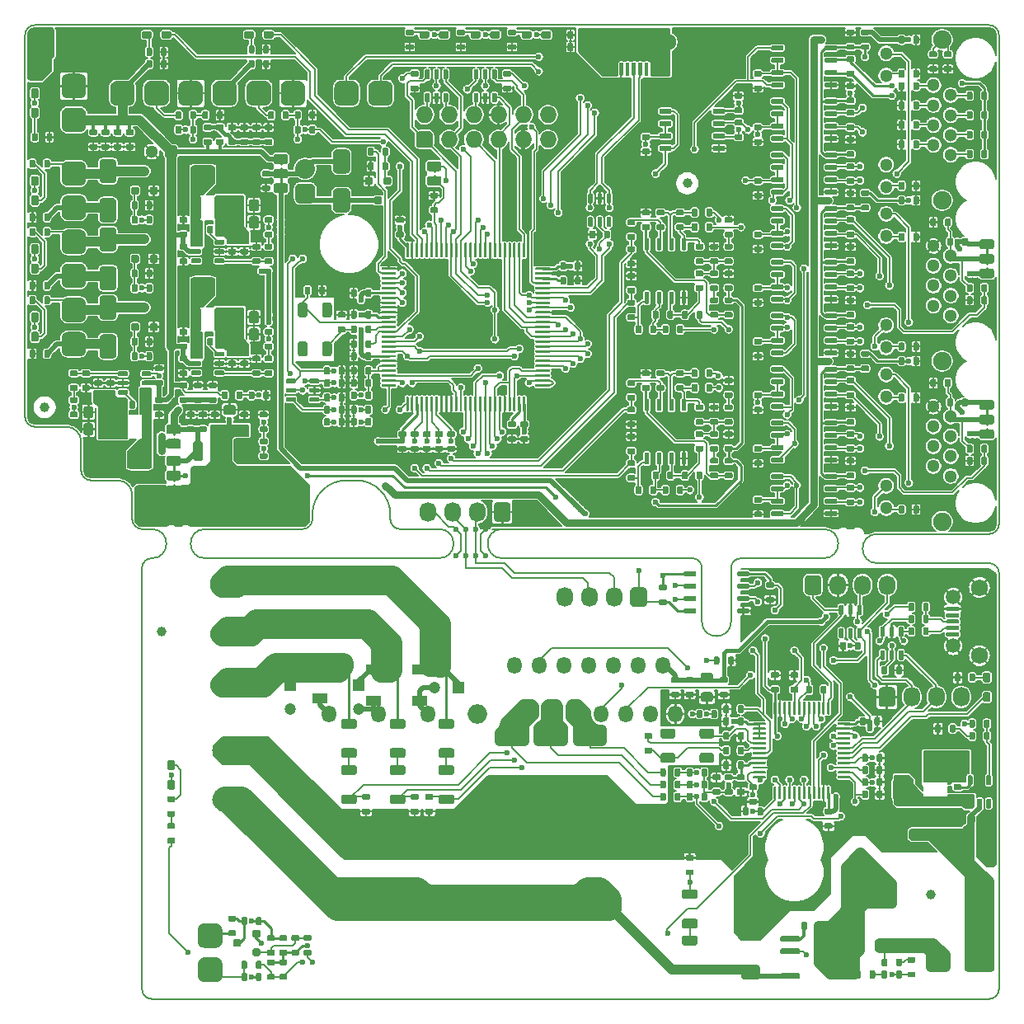
<source format=gbr>
%TF.GenerationSoftware,KiCad,Pcbnew,(5.1.5)-3*%
%TF.CreationDate,2019-12-18T19:09:42+01:00*%
%TF.ProjectId,stmbl_4.0,73746d62-6c5f-4342-9e30-2e6b69636164,rev?*%
%TF.SameCoordinates,PXbcd3d80PY2f71ff0*%
%TF.FileFunction,Copper,L1,Top*%
%TF.FilePolarity,Positive*%
%FSLAX46Y46*%
G04 Gerber Fmt 4.6, Leading zero omitted, Abs format (unit mm)*
G04 Created by KiCad (PCBNEW (5.1.5)-3) date 2019-12-18 19:09:42*
%MOMM*%
%LPD*%
G04 APERTURE LIST*
%ADD10C,0.150000*%
%ADD11C,0.250000*%
%ADD12R,1.600000X1.000000*%
%ADD13C,1.200000*%
%ADD14R,1.200000X1.200000*%
%ADD15C,0.100000*%
%ADD16C,3.300000*%
%ADD17O,1.727200X2.032000*%
%ADD18C,1.300000*%
%ADD19C,1.000000*%
%ADD20C,1.500000*%
%ADD21C,1.750000*%
%ADD22O,3.500000X2.000000*%
%ADD23O,2.032000X2.032000*%
%ADD24C,1.900000*%
%ADD25O,2.000000X2.000000*%
%ADD26O,1.500000X1.750000*%
%ADD27O,1.727200X1.727200*%
%ADD28C,0.600000*%
%ADD29C,0.200000*%
%ADD30C,0.500000*%
%ADD31C,0.300000*%
%ADD32C,0.750000*%
%ADD33C,1.000000*%
%ADD34C,0.400000*%
%ADD35C,2.500000*%
%ADD36C,2.000000*%
%ADD37C,0.254000*%
G04 APERTURE END LIST*
D10*
X-70500000Y-50750000D02*
X-70500000Y-50250000D01*
X-62500000Y-50750000D02*
X-62500000Y-50250000D01*
X-66000000Y-46750000D02*
X-67000000Y-46750000D01*
X-57500000Y-51750000D02*
X-61500000Y-51750000D01*
X-71500000Y-51750000D02*
G75*
G03X-70500000Y-50750000I0J1000000D01*
G01*
X-67000000Y-46750000D02*
G75*
G03X-70500000Y-50250000I0J-3500000D01*
G01*
X-62500000Y-50250000D02*
G75*
G03X-66000000Y-46750000I-3500000J0D01*
G01*
X-62500000Y-50750000D02*
G75*
G03X-61500000Y-51750000I1000000J0D01*
G01*
X-88000000Y-51750000D02*
X-87000000Y-51750000D01*
X-26500000Y-54750000D02*
G75*
G03X-27500000Y-55750000I0J-1000000D01*
G01*
X-30500000Y-55750000D02*
G75*
G03X-31500000Y-54750000I-1000000J0D01*
G01*
X-26500000Y-54750000D02*
X-18000000Y-54750000D01*
X-27500000Y-61250000D02*
X-27500000Y-55750000D01*
X-30500000Y-61250000D02*
X-30500000Y-55750000D01*
X-30500000Y-61250000D02*
G75*
G03X-27500000Y-61250000I1500000J0D01*
G01*
X-94250000Y-42750000D02*
G75*
G03X-95750000Y-41250000I-1500000J0D01*
G01*
X-89000000Y-48250000D02*
G75*
G03X-90500000Y-46750000I-1500000J0D01*
G01*
X-87000000Y-54750000D02*
G75*
G03X-87000000Y-51750000I0J1500000D01*
G01*
X-87000000Y-54750000D02*
G75*
G03X-88000000Y-55750000I0J-1000000D01*
G01*
X-89000000Y-50750000D02*
G75*
G03X-88000000Y-51750000I1000000J0D01*
G01*
X-94250000Y-45750000D02*
G75*
G03X-93250000Y-46750000I1000000J0D01*
G01*
X0Y-56250000D02*
G75*
G03X-1000000Y-55250000I-1000000J0D01*
G01*
X0Y-1000000D02*
G75*
G03X-1000000Y0I-1000000J0D01*
G01*
X-99000000Y0D02*
G75*
G03X-100000000Y-1000000I0J-1000000D01*
G01*
X-100000000Y-40250000D02*
G75*
G03X-99000000Y-41250000I1000000J0D01*
G01*
X-88000000Y-99000000D02*
G75*
G03X-87000000Y-100000000I1000000J0D01*
G01*
X-1000000Y-100000000D02*
G75*
G03X0Y-99000000I0J1000000D01*
G01*
X-1000000Y-52250000D02*
G75*
G03X0Y-51250000I0J1000000D01*
G01*
X-71500000Y-51750000D02*
X-81500000Y-51750000D01*
X-81500000Y-54750000D02*
X-57500000Y-54750000D01*
X-81500000Y-51750000D02*
G75*
G03X-81500000Y-54750000I0J-1500000D01*
G01*
X-12500000Y-55250000D02*
X-1000000Y-55250000D01*
X-12500000Y-52250000D02*
X-1000000Y-52250000D01*
X-18000000Y-54750000D02*
G75*
G03X-18000000Y-51750000I0J1500000D01*
G01*
X-12500000Y-52250000D02*
G75*
G03X-12500000Y-55250000I0J-1500000D01*
G01*
X-51000000Y-54750000D02*
X-31500000Y-54750000D01*
X-52000000Y-51750000D02*
X-18000000Y-51750000D01*
X-57500000Y-54750000D02*
G75*
G03X-57500000Y-51750000I0J1500000D01*
G01*
X-51000000Y-51750000D02*
G75*
G03X-51000000Y-54750000I0J-1500000D01*
G01*
X-90500000Y-46750000D02*
X-93250000Y-46750000D01*
X0Y-99000000D02*
X0Y-56250000D01*
X-89000000Y-48250000D02*
X-89000000Y-50750000D01*
X-94250000Y-42750000D02*
X-94250000Y-45750000D01*
X-99000000Y-41250000D02*
X-95750000Y-41250000D01*
X-100000000Y-1000000D02*
X-100000000Y-40250000D01*
X-1000000Y0D02*
X-99000000Y0D01*
X0Y-51250000D02*
X0Y-1000000D01*
X-87000000Y-100000000D02*
X-1000000Y-100000000D01*
X-88000000Y-55750000D02*
X-88000000Y-99000000D01*
D11*
X-58000000Y-14500000D02*
X-58000000Y-15050000D01*
X-58000000Y-16000000D02*
X-58000000Y-15450000D01*
X-84750000Y-43000000D02*
X-84750000Y-42450000D01*
X-84750000Y-41500000D02*
X-84750000Y-42050000D01*
X-84750000Y-47750000D02*
X-84750000Y-47200000D01*
X-84750000Y-46250000D02*
X-84750000Y-46800000D01*
X-84750000Y-44750000D02*
X-84750000Y-46250000D01*
X-1250000Y-42000000D02*
X-1250000Y-41450000D01*
X-1250000Y-40500000D02*
X-1250000Y-41050000D01*
X-1250000Y-39000000D02*
X-1250000Y-40500000D01*
X-73750000Y-13750000D02*
X-73750000Y-14300000D01*
X-73750000Y-15250000D02*
X-73750000Y-14700000D01*
X-73750000Y-16750000D02*
X-73750000Y-15250000D01*
X-1250000Y-25500000D02*
X-1250000Y-24950000D01*
X-1250000Y-24000000D02*
X-1250000Y-24550000D01*
X-1250000Y-22500000D02*
X-1250000Y-24000000D01*
D12*
X-59500000Y-69350000D03*
X-59500000Y-66150000D03*
X-64250000Y-69350000D03*
X-64250000Y-66150000D03*
X-69750000Y-69100000D03*
X-69750000Y-65900000D03*
D13*
X-58000000Y-68000000D03*
D14*
X-55500000Y-68000000D03*
D13*
X-65750000Y-70250000D03*
D14*
X-65750000Y-67750000D03*
D13*
X-72750000Y-70250000D03*
D14*
X-72750000Y-67750000D03*
%TA.AperFunction,ComponentPad*%
D15*
G36*
X-40954670Y-87547781D02*
G01*
X-40874584Y-87559660D01*
X-40796049Y-87579332D01*
X-40719820Y-87606607D01*
X-40646632Y-87641223D01*
X-40577189Y-87682846D01*
X-40512160Y-87731074D01*
X-40452171Y-87785445D01*
X-39285445Y-88952171D01*
X-39231074Y-89012160D01*
X-39182846Y-89077189D01*
X-39141223Y-89146632D01*
X-39106607Y-89219820D01*
X-39079332Y-89296049D01*
X-39059660Y-89374584D01*
X-39047781Y-89454670D01*
X-39043808Y-89535534D01*
X-39047781Y-89616398D01*
X-39059660Y-89696484D01*
X-39079332Y-89775019D01*
X-39106607Y-89851248D01*
X-39141223Y-89924436D01*
X-39182846Y-89993879D01*
X-39231074Y-90058908D01*
X-39285445Y-90118897D01*
X-40452171Y-91285623D01*
X-40512160Y-91339994D01*
X-40577189Y-91388222D01*
X-40646632Y-91429845D01*
X-40719820Y-91464461D01*
X-40796049Y-91491736D01*
X-40874584Y-91511408D01*
X-40954670Y-91523287D01*
X-41035534Y-91527260D01*
X-41116398Y-91523287D01*
X-41196484Y-91511408D01*
X-41275019Y-91491736D01*
X-41351248Y-91464461D01*
X-41424436Y-91429845D01*
X-41493879Y-91388222D01*
X-41558908Y-91339994D01*
X-41618897Y-91285623D01*
X-42785623Y-90118897D01*
X-42839994Y-90058908D01*
X-42888222Y-89993879D01*
X-42929845Y-89924436D01*
X-42964461Y-89851248D01*
X-42991736Y-89775019D01*
X-43011408Y-89696484D01*
X-43023287Y-89616398D01*
X-43027260Y-89535534D01*
X-43023287Y-89454670D01*
X-43011408Y-89374584D01*
X-42991736Y-89296049D01*
X-42964461Y-89219820D01*
X-42929845Y-89146632D01*
X-42888222Y-89077189D01*
X-42839994Y-89012160D01*
X-42785623Y-88952171D01*
X-41618897Y-87785445D01*
X-41558908Y-87731074D01*
X-41493879Y-87682846D01*
X-41424436Y-87641223D01*
X-41351248Y-87606607D01*
X-41275019Y-87579332D01*
X-41196484Y-87559660D01*
X-41116398Y-87547781D01*
X-41035534Y-87543808D01*
X-40954670Y-87547781D01*
G37*
%TD.AperFunction*%
D16*
X-33964466Y-82464466D03*
D17*
X-58620000Y-50000000D03*
X-56080000Y-50000000D03*
X-53540000Y-50000000D03*
%TA.AperFunction,ComponentPad*%
D15*
G36*
X-50525876Y-48986079D02*
G01*
X-50483960Y-48992297D01*
X-50442855Y-49002593D01*
X-50402957Y-49016869D01*
X-50364651Y-49034986D01*
X-50328305Y-49056771D01*
X-50294269Y-49082014D01*
X-50262871Y-49110471D01*
X-50234414Y-49141869D01*
X-50209171Y-49175905D01*
X-50187386Y-49212251D01*
X-50169269Y-49250557D01*
X-50154993Y-49290455D01*
X-50144697Y-49331560D01*
X-50138479Y-49373476D01*
X-50136400Y-49415800D01*
X-50136400Y-50584200D01*
X-50138479Y-50626524D01*
X-50144697Y-50668440D01*
X-50154993Y-50709545D01*
X-50169269Y-50749443D01*
X-50187386Y-50787749D01*
X-50209171Y-50824095D01*
X-50234414Y-50858131D01*
X-50262871Y-50889529D01*
X-50294269Y-50917986D01*
X-50328305Y-50943229D01*
X-50364651Y-50965014D01*
X-50402957Y-50983131D01*
X-50442855Y-50997407D01*
X-50483960Y-51007703D01*
X-50525876Y-51013921D01*
X-50568200Y-51016000D01*
X-51431800Y-51016000D01*
X-51474124Y-51013921D01*
X-51516040Y-51007703D01*
X-51557145Y-50997407D01*
X-51597043Y-50983131D01*
X-51635349Y-50965014D01*
X-51671695Y-50943229D01*
X-51705731Y-50917986D01*
X-51737129Y-50889529D01*
X-51765586Y-50858131D01*
X-51790829Y-50824095D01*
X-51812614Y-50787749D01*
X-51830731Y-50749443D01*
X-51845007Y-50709545D01*
X-51855303Y-50668440D01*
X-51861521Y-50626524D01*
X-51863600Y-50584200D01*
X-51863600Y-49415800D01*
X-51861521Y-49373476D01*
X-51855303Y-49331560D01*
X-51845007Y-49290455D01*
X-51830731Y-49250557D01*
X-51812614Y-49212251D01*
X-51790829Y-49175905D01*
X-51765586Y-49141869D01*
X-51737129Y-49110471D01*
X-51705731Y-49082014D01*
X-51671695Y-49056771D01*
X-51635349Y-49034986D01*
X-51597043Y-49016869D01*
X-51557145Y-49002593D01*
X-51516040Y-48992297D01*
X-51474124Y-48986079D01*
X-51431800Y-48984000D01*
X-50568200Y-48984000D01*
X-50525876Y-48986079D01*
G37*
%TD.AperFunction*%
D18*
X-87000000Y-13000000D03*
%TA.AperFunction,ComponentPad*%
D15*
G36*
X-84643144Y-12351565D02*
G01*
X-84611596Y-12356245D01*
X-84580657Y-12363994D01*
X-84550628Y-12374739D01*
X-84521796Y-12388376D01*
X-84494440Y-12404772D01*
X-84468822Y-12423772D01*
X-84445190Y-12445190D01*
X-84423772Y-12468822D01*
X-84404772Y-12494440D01*
X-84388376Y-12521796D01*
X-84374739Y-12550628D01*
X-84363994Y-12580657D01*
X-84356245Y-12611596D01*
X-84351565Y-12643144D01*
X-84350000Y-12675000D01*
X-84350000Y-13325000D01*
X-84351565Y-13356856D01*
X-84356245Y-13388404D01*
X-84363994Y-13419343D01*
X-84374739Y-13449372D01*
X-84388376Y-13478204D01*
X-84404772Y-13505560D01*
X-84423772Y-13531178D01*
X-84445190Y-13554810D01*
X-84468822Y-13576228D01*
X-84494440Y-13595228D01*
X-84521796Y-13611624D01*
X-84550628Y-13625261D01*
X-84580657Y-13636006D01*
X-84611596Y-13643755D01*
X-84643144Y-13648435D01*
X-84675000Y-13650000D01*
X-85325000Y-13650000D01*
X-85356856Y-13648435D01*
X-85388404Y-13643755D01*
X-85419343Y-13636006D01*
X-85449372Y-13625261D01*
X-85478204Y-13611624D01*
X-85505560Y-13595228D01*
X-85531178Y-13576228D01*
X-85554810Y-13554810D01*
X-85576228Y-13531178D01*
X-85595228Y-13505560D01*
X-85611624Y-13478204D01*
X-85625261Y-13449372D01*
X-85636006Y-13419343D01*
X-85643755Y-13388404D01*
X-85648435Y-13356856D01*
X-85650000Y-13325000D01*
X-85650000Y-12675000D01*
X-85648435Y-12643144D01*
X-85643755Y-12611596D01*
X-85636006Y-12580657D01*
X-85625261Y-12550628D01*
X-85611624Y-12521796D01*
X-85595228Y-12494440D01*
X-85576228Y-12468822D01*
X-85554810Y-12445190D01*
X-85531178Y-12423772D01*
X-85505560Y-12404772D01*
X-85478204Y-12388376D01*
X-85449372Y-12374739D01*
X-85419343Y-12363994D01*
X-85388404Y-12356245D01*
X-85356856Y-12351565D01*
X-85325000Y-12350000D01*
X-84675000Y-12350000D01*
X-84643144Y-12351565D01*
G37*
%TD.AperFunction*%
%TA.AperFunction,ComponentPad*%
G36*
X-60883602Y-87547781D02*
G01*
X-60803516Y-87559660D01*
X-60724981Y-87579332D01*
X-60648752Y-87606607D01*
X-60575564Y-87641223D01*
X-60506121Y-87682846D01*
X-60441092Y-87731074D01*
X-60381103Y-87785445D01*
X-59214377Y-88952171D01*
X-59160006Y-89012160D01*
X-59111778Y-89077189D01*
X-59070155Y-89146632D01*
X-59035539Y-89219820D01*
X-59008264Y-89296049D01*
X-58988592Y-89374584D01*
X-58976713Y-89454670D01*
X-58972740Y-89535534D01*
X-58976713Y-89616398D01*
X-58988592Y-89696484D01*
X-59008264Y-89775019D01*
X-59035539Y-89851248D01*
X-59070155Y-89924436D01*
X-59111778Y-89993879D01*
X-59160006Y-90058908D01*
X-59214377Y-90118897D01*
X-60381103Y-91285623D01*
X-60441092Y-91339994D01*
X-60506121Y-91388222D01*
X-60575564Y-91429845D01*
X-60648752Y-91464461D01*
X-60724981Y-91491736D01*
X-60803516Y-91511408D01*
X-60883602Y-91523287D01*
X-60964466Y-91527260D01*
X-61045330Y-91523287D01*
X-61125416Y-91511408D01*
X-61203951Y-91491736D01*
X-61280180Y-91464461D01*
X-61353368Y-91429845D01*
X-61422811Y-91388222D01*
X-61487840Y-91339994D01*
X-61547829Y-91285623D01*
X-62714555Y-90118897D01*
X-62768926Y-90058908D01*
X-62817154Y-89993879D01*
X-62858777Y-89924436D01*
X-62893393Y-89851248D01*
X-62920668Y-89775019D01*
X-62940340Y-89696484D01*
X-62952219Y-89616398D01*
X-62956192Y-89535534D01*
X-62952219Y-89454670D01*
X-62940340Y-89374584D01*
X-62920668Y-89296049D01*
X-62893393Y-89219820D01*
X-62858777Y-89146632D01*
X-62817154Y-89077189D01*
X-62768926Y-89012160D01*
X-62714555Y-88952171D01*
X-61547829Y-87785445D01*
X-61487840Y-87731074D01*
X-61422811Y-87682846D01*
X-61353368Y-87641223D01*
X-61280180Y-87606607D01*
X-61203951Y-87579332D01*
X-61125416Y-87559660D01*
X-61045330Y-87547781D01*
X-60964466Y-87543808D01*
X-60883602Y-87547781D01*
G37*
%TD.AperFunction*%
D16*
X-68035534Y-82464466D03*
D19*
X-86000000Y-62250000D03*
X-32000000Y-16250000D03*
X-98000000Y-39250000D03*
X-7000000Y-89250000D03*
%TA.AperFunction,SMDPad,CuDef*%
D15*
G36*
X-57475496Y-14001204D02*
G01*
X-57451227Y-14004804D01*
X-57427429Y-14010765D01*
X-57404329Y-14019030D01*
X-57382151Y-14029520D01*
X-57361107Y-14042133D01*
X-57341402Y-14056747D01*
X-57323223Y-14073223D01*
X-57306747Y-14091402D01*
X-57292133Y-14111107D01*
X-57279520Y-14132151D01*
X-57269030Y-14154329D01*
X-57260765Y-14177429D01*
X-57254804Y-14201227D01*
X-57251204Y-14225496D01*
X-57250000Y-14250000D01*
X-57250000Y-14750000D01*
X-57251204Y-14774504D01*
X-57254804Y-14798773D01*
X-57260765Y-14822571D01*
X-57269030Y-14845671D01*
X-57279520Y-14867849D01*
X-57292133Y-14888893D01*
X-57306747Y-14908598D01*
X-57323223Y-14926777D01*
X-57341402Y-14943253D01*
X-57361107Y-14957867D01*
X-57382151Y-14970480D01*
X-57404329Y-14980970D01*
X-57427429Y-14989235D01*
X-57451227Y-14995196D01*
X-57475496Y-14998796D01*
X-57500000Y-15000000D01*
X-58500000Y-15000000D01*
X-58524504Y-14998796D01*
X-58548773Y-14995196D01*
X-58572571Y-14989235D01*
X-58595671Y-14980970D01*
X-58617849Y-14970480D01*
X-58638893Y-14957867D01*
X-58658598Y-14943253D01*
X-58676777Y-14926777D01*
X-58693253Y-14908598D01*
X-58707867Y-14888893D01*
X-58720480Y-14867849D01*
X-58730970Y-14845671D01*
X-58739235Y-14822571D01*
X-58745196Y-14798773D01*
X-58748796Y-14774504D01*
X-58750000Y-14750000D01*
X-58750000Y-14250000D01*
X-58748796Y-14225496D01*
X-58745196Y-14201227D01*
X-58739235Y-14177429D01*
X-58730970Y-14154329D01*
X-58720480Y-14132151D01*
X-58707867Y-14111107D01*
X-58693253Y-14091402D01*
X-58676777Y-14073223D01*
X-58658598Y-14056747D01*
X-58638893Y-14042133D01*
X-58617849Y-14029520D01*
X-58595671Y-14019030D01*
X-58572571Y-14010765D01*
X-58548773Y-14004804D01*
X-58524504Y-14001204D01*
X-58500000Y-14000000D01*
X-57500000Y-14000000D01*
X-57475496Y-14001204D01*
G37*
%TD.AperFunction*%
%TA.AperFunction,SMDPad,CuDef*%
G36*
X-57475496Y-15501204D02*
G01*
X-57451227Y-15504804D01*
X-57427429Y-15510765D01*
X-57404329Y-15519030D01*
X-57382151Y-15529520D01*
X-57361107Y-15542133D01*
X-57341402Y-15556747D01*
X-57323223Y-15573223D01*
X-57306747Y-15591402D01*
X-57292133Y-15611107D01*
X-57279520Y-15632151D01*
X-57269030Y-15654329D01*
X-57260765Y-15677429D01*
X-57254804Y-15701227D01*
X-57251204Y-15725496D01*
X-57250000Y-15750000D01*
X-57250000Y-16250000D01*
X-57251204Y-16274504D01*
X-57254804Y-16298773D01*
X-57260765Y-16322571D01*
X-57269030Y-16345671D01*
X-57279520Y-16367849D01*
X-57292133Y-16388893D01*
X-57306747Y-16408598D01*
X-57323223Y-16426777D01*
X-57341402Y-16443253D01*
X-57361107Y-16457867D01*
X-57382151Y-16470480D01*
X-57404329Y-16480970D01*
X-57427429Y-16489235D01*
X-57451227Y-16495196D01*
X-57475496Y-16498796D01*
X-57500000Y-16500000D01*
X-58500000Y-16500000D01*
X-58524504Y-16498796D01*
X-58548773Y-16495196D01*
X-58572571Y-16489235D01*
X-58595671Y-16480970D01*
X-58617849Y-16470480D01*
X-58638893Y-16457867D01*
X-58658598Y-16443253D01*
X-58676777Y-16426777D01*
X-58693253Y-16408598D01*
X-58707867Y-16388893D01*
X-58720480Y-16367849D01*
X-58730970Y-16345671D01*
X-58739235Y-16322571D01*
X-58745196Y-16298773D01*
X-58748796Y-16274504D01*
X-58750000Y-16250000D01*
X-58750000Y-15750000D01*
X-58748796Y-15725496D01*
X-58745196Y-15701227D01*
X-58739235Y-15677429D01*
X-58730970Y-15654329D01*
X-58720480Y-15632151D01*
X-58707867Y-15611107D01*
X-58693253Y-15591402D01*
X-58676777Y-15573223D01*
X-58658598Y-15556747D01*
X-58638893Y-15542133D01*
X-58617849Y-15529520D01*
X-58595671Y-15519030D01*
X-58572571Y-15510765D01*
X-58548773Y-15504804D01*
X-58524504Y-15501204D01*
X-58500000Y-15500000D01*
X-57500000Y-15500000D01*
X-57475496Y-15501204D01*
G37*
%TD.AperFunction*%
%TA.AperFunction,SMDPad,CuDef*%
G36*
X-84225496Y-42501204D02*
G01*
X-84201227Y-42504804D01*
X-84177429Y-42510765D01*
X-84154329Y-42519030D01*
X-84132151Y-42529520D01*
X-84111107Y-42542133D01*
X-84091402Y-42556747D01*
X-84073223Y-42573223D01*
X-84056747Y-42591402D01*
X-84042133Y-42611107D01*
X-84029520Y-42632151D01*
X-84019030Y-42654329D01*
X-84010765Y-42677429D01*
X-84004804Y-42701227D01*
X-84001204Y-42725496D01*
X-84000000Y-42750000D01*
X-84000000Y-43250000D01*
X-84001204Y-43274504D01*
X-84004804Y-43298773D01*
X-84010765Y-43322571D01*
X-84019030Y-43345671D01*
X-84029520Y-43367849D01*
X-84042133Y-43388893D01*
X-84056747Y-43408598D01*
X-84073223Y-43426777D01*
X-84091402Y-43443253D01*
X-84111107Y-43457867D01*
X-84132151Y-43470480D01*
X-84154329Y-43480970D01*
X-84177429Y-43489235D01*
X-84201227Y-43495196D01*
X-84225496Y-43498796D01*
X-84250000Y-43500000D01*
X-85250000Y-43500000D01*
X-85274504Y-43498796D01*
X-85298773Y-43495196D01*
X-85322571Y-43489235D01*
X-85345671Y-43480970D01*
X-85367849Y-43470480D01*
X-85388893Y-43457867D01*
X-85408598Y-43443253D01*
X-85426777Y-43426777D01*
X-85443253Y-43408598D01*
X-85457867Y-43388893D01*
X-85470480Y-43367849D01*
X-85480970Y-43345671D01*
X-85489235Y-43322571D01*
X-85495196Y-43298773D01*
X-85498796Y-43274504D01*
X-85500000Y-43250000D01*
X-85500000Y-42750000D01*
X-85498796Y-42725496D01*
X-85495196Y-42701227D01*
X-85489235Y-42677429D01*
X-85480970Y-42654329D01*
X-85470480Y-42632151D01*
X-85457867Y-42611107D01*
X-85443253Y-42591402D01*
X-85426777Y-42573223D01*
X-85408598Y-42556747D01*
X-85388893Y-42542133D01*
X-85367849Y-42529520D01*
X-85345671Y-42519030D01*
X-85322571Y-42510765D01*
X-85298773Y-42504804D01*
X-85274504Y-42501204D01*
X-85250000Y-42500000D01*
X-84250000Y-42500000D01*
X-84225496Y-42501204D01*
G37*
%TD.AperFunction*%
%TA.AperFunction,SMDPad,CuDef*%
G36*
X-84225496Y-41001204D02*
G01*
X-84201227Y-41004804D01*
X-84177429Y-41010765D01*
X-84154329Y-41019030D01*
X-84132151Y-41029520D01*
X-84111107Y-41042133D01*
X-84091402Y-41056747D01*
X-84073223Y-41073223D01*
X-84056747Y-41091402D01*
X-84042133Y-41111107D01*
X-84029520Y-41132151D01*
X-84019030Y-41154329D01*
X-84010765Y-41177429D01*
X-84004804Y-41201227D01*
X-84001204Y-41225496D01*
X-84000000Y-41250000D01*
X-84000000Y-41750000D01*
X-84001204Y-41774504D01*
X-84004804Y-41798773D01*
X-84010765Y-41822571D01*
X-84019030Y-41845671D01*
X-84029520Y-41867849D01*
X-84042133Y-41888893D01*
X-84056747Y-41908598D01*
X-84073223Y-41926777D01*
X-84091402Y-41943253D01*
X-84111107Y-41957867D01*
X-84132151Y-41970480D01*
X-84154329Y-41980970D01*
X-84177429Y-41989235D01*
X-84201227Y-41995196D01*
X-84225496Y-41998796D01*
X-84250000Y-42000000D01*
X-85250000Y-42000000D01*
X-85274504Y-41998796D01*
X-85298773Y-41995196D01*
X-85322571Y-41989235D01*
X-85345671Y-41980970D01*
X-85367849Y-41970480D01*
X-85388893Y-41957867D01*
X-85408598Y-41943253D01*
X-85426777Y-41926777D01*
X-85443253Y-41908598D01*
X-85457867Y-41888893D01*
X-85470480Y-41867849D01*
X-85480970Y-41845671D01*
X-85489235Y-41822571D01*
X-85495196Y-41798773D01*
X-85498796Y-41774504D01*
X-85500000Y-41750000D01*
X-85500000Y-41250000D01*
X-85498796Y-41225496D01*
X-85495196Y-41201227D01*
X-85489235Y-41177429D01*
X-85480970Y-41154329D01*
X-85470480Y-41132151D01*
X-85457867Y-41111107D01*
X-85443253Y-41091402D01*
X-85426777Y-41073223D01*
X-85408598Y-41056747D01*
X-85388893Y-41042133D01*
X-85367849Y-41029520D01*
X-85345671Y-41019030D01*
X-85322571Y-41010765D01*
X-85298773Y-41004804D01*
X-85274504Y-41001204D01*
X-85250000Y-41000000D01*
X-84250000Y-41000000D01*
X-84225496Y-41001204D01*
G37*
%TD.AperFunction*%
%TA.AperFunction,SMDPad,CuDef*%
G36*
X-15685297Y-93545722D02*
G01*
X-15670736Y-93547882D01*
X-15656457Y-93551459D01*
X-15642597Y-93556418D01*
X-15629290Y-93562712D01*
X-15616664Y-93570280D01*
X-15604841Y-93579048D01*
X-15593934Y-93588934D01*
X-15584048Y-93599841D01*
X-15575280Y-93611664D01*
X-15567712Y-93624290D01*
X-15561418Y-93637597D01*
X-15556459Y-93651457D01*
X-15552882Y-93665736D01*
X-15550722Y-93680297D01*
X-15550000Y-93695000D01*
X-15550000Y-93995000D01*
X-15550722Y-94009703D01*
X-15552882Y-94024264D01*
X-15556459Y-94038543D01*
X-15561418Y-94052403D01*
X-15567712Y-94065710D01*
X-15575280Y-94078336D01*
X-15584048Y-94090159D01*
X-15593934Y-94101066D01*
X-15604841Y-94110952D01*
X-15616664Y-94119720D01*
X-15629290Y-94127288D01*
X-15642597Y-94133582D01*
X-15656457Y-94138541D01*
X-15670736Y-94142118D01*
X-15685297Y-94144278D01*
X-15700000Y-94145000D01*
X-17400000Y-94145000D01*
X-17414703Y-94144278D01*
X-17429264Y-94142118D01*
X-17443543Y-94138541D01*
X-17457403Y-94133582D01*
X-17470710Y-94127288D01*
X-17483336Y-94119720D01*
X-17495159Y-94110952D01*
X-17506066Y-94101066D01*
X-17515952Y-94090159D01*
X-17524720Y-94078336D01*
X-17532288Y-94065710D01*
X-17538582Y-94052403D01*
X-17543541Y-94038543D01*
X-17547118Y-94024264D01*
X-17549278Y-94009703D01*
X-17550000Y-93995000D01*
X-17550000Y-93695000D01*
X-17549278Y-93680297D01*
X-17547118Y-93665736D01*
X-17543541Y-93651457D01*
X-17538582Y-93637597D01*
X-17532288Y-93624290D01*
X-17524720Y-93611664D01*
X-17515952Y-93599841D01*
X-17506066Y-93588934D01*
X-17495159Y-93579048D01*
X-17483336Y-93570280D01*
X-17470710Y-93562712D01*
X-17457403Y-93556418D01*
X-17443543Y-93551459D01*
X-17429264Y-93547882D01*
X-17414703Y-93545722D01*
X-17400000Y-93545000D01*
X-15700000Y-93545000D01*
X-15685297Y-93545722D01*
G37*
%TD.AperFunction*%
%TA.AperFunction,SMDPad,CuDef*%
G36*
X-15685297Y-94815722D02*
G01*
X-15670736Y-94817882D01*
X-15656457Y-94821459D01*
X-15642597Y-94826418D01*
X-15629290Y-94832712D01*
X-15616664Y-94840280D01*
X-15604841Y-94849048D01*
X-15593934Y-94858934D01*
X-15584048Y-94869841D01*
X-15575280Y-94881664D01*
X-15567712Y-94894290D01*
X-15561418Y-94907597D01*
X-15556459Y-94921457D01*
X-15552882Y-94935736D01*
X-15550722Y-94950297D01*
X-15550000Y-94965000D01*
X-15550000Y-95265000D01*
X-15550722Y-95279703D01*
X-15552882Y-95294264D01*
X-15556459Y-95308543D01*
X-15561418Y-95322403D01*
X-15567712Y-95335710D01*
X-15575280Y-95348336D01*
X-15584048Y-95360159D01*
X-15593934Y-95371066D01*
X-15604841Y-95380952D01*
X-15616664Y-95389720D01*
X-15629290Y-95397288D01*
X-15642597Y-95403582D01*
X-15656457Y-95408541D01*
X-15670736Y-95412118D01*
X-15685297Y-95414278D01*
X-15700000Y-95415000D01*
X-17400000Y-95415000D01*
X-17414703Y-95414278D01*
X-17429264Y-95412118D01*
X-17443543Y-95408541D01*
X-17457403Y-95403582D01*
X-17470710Y-95397288D01*
X-17483336Y-95389720D01*
X-17495159Y-95380952D01*
X-17506066Y-95371066D01*
X-17515952Y-95360159D01*
X-17524720Y-95348336D01*
X-17532288Y-95335710D01*
X-17538582Y-95322403D01*
X-17543541Y-95308543D01*
X-17547118Y-95294264D01*
X-17549278Y-95279703D01*
X-17550000Y-95265000D01*
X-17550000Y-94965000D01*
X-17549278Y-94950297D01*
X-17547118Y-94935736D01*
X-17543541Y-94921457D01*
X-17538582Y-94907597D01*
X-17532288Y-94894290D01*
X-17524720Y-94881664D01*
X-17515952Y-94869841D01*
X-17506066Y-94858934D01*
X-17495159Y-94849048D01*
X-17483336Y-94840280D01*
X-17470710Y-94832712D01*
X-17457403Y-94826418D01*
X-17443543Y-94821459D01*
X-17429264Y-94817882D01*
X-17414703Y-94815722D01*
X-17400000Y-94815000D01*
X-15700000Y-94815000D01*
X-15685297Y-94815722D01*
G37*
%TD.AperFunction*%
%TA.AperFunction,SMDPad,CuDef*%
G36*
X-15685297Y-96085722D02*
G01*
X-15670736Y-96087882D01*
X-15656457Y-96091459D01*
X-15642597Y-96096418D01*
X-15629290Y-96102712D01*
X-15616664Y-96110280D01*
X-15604841Y-96119048D01*
X-15593934Y-96128934D01*
X-15584048Y-96139841D01*
X-15575280Y-96151664D01*
X-15567712Y-96164290D01*
X-15561418Y-96177597D01*
X-15556459Y-96191457D01*
X-15552882Y-96205736D01*
X-15550722Y-96220297D01*
X-15550000Y-96235000D01*
X-15550000Y-96535000D01*
X-15550722Y-96549703D01*
X-15552882Y-96564264D01*
X-15556459Y-96578543D01*
X-15561418Y-96592403D01*
X-15567712Y-96605710D01*
X-15575280Y-96618336D01*
X-15584048Y-96630159D01*
X-15593934Y-96641066D01*
X-15604841Y-96650952D01*
X-15616664Y-96659720D01*
X-15629290Y-96667288D01*
X-15642597Y-96673582D01*
X-15656457Y-96678541D01*
X-15670736Y-96682118D01*
X-15685297Y-96684278D01*
X-15700000Y-96685000D01*
X-17400000Y-96685000D01*
X-17414703Y-96684278D01*
X-17429264Y-96682118D01*
X-17443543Y-96678541D01*
X-17457403Y-96673582D01*
X-17470710Y-96667288D01*
X-17483336Y-96659720D01*
X-17495159Y-96650952D01*
X-17506066Y-96641066D01*
X-17515952Y-96630159D01*
X-17524720Y-96618336D01*
X-17532288Y-96605710D01*
X-17538582Y-96592403D01*
X-17543541Y-96578543D01*
X-17547118Y-96564264D01*
X-17549278Y-96549703D01*
X-17550000Y-96535000D01*
X-17550000Y-96235000D01*
X-17549278Y-96220297D01*
X-17547118Y-96205736D01*
X-17543541Y-96191457D01*
X-17538582Y-96177597D01*
X-17532288Y-96164290D01*
X-17524720Y-96151664D01*
X-17515952Y-96139841D01*
X-17506066Y-96128934D01*
X-17495159Y-96119048D01*
X-17483336Y-96110280D01*
X-17470710Y-96102712D01*
X-17457403Y-96096418D01*
X-17443543Y-96091459D01*
X-17429264Y-96087882D01*
X-17414703Y-96085722D01*
X-17400000Y-96085000D01*
X-15700000Y-96085000D01*
X-15685297Y-96085722D01*
G37*
%TD.AperFunction*%
%TA.AperFunction,SMDPad,CuDef*%
G36*
X-15685297Y-97355722D02*
G01*
X-15670736Y-97357882D01*
X-15656457Y-97361459D01*
X-15642597Y-97366418D01*
X-15629290Y-97372712D01*
X-15616664Y-97380280D01*
X-15604841Y-97389048D01*
X-15593934Y-97398934D01*
X-15584048Y-97409841D01*
X-15575280Y-97421664D01*
X-15567712Y-97434290D01*
X-15561418Y-97447597D01*
X-15556459Y-97461457D01*
X-15552882Y-97475736D01*
X-15550722Y-97490297D01*
X-15550000Y-97505000D01*
X-15550000Y-97805000D01*
X-15550722Y-97819703D01*
X-15552882Y-97834264D01*
X-15556459Y-97848543D01*
X-15561418Y-97862403D01*
X-15567712Y-97875710D01*
X-15575280Y-97888336D01*
X-15584048Y-97900159D01*
X-15593934Y-97911066D01*
X-15604841Y-97920952D01*
X-15616664Y-97929720D01*
X-15629290Y-97937288D01*
X-15642597Y-97943582D01*
X-15656457Y-97948541D01*
X-15670736Y-97952118D01*
X-15685297Y-97954278D01*
X-15700000Y-97955000D01*
X-17400000Y-97955000D01*
X-17414703Y-97954278D01*
X-17429264Y-97952118D01*
X-17443543Y-97948541D01*
X-17457403Y-97943582D01*
X-17470710Y-97937288D01*
X-17483336Y-97929720D01*
X-17495159Y-97920952D01*
X-17506066Y-97911066D01*
X-17515952Y-97900159D01*
X-17524720Y-97888336D01*
X-17532288Y-97875710D01*
X-17538582Y-97862403D01*
X-17543541Y-97848543D01*
X-17547118Y-97834264D01*
X-17549278Y-97819703D01*
X-17550000Y-97805000D01*
X-17550000Y-97505000D01*
X-17549278Y-97490297D01*
X-17547118Y-97475736D01*
X-17543541Y-97461457D01*
X-17538582Y-97447597D01*
X-17532288Y-97434290D01*
X-17524720Y-97421664D01*
X-17515952Y-97409841D01*
X-17506066Y-97398934D01*
X-17495159Y-97389048D01*
X-17483336Y-97380280D01*
X-17470710Y-97372712D01*
X-17457403Y-97366418D01*
X-17443543Y-97361459D01*
X-17429264Y-97357882D01*
X-17414703Y-97355722D01*
X-17400000Y-97355000D01*
X-15700000Y-97355000D01*
X-15685297Y-97355722D01*
G37*
%TD.AperFunction*%
%TA.AperFunction,SMDPad,CuDef*%
G36*
X-20585297Y-97355722D02*
G01*
X-20570736Y-97357882D01*
X-20556457Y-97361459D01*
X-20542597Y-97366418D01*
X-20529290Y-97372712D01*
X-20516664Y-97380280D01*
X-20504841Y-97389048D01*
X-20493934Y-97398934D01*
X-20484048Y-97409841D01*
X-20475280Y-97421664D01*
X-20467712Y-97434290D01*
X-20461418Y-97447597D01*
X-20456459Y-97461457D01*
X-20452882Y-97475736D01*
X-20450722Y-97490297D01*
X-20450000Y-97505000D01*
X-20450000Y-97805000D01*
X-20450722Y-97819703D01*
X-20452882Y-97834264D01*
X-20456459Y-97848543D01*
X-20461418Y-97862403D01*
X-20467712Y-97875710D01*
X-20475280Y-97888336D01*
X-20484048Y-97900159D01*
X-20493934Y-97911066D01*
X-20504841Y-97920952D01*
X-20516664Y-97929720D01*
X-20529290Y-97937288D01*
X-20542597Y-97943582D01*
X-20556457Y-97948541D01*
X-20570736Y-97952118D01*
X-20585297Y-97954278D01*
X-20600000Y-97955000D01*
X-22300000Y-97955000D01*
X-22314703Y-97954278D01*
X-22329264Y-97952118D01*
X-22343543Y-97948541D01*
X-22357403Y-97943582D01*
X-22370710Y-97937288D01*
X-22383336Y-97929720D01*
X-22395159Y-97920952D01*
X-22406066Y-97911066D01*
X-22415952Y-97900159D01*
X-22424720Y-97888336D01*
X-22432288Y-97875710D01*
X-22438582Y-97862403D01*
X-22443541Y-97848543D01*
X-22447118Y-97834264D01*
X-22449278Y-97819703D01*
X-22450000Y-97805000D01*
X-22450000Y-97505000D01*
X-22449278Y-97490297D01*
X-22447118Y-97475736D01*
X-22443541Y-97461457D01*
X-22438582Y-97447597D01*
X-22432288Y-97434290D01*
X-22424720Y-97421664D01*
X-22415952Y-97409841D01*
X-22406066Y-97398934D01*
X-22395159Y-97389048D01*
X-22383336Y-97380280D01*
X-22370710Y-97372712D01*
X-22357403Y-97366418D01*
X-22343543Y-97361459D01*
X-22329264Y-97357882D01*
X-22314703Y-97355722D01*
X-22300000Y-97355000D01*
X-20600000Y-97355000D01*
X-20585297Y-97355722D01*
G37*
%TD.AperFunction*%
%TA.AperFunction,SMDPad,CuDef*%
G36*
X-20585297Y-94815722D02*
G01*
X-20570736Y-94817882D01*
X-20556457Y-94821459D01*
X-20542597Y-94826418D01*
X-20529290Y-94832712D01*
X-20516664Y-94840280D01*
X-20504841Y-94849048D01*
X-20493934Y-94858934D01*
X-20484048Y-94869841D01*
X-20475280Y-94881664D01*
X-20467712Y-94894290D01*
X-20461418Y-94907597D01*
X-20456459Y-94921457D01*
X-20452882Y-94935736D01*
X-20450722Y-94950297D01*
X-20450000Y-94965000D01*
X-20450000Y-95265000D01*
X-20450722Y-95279703D01*
X-20452882Y-95294264D01*
X-20456459Y-95308543D01*
X-20461418Y-95322403D01*
X-20467712Y-95335710D01*
X-20475280Y-95348336D01*
X-20484048Y-95360159D01*
X-20493934Y-95371066D01*
X-20504841Y-95380952D01*
X-20516664Y-95389720D01*
X-20529290Y-95397288D01*
X-20542597Y-95403582D01*
X-20556457Y-95408541D01*
X-20570736Y-95412118D01*
X-20585297Y-95414278D01*
X-20600000Y-95415000D01*
X-22300000Y-95415000D01*
X-22314703Y-95414278D01*
X-22329264Y-95412118D01*
X-22343543Y-95408541D01*
X-22357403Y-95403582D01*
X-22370710Y-95397288D01*
X-22383336Y-95389720D01*
X-22395159Y-95380952D01*
X-22406066Y-95371066D01*
X-22415952Y-95360159D01*
X-22424720Y-95348336D01*
X-22432288Y-95335710D01*
X-22438582Y-95322403D01*
X-22443541Y-95308543D01*
X-22447118Y-95294264D01*
X-22449278Y-95279703D01*
X-22450000Y-95265000D01*
X-22450000Y-94965000D01*
X-22449278Y-94950297D01*
X-22447118Y-94935736D01*
X-22443541Y-94921457D01*
X-22438582Y-94907597D01*
X-22432288Y-94894290D01*
X-22424720Y-94881664D01*
X-22415952Y-94869841D01*
X-22406066Y-94858934D01*
X-22395159Y-94849048D01*
X-22383336Y-94840280D01*
X-22370710Y-94832712D01*
X-22357403Y-94826418D01*
X-22343543Y-94821459D01*
X-22329264Y-94817882D01*
X-22314703Y-94815722D01*
X-22300000Y-94815000D01*
X-20600000Y-94815000D01*
X-20585297Y-94815722D01*
G37*
%TD.AperFunction*%
%TA.AperFunction,SMDPad,CuDef*%
G36*
X-20585297Y-93545722D02*
G01*
X-20570736Y-93547882D01*
X-20556457Y-93551459D01*
X-20542597Y-93556418D01*
X-20529290Y-93562712D01*
X-20516664Y-93570280D01*
X-20504841Y-93579048D01*
X-20493934Y-93588934D01*
X-20484048Y-93599841D01*
X-20475280Y-93611664D01*
X-20467712Y-93624290D01*
X-20461418Y-93637597D01*
X-20456459Y-93651457D01*
X-20452882Y-93665736D01*
X-20450722Y-93680297D01*
X-20450000Y-93695000D01*
X-20450000Y-93995000D01*
X-20450722Y-94009703D01*
X-20452882Y-94024264D01*
X-20456459Y-94038543D01*
X-20461418Y-94052403D01*
X-20467712Y-94065710D01*
X-20475280Y-94078336D01*
X-20484048Y-94090159D01*
X-20493934Y-94101066D01*
X-20504841Y-94110952D01*
X-20516664Y-94119720D01*
X-20529290Y-94127288D01*
X-20542597Y-94133582D01*
X-20556457Y-94138541D01*
X-20570736Y-94142118D01*
X-20585297Y-94144278D01*
X-20600000Y-94145000D01*
X-22300000Y-94145000D01*
X-22314703Y-94144278D01*
X-22329264Y-94142118D01*
X-22343543Y-94138541D01*
X-22357403Y-94133582D01*
X-22370710Y-94127288D01*
X-22383336Y-94119720D01*
X-22395159Y-94110952D01*
X-22406066Y-94101066D01*
X-22415952Y-94090159D01*
X-22424720Y-94078336D01*
X-22432288Y-94065710D01*
X-22438582Y-94052403D01*
X-22443541Y-94038543D01*
X-22447118Y-94024264D01*
X-22449278Y-94009703D01*
X-22450000Y-93995000D01*
X-22450000Y-93695000D01*
X-22449278Y-93680297D01*
X-22447118Y-93665736D01*
X-22443541Y-93651457D01*
X-22438582Y-93637597D01*
X-22432288Y-93624290D01*
X-22424720Y-93611664D01*
X-22415952Y-93599841D01*
X-22406066Y-93588934D01*
X-22395159Y-93579048D01*
X-22383336Y-93570280D01*
X-22370710Y-93562712D01*
X-22357403Y-93556418D01*
X-22343543Y-93551459D01*
X-22329264Y-93547882D01*
X-22314703Y-93545722D01*
X-22300000Y-93545000D01*
X-20600000Y-93545000D01*
X-20585297Y-93545722D01*
G37*
%TD.AperFunction*%
%TA.AperFunction,SMDPad,CuDef*%
G36*
X-98794122Y-29500903D02*
G01*
X-98775921Y-29503603D01*
X-98758072Y-29508074D01*
X-98740747Y-29514273D01*
X-98724113Y-29522140D01*
X-98708331Y-29531599D01*
X-98693551Y-29542561D01*
X-98679917Y-29554917D01*
X-98667561Y-29568551D01*
X-98656599Y-29583331D01*
X-98647140Y-29599113D01*
X-98639273Y-29615747D01*
X-98633074Y-29633072D01*
X-98628603Y-29650921D01*
X-98625903Y-29669122D01*
X-98625000Y-29687500D01*
X-98625000Y-30312500D01*
X-98625903Y-30330878D01*
X-98628603Y-30349079D01*
X-98633074Y-30366928D01*
X-98639273Y-30384253D01*
X-98647140Y-30400887D01*
X-98656599Y-30416669D01*
X-98667561Y-30431449D01*
X-98679917Y-30445083D01*
X-98693551Y-30457439D01*
X-98708331Y-30468401D01*
X-98724113Y-30477860D01*
X-98740747Y-30485727D01*
X-98758072Y-30491926D01*
X-98775921Y-30496397D01*
X-98794122Y-30499097D01*
X-98812500Y-30500000D01*
X-99187500Y-30500000D01*
X-99205878Y-30499097D01*
X-99224079Y-30496397D01*
X-99241928Y-30491926D01*
X-99259253Y-30485727D01*
X-99275887Y-30477860D01*
X-99291669Y-30468401D01*
X-99306449Y-30457439D01*
X-99320083Y-30445083D01*
X-99332439Y-30431449D01*
X-99343401Y-30416669D01*
X-99352860Y-30400887D01*
X-99360727Y-30384253D01*
X-99366926Y-30366928D01*
X-99371397Y-30349079D01*
X-99374097Y-30330878D01*
X-99375000Y-30312500D01*
X-99375000Y-29687500D01*
X-99374097Y-29669122D01*
X-99371397Y-29650921D01*
X-99366926Y-29633072D01*
X-99360727Y-29615747D01*
X-99352860Y-29599113D01*
X-99343401Y-29583331D01*
X-99332439Y-29568551D01*
X-99320083Y-29554917D01*
X-99306449Y-29542561D01*
X-99291669Y-29531599D01*
X-99275887Y-29522140D01*
X-99259253Y-29514273D01*
X-99241928Y-29508074D01*
X-99224079Y-29503603D01*
X-99205878Y-29500903D01*
X-99187500Y-29500000D01*
X-98812500Y-29500000D01*
X-98794122Y-29500903D01*
G37*
%TD.AperFunction*%
%TA.AperFunction,SMDPad,CuDef*%
G36*
X-98794122Y-31500903D02*
G01*
X-98775921Y-31503603D01*
X-98758072Y-31508074D01*
X-98740747Y-31514273D01*
X-98724113Y-31522140D01*
X-98708331Y-31531599D01*
X-98693551Y-31542561D01*
X-98679917Y-31554917D01*
X-98667561Y-31568551D01*
X-98656599Y-31583331D01*
X-98647140Y-31599113D01*
X-98639273Y-31615747D01*
X-98633074Y-31633072D01*
X-98628603Y-31650921D01*
X-98625903Y-31669122D01*
X-98625000Y-31687500D01*
X-98625000Y-32312500D01*
X-98625903Y-32330878D01*
X-98628603Y-32349079D01*
X-98633074Y-32366928D01*
X-98639273Y-32384253D01*
X-98647140Y-32400887D01*
X-98656599Y-32416669D01*
X-98667561Y-32431449D01*
X-98679917Y-32445083D01*
X-98693551Y-32457439D01*
X-98708331Y-32468401D01*
X-98724113Y-32477860D01*
X-98740747Y-32485727D01*
X-98758072Y-32491926D01*
X-98775921Y-32496397D01*
X-98794122Y-32499097D01*
X-98812500Y-32500000D01*
X-99187500Y-32500000D01*
X-99205878Y-32499097D01*
X-99224079Y-32496397D01*
X-99241928Y-32491926D01*
X-99259253Y-32485727D01*
X-99275887Y-32477860D01*
X-99291669Y-32468401D01*
X-99306449Y-32457439D01*
X-99320083Y-32445083D01*
X-99332439Y-32431449D01*
X-99343401Y-32416669D01*
X-99352860Y-32400887D01*
X-99360727Y-32384253D01*
X-99366926Y-32366928D01*
X-99371397Y-32349079D01*
X-99374097Y-32330878D01*
X-99375000Y-32312500D01*
X-99375000Y-31687500D01*
X-99374097Y-31669122D01*
X-99371397Y-31650921D01*
X-99366926Y-31633072D01*
X-99360727Y-31615747D01*
X-99352860Y-31599113D01*
X-99343401Y-31583331D01*
X-99332439Y-31568551D01*
X-99320083Y-31554917D01*
X-99306449Y-31542561D01*
X-99291669Y-31531599D01*
X-99275887Y-31522140D01*
X-99259253Y-31514273D01*
X-99241928Y-31508074D01*
X-99224079Y-31503603D01*
X-99205878Y-31500903D01*
X-99187500Y-31500000D01*
X-98812500Y-31500000D01*
X-98794122Y-31500903D01*
G37*
%TD.AperFunction*%
%TA.AperFunction,SMDPad,CuDef*%
G36*
X-98794122Y-22500903D02*
G01*
X-98775921Y-22503603D01*
X-98758072Y-22508074D01*
X-98740747Y-22514273D01*
X-98724113Y-22522140D01*
X-98708331Y-22531599D01*
X-98693551Y-22542561D01*
X-98679917Y-22554917D01*
X-98667561Y-22568551D01*
X-98656599Y-22583331D01*
X-98647140Y-22599113D01*
X-98639273Y-22615747D01*
X-98633074Y-22633072D01*
X-98628603Y-22650921D01*
X-98625903Y-22669122D01*
X-98625000Y-22687500D01*
X-98625000Y-23312500D01*
X-98625903Y-23330878D01*
X-98628603Y-23349079D01*
X-98633074Y-23366928D01*
X-98639273Y-23384253D01*
X-98647140Y-23400887D01*
X-98656599Y-23416669D01*
X-98667561Y-23431449D01*
X-98679917Y-23445083D01*
X-98693551Y-23457439D01*
X-98708331Y-23468401D01*
X-98724113Y-23477860D01*
X-98740747Y-23485727D01*
X-98758072Y-23491926D01*
X-98775921Y-23496397D01*
X-98794122Y-23499097D01*
X-98812500Y-23500000D01*
X-99187500Y-23500000D01*
X-99205878Y-23499097D01*
X-99224079Y-23496397D01*
X-99241928Y-23491926D01*
X-99259253Y-23485727D01*
X-99275887Y-23477860D01*
X-99291669Y-23468401D01*
X-99306449Y-23457439D01*
X-99320083Y-23445083D01*
X-99332439Y-23431449D01*
X-99343401Y-23416669D01*
X-99352860Y-23400887D01*
X-99360727Y-23384253D01*
X-99366926Y-23366928D01*
X-99371397Y-23349079D01*
X-99374097Y-23330878D01*
X-99375000Y-23312500D01*
X-99375000Y-22687500D01*
X-99374097Y-22669122D01*
X-99371397Y-22650921D01*
X-99366926Y-22633072D01*
X-99360727Y-22615747D01*
X-99352860Y-22599113D01*
X-99343401Y-22583331D01*
X-99332439Y-22568551D01*
X-99320083Y-22554917D01*
X-99306449Y-22542561D01*
X-99291669Y-22531599D01*
X-99275887Y-22522140D01*
X-99259253Y-22514273D01*
X-99241928Y-22508074D01*
X-99224079Y-22503603D01*
X-99205878Y-22500903D01*
X-99187500Y-22500000D01*
X-98812500Y-22500000D01*
X-98794122Y-22500903D01*
G37*
%TD.AperFunction*%
%TA.AperFunction,SMDPad,CuDef*%
G36*
X-98794122Y-24500903D02*
G01*
X-98775921Y-24503603D01*
X-98758072Y-24508074D01*
X-98740747Y-24514273D01*
X-98724113Y-24522140D01*
X-98708331Y-24531599D01*
X-98693551Y-24542561D01*
X-98679917Y-24554917D01*
X-98667561Y-24568551D01*
X-98656599Y-24583331D01*
X-98647140Y-24599113D01*
X-98639273Y-24615747D01*
X-98633074Y-24633072D01*
X-98628603Y-24650921D01*
X-98625903Y-24669122D01*
X-98625000Y-24687500D01*
X-98625000Y-25312500D01*
X-98625903Y-25330878D01*
X-98628603Y-25349079D01*
X-98633074Y-25366928D01*
X-98639273Y-25384253D01*
X-98647140Y-25400887D01*
X-98656599Y-25416669D01*
X-98667561Y-25431449D01*
X-98679917Y-25445083D01*
X-98693551Y-25457439D01*
X-98708331Y-25468401D01*
X-98724113Y-25477860D01*
X-98740747Y-25485727D01*
X-98758072Y-25491926D01*
X-98775921Y-25496397D01*
X-98794122Y-25499097D01*
X-98812500Y-25500000D01*
X-99187500Y-25500000D01*
X-99205878Y-25499097D01*
X-99224079Y-25496397D01*
X-99241928Y-25491926D01*
X-99259253Y-25485727D01*
X-99275887Y-25477860D01*
X-99291669Y-25468401D01*
X-99306449Y-25457439D01*
X-99320083Y-25445083D01*
X-99332439Y-25431449D01*
X-99343401Y-25416669D01*
X-99352860Y-25400887D01*
X-99360727Y-25384253D01*
X-99366926Y-25366928D01*
X-99371397Y-25349079D01*
X-99374097Y-25330878D01*
X-99375000Y-25312500D01*
X-99375000Y-24687500D01*
X-99374097Y-24669122D01*
X-99371397Y-24650921D01*
X-99366926Y-24633072D01*
X-99360727Y-24615747D01*
X-99352860Y-24599113D01*
X-99343401Y-24583331D01*
X-99332439Y-24568551D01*
X-99320083Y-24554917D01*
X-99306449Y-24542561D01*
X-99291669Y-24531599D01*
X-99275887Y-24522140D01*
X-99259253Y-24514273D01*
X-99241928Y-24508074D01*
X-99224079Y-24503603D01*
X-99205878Y-24500903D01*
X-99187500Y-24500000D01*
X-98812500Y-24500000D01*
X-98794122Y-24500903D01*
G37*
%TD.AperFunction*%
%TA.AperFunction,SMDPad,CuDef*%
G36*
X-98794122Y-15500903D02*
G01*
X-98775921Y-15503603D01*
X-98758072Y-15508074D01*
X-98740747Y-15514273D01*
X-98724113Y-15522140D01*
X-98708331Y-15531599D01*
X-98693551Y-15542561D01*
X-98679917Y-15554917D01*
X-98667561Y-15568551D01*
X-98656599Y-15583331D01*
X-98647140Y-15599113D01*
X-98639273Y-15615747D01*
X-98633074Y-15633072D01*
X-98628603Y-15650921D01*
X-98625903Y-15669122D01*
X-98625000Y-15687500D01*
X-98625000Y-16312500D01*
X-98625903Y-16330878D01*
X-98628603Y-16349079D01*
X-98633074Y-16366928D01*
X-98639273Y-16384253D01*
X-98647140Y-16400887D01*
X-98656599Y-16416669D01*
X-98667561Y-16431449D01*
X-98679917Y-16445083D01*
X-98693551Y-16457439D01*
X-98708331Y-16468401D01*
X-98724113Y-16477860D01*
X-98740747Y-16485727D01*
X-98758072Y-16491926D01*
X-98775921Y-16496397D01*
X-98794122Y-16499097D01*
X-98812500Y-16500000D01*
X-99187500Y-16500000D01*
X-99205878Y-16499097D01*
X-99224079Y-16496397D01*
X-99241928Y-16491926D01*
X-99259253Y-16485727D01*
X-99275887Y-16477860D01*
X-99291669Y-16468401D01*
X-99306449Y-16457439D01*
X-99320083Y-16445083D01*
X-99332439Y-16431449D01*
X-99343401Y-16416669D01*
X-99352860Y-16400887D01*
X-99360727Y-16384253D01*
X-99366926Y-16366928D01*
X-99371397Y-16349079D01*
X-99374097Y-16330878D01*
X-99375000Y-16312500D01*
X-99375000Y-15687500D01*
X-99374097Y-15669122D01*
X-99371397Y-15650921D01*
X-99366926Y-15633072D01*
X-99360727Y-15615747D01*
X-99352860Y-15599113D01*
X-99343401Y-15583331D01*
X-99332439Y-15568551D01*
X-99320083Y-15554917D01*
X-99306449Y-15542561D01*
X-99291669Y-15531599D01*
X-99275887Y-15522140D01*
X-99259253Y-15514273D01*
X-99241928Y-15508074D01*
X-99224079Y-15503603D01*
X-99205878Y-15500903D01*
X-99187500Y-15500000D01*
X-98812500Y-15500000D01*
X-98794122Y-15500903D01*
G37*
%TD.AperFunction*%
%TA.AperFunction,SMDPad,CuDef*%
G36*
X-98794122Y-17500903D02*
G01*
X-98775921Y-17503603D01*
X-98758072Y-17508074D01*
X-98740747Y-17514273D01*
X-98724113Y-17522140D01*
X-98708331Y-17531599D01*
X-98693551Y-17542561D01*
X-98679917Y-17554917D01*
X-98667561Y-17568551D01*
X-98656599Y-17583331D01*
X-98647140Y-17599113D01*
X-98639273Y-17615747D01*
X-98633074Y-17633072D01*
X-98628603Y-17650921D01*
X-98625903Y-17669122D01*
X-98625000Y-17687500D01*
X-98625000Y-18312500D01*
X-98625903Y-18330878D01*
X-98628603Y-18349079D01*
X-98633074Y-18366928D01*
X-98639273Y-18384253D01*
X-98647140Y-18400887D01*
X-98656599Y-18416669D01*
X-98667561Y-18431449D01*
X-98679917Y-18445083D01*
X-98693551Y-18457439D01*
X-98708331Y-18468401D01*
X-98724113Y-18477860D01*
X-98740747Y-18485727D01*
X-98758072Y-18491926D01*
X-98775921Y-18496397D01*
X-98794122Y-18499097D01*
X-98812500Y-18500000D01*
X-99187500Y-18500000D01*
X-99205878Y-18499097D01*
X-99224079Y-18496397D01*
X-99241928Y-18491926D01*
X-99259253Y-18485727D01*
X-99275887Y-18477860D01*
X-99291669Y-18468401D01*
X-99306449Y-18457439D01*
X-99320083Y-18445083D01*
X-99332439Y-18431449D01*
X-99343401Y-18416669D01*
X-99352860Y-18400887D01*
X-99360727Y-18384253D01*
X-99366926Y-18366928D01*
X-99371397Y-18349079D01*
X-99374097Y-18330878D01*
X-99375000Y-18312500D01*
X-99375000Y-17687500D01*
X-99374097Y-17669122D01*
X-99371397Y-17650921D01*
X-99366926Y-17633072D01*
X-99360727Y-17615747D01*
X-99352860Y-17599113D01*
X-99343401Y-17583331D01*
X-99332439Y-17568551D01*
X-99320083Y-17554917D01*
X-99306449Y-17542561D01*
X-99291669Y-17531599D01*
X-99275887Y-17522140D01*
X-99259253Y-17514273D01*
X-99241928Y-17508074D01*
X-99224079Y-17503603D01*
X-99205878Y-17500903D01*
X-99187500Y-17500000D01*
X-98812500Y-17500000D01*
X-98794122Y-17500903D01*
G37*
%TD.AperFunction*%
%TA.AperFunction,SMDPad,CuDef*%
G36*
X-46169122Y-625903D02*
G01*
X-46150921Y-628603D01*
X-46133072Y-633074D01*
X-46115747Y-639273D01*
X-46099113Y-647140D01*
X-46083331Y-656599D01*
X-46068551Y-667561D01*
X-46054917Y-679917D01*
X-46042561Y-693551D01*
X-46031599Y-708331D01*
X-46022140Y-724113D01*
X-46014273Y-740747D01*
X-46008074Y-758072D01*
X-46003603Y-775921D01*
X-46000903Y-794122D01*
X-46000000Y-812500D01*
X-46000000Y-1187500D01*
X-46000903Y-1205878D01*
X-46003603Y-1224079D01*
X-46008074Y-1241928D01*
X-46014273Y-1259253D01*
X-46022140Y-1275887D01*
X-46031599Y-1291669D01*
X-46042561Y-1306449D01*
X-46054917Y-1320083D01*
X-46068551Y-1332439D01*
X-46083331Y-1343401D01*
X-46099113Y-1352860D01*
X-46115747Y-1360727D01*
X-46133072Y-1366926D01*
X-46150921Y-1371397D01*
X-46169122Y-1374097D01*
X-46187500Y-1375000D01*
X-46812500Y-1375000D01*
X-46830878Y-1374097D01*
X-46849079Y-1371397D01*
X-46866928Y-1366926D01*
X-46884253Y-1360727D01*
X-46900887Y-1352860D01*
X-46916669Y-1343401D01*
X-46931449Y-1332439D01*
X-46945083Y-1320083D01*
X-46957439Y-1306449D01*
X-46968401Y-1291669D01*
X-46977860Y-1275887D01*
X-46985727Y-1259253D01*
X-46991926Y-1241928D01*
X-46996397Y-1224079D01*
X-46999097Y-1205878D01*
X-47000000Y-1187500D01*
X-47000000Y-812500D01*
X-46999097Y-794122D01*
X-46996397Y-775921D01*
X-46991926Y-758072D01*
X-46985727Y-740747D01*
X-46977860Y-724113D01*
X-46968401Y-708331D01*
X-46957439Y-693551D01*
X-46945083Y-679917D01*
X-46931449Y-667561D01*
X-46916669Y-656599D01*
X-46900887Y-647140D01*
X-46884253Y-639273D01*
X-46866928Y-633074D01*
X-46849079Y-628603D01*
X-46830878Y-625903D01*
X-46812500Y-625000D01*
X-46187500Y-625000D01*
X-46169122Y-625903D01*
G37*
%TD.AperFunction*%
%TA.AperFunction,SMDPad,CuDef*%
G36*
X-48169122Y-625903D02*
G01*
X-48150921Y-628603D01*
X-48133072Y-633074D01*
X-48115747Y-639273D01*
X-48099113Y-647140D01*
X-48083331Y-656599D01*
X-48068551Y-667561D01*
X-48054917Y-679917D01*
X-48042561Y-693551D01*
X-48031599Y-708331D01*
X-48022140Y-724113D01*
X-48014273Y-740747D01*
X-48008074Y-758072D01*
X-48003603Y-775921D01*
X-48000903Y-794122D01*
X-48000000Y-812500D01*
X-48000000Y-1187500D01*
X-48000903Y-1205878D01*
X-48003603Y-1224079D01*
X-48008074Y-1241928D01*
X-48014273Y-1259253D01*
X-48022140Y-1275887D01*
X-48031599Y-1291669D01*
X-48042561Y-1306449D01*
X-48054917Y-1320083D01*
X-48068551Y-1332439D01*
X-48083331Y-1343401D01*
X-48099113Y-1352860D01*
X-48115747Y-1360727D01*
X-48133072Y-1366926D01*
X-48150921Y-1371397D01*
X-48169122Y-1374097D01*
X-48187500Y-1375000D01*
X-48812500Y-1375000D01*
X-48830878Y-1374097D01*
X-48849079Y-1371397D01*
X-48866928Y-1366926D01*
X-48884253Y-1360727D01*
X-48900887Y-1352860D01*
X-48916669Y-1343401D01*
X-48931449Y-1332439D01*
X-48945083Y-1320083D01*
X-48957439Y-1306449D01*
X-48968401Y-1291669D01*
X-48977860Y-1275887D01*
X-48985727Y-1259253D01*
X-48991926Y-1241928D01*
X-48996397Y-1224079D01*
X-48999097Y-1205878D01*
X-49000000Y-1187500D01*
X-49000000Y-812500D01*
X-48999097Y-794122D01*
X-48996397Y-775921D01*
X-48991926Y-758072D01*
X-48985727Y-740747D01*
X-48977860Y-724113D01*
X-48968401Y-708331D01*
X-48957439Y-693551D01*
X-48945083Y-679917D01*
X-48931449Y-667561D01*
X-48916669Y-656599D01*
X-48900887Y-647140D01*
X-48884253Y-639273D01*
X-48866928Y-633074D01*
X-48849079Y-628603D01*
X-48830878Y-625903D01*
X-48812500Y-625000D01*
X-48187500Y-625000D01*
X-48169122Y-625903D01*
G37*
%TD.AperFunction*%
%TA.AperFunction,SMDPad,CuDef*%
G36*
X-51419122Y-625903D02*
G01*
X-51400921Y-628603D01*
X-51383072Y-633074D01*
X-51365747Y-639273D01*
X-51349113Y-647140D01*
X-51333331Y-656599D01*
X-51318551Y-667561D01*
X-51304917Y-679917D01*
X-51292561Y-693551D01*
X-51281599Y-708331D01*
X-51272140Y-724113D01*
X-51264273Y-740747D01*
X-51258074Y-758072D01*
X-51253603Y-775921D01*
X-51250903Y-794122D01*
X-51250000Y-812500D01*
X-51250000Y-1187500D01*
X-51250903Y-1205878D01*
X-51253603Y-1224079D01*
X-51258074Y-1241928D01*
X-51264273Y-1259253D01*
X-51272140Y-1275887D01*
X-51281599Y-1291669D01*
X-51292561Y-1306449D01*
X-51304917Y-1320083D01*
X-51318551Y-1332439D01*
X-51333331Y-1343401D01*
X-51349113Y-1352860D01*
X-51365747Y-1360727D01*
X-51383072Y-1366926D01*
X-51400921Y-1371397D01*
X-51419122Y-1374097D01*
X-51437500Y-1375000D01*
X-52062500Y-1375000D01*
X-52080878Y-1374097D01*
X-52099079Y-1371397D01*
X-52116928Y-1366926D01*
X-52134253Y-1360727D01*
X-52150887Y-1352860D01*
X-52166669Y-1343401D01*
X-52181449Y-1332439D01*
X-52195083Y-1320083D01*
X-52207439Y-1306449D01*
X-52218401Y-1291669D01*
X-52227860Y-1275887D01*
X-52235727Y-1259253D01*
X-52241926Y-1241928D01*
X-52246397Y-1224079D01*
X-52249097Y-1205878D01*
X-52250000Y-1187500D01*
X-52250000Y-812500D01*
X-52249097Y-794122D01*
X-52246397Y-775921D01*
X-52241926Y-758072D01*
X-52235727Y-740747D01*
X-52227860Y-724113D01*
X-52218401Y-708331D01*
X-52207439Y-693551D01*
X-52195083Y-679917D01*
X-52181449Y-667561D01*
X-52166669Y-656599D01*
X-52150887Y-647140D01*
X-52134253Y-639273D01*
X-52116928Y-633074D01*
X-52099079Y-628603D01*
X-52080878Y-625903D01*
X-52062500Y-625000D01*
X-51437500Y-625000D01*
X-51419122Y-625903D01*
G37*
%TD.AperFunction*%
%TA.AperFunction,SMDPad,CuDef*%
G36*
X-53419122Y-625903D02*
G01*
X-53400921Y-628603D01*
X-53383072Y-633074D01*
X-53365747Y-639273D01*
X-53349113Y-647140D01*
X-53333331Y-656599D01*
X-53318551Y-667561D01*
X-53304917Y-679917D01*
X-53292561Y-693551D01*
X-53281599Y-708331D01*
X-53272140Y-724113D01*
X-53264273Y-740747D01*
X-53258074Y-758072D01*
X-53253603Y-775921D01*
X-53250903Y-794122D01*
X-53250000Y-812500D01*
X-53250000Y-1187500D01*
X-53250903Y-1205878D01*
X-53253603Y-1224079D01*
X-53258074Y-1241928D01*
X-53264273Y-1259253D01*
X-53272140Y-1275887D01*
X-53281599Y-1291669D01*
X-53292561Y-1306449D01*
X-53304917Y-1320083D01*
X-53318551Y-1332439D01*
X-53333331Y-1343401D01*
X-53349113Y-1352860D01*
X-53365747Y-1360727D01*
X-53383072Y-1366926D01*
X-53400921Y-1371397D01*
X-53419122Y-1374097D01*
X-53437500Y-1375000D01*
X-54062500Y-1375000D01*
X-54080878Y-1374097D01*
X-54099079Y-1371397D01*
X-54116928Y-1366926D01*
X-54134253Y-1360727D01*
X-54150887Y-1352860D01*
X-54166669Y-1343401D01*
X-54181449Y-1332439D01*
X-54195083Y-1320083D01*
X-54207439Y-1306449D01*
X-54218401Y-1291669D01*
X-54227860Y-1275887D01*
X-54235727Y-1259253D01*
X-54241926Y-1241928D01*
X-54246397Y-1224079D01*
X-54249097Y-1205878D01*
X-54250000Y-1187500D01*
X-54250000Y-812500D01*
X-54249097Y-794122D01*
X-54246397Y-775921D01*
X-54241926Y-758072D01*
X-54235727Y-740747D01*
X-54227860Y-724113D01*
X-54218401Y-708331D01*
X-54207439Y-693551D01*
X-54195083Y-679917D01*
X-54181449Y-667561D01*
X-54166669Y-656599D01*
X-54150887Y-647140D01*
X-54134253Y-639273D01*
X-54116928Y-633074D01*
X-54099079Y-628603D01*
X-54080878Y-625903D01*
X-54062500Y-625000D01*
X-53437500Y-625000D01*
X-53419122Y-625903D01*
G37*
%TD.AperFunction*%
%TA.AperFunction,SMDPad,CuDef*%
G36*
X-56669122Y-625903D02*
G01*
X-56650921Y-628603D01*
X-56633072Y-633074D01*
X-56615747Y-639273D01*
X-56599113Y-647140D01*
X-56583331Y-656599D01*
X-56568551Y-667561D01*
X-56554917Y-679917D01*
X-56542561Y-693551D01*
X-56531599Y-708331D01*
X-56522140Y-724113D01*
X-56514273Y-740747D01*
X-56508074Y-758072D01*
X-56503603Y-775921D01*
X-56500903Y-794122D01*
X-56500000Y-812500D01*
X-56500000Y-1187500D01*
X-56500903Y-1205878D01*
X-56503603Y-1224079D01*
X-56508074Y-1241928D01*
X-56514273Y-1259253D01*
X-56522140Y-1275887D01*
X-56531599Y-1291669D01*
X-56542561Y-1306449D01*
X-56554917Y-1320083D01*
X-56568551Y-1332439D01*
X-56583331Y-1343401D01*
X-56599113Y-1352860D01*
X-56615747Y-1360727D01*
X-56633072Y-1366926D01*
X-56650921Y-1371397D01*
X-56669122Y-1374097D01*
X-56687500Y-1375000D01*
X-57312500Y-1375000D01*
X-57330878Y-1374097D01*
X-57349079Y-1371397D01*
X-57366928Y-1366926D01*
X-57384253Y-1360727D01*
X-57400887Y-1352860D01*
X-57416669Y-1343401D01*
X-57431449Y-1332439D01*
X-57445083Y-1320083D01*
X-57457439Y-1306449D01*
X-57468401Y-1291669D01*
X-57477860Y-1275887D01*
X-57485727Y-1259253D01*
X-57491926Y-1241928D01*
X-57496397Y-1224079D01*
X-57499097Y-1205878D01*
X-57500000Y-1187500D01*
X-57500000Y-812500D01*
X-57499097Y-794122D01*
X-57496397Y-775921D01*
X-57491926Y-758072D01*
X-57485727Y-740747D01*
X-57477860Y-724113D01*
X-57468401Y-708331D01*
X-57457439Y-693551D01*
X-57445083Y-679917D01*
X-57431449Y-667561D01*
X-57416669Y-656599D01*
X-57400887Y-647140D01*
X-57384253Y-639273D01*
X-57366928Y-633074D01*
X-57349079Y-628603D01*
X-57330878Y-625903D01*
X-57312500Y-625000D01*
X-56687500Y-625000D01*
X-56669122Y-625903D01*
G37*
%TD.AperFunction*%
%TA.AperFunction,SMDPad,CuDef*%
G36*
X-58669122Y-625903D02*
G01*
X-58650921Y-628603D01*
X-58633072Y-633074D01*
X-58615747Y-639273D01*
X-58599113Y-647140D01*
X-58583331Y-656599D01*
X-58568551Y-667561D01*
X-58554917Y-679917D01*
X-58542561Y-693551D01*
X-58531599Y-708331D01*
X-58522140Y-724113D01*
X-58514273Y-740747D01*
X-58508074Y-758072D01*
X-58503603Y-775921D01*
X-58500903Y-794122D01*
X-58500000Y-812500D01*
X-58500000Y-1187500D01*
X-58500903Y-1205878D01*
X-58503603Y-1224079D01*
X-58508074Y-1241928D01*
X-58514273Y-1259253D01*
X-58522140Y-1275887D01*
X-58531599Y-1291669D01*
X-58542561Y-1306449D01*
X-58554917Y-1320083D01*
X-58568551Y-1332439D01*
X-58583331Y-1343401D01*
X-58599113Y-1352860D01*
X-58615747Y-1360727D01*
X-58633072Y-1366926D01*
X-58650921Y-1371397D01*
X-58669122Y-1374097D01*
X-58687500Y-1375000D01*
X-59312500Y-1375000D01*
X-59330878Y-1374097D01*
X-59349079Y-1371397D01*
X-59366928Y-1366926D01*
X-59384253Y-1360727D01*
X-59400887Y-1352860D01*
X-59416669Y-1343401D01*
X-59431449Y-1332439D01*
X-59445083Y-1320083D01*
X-59457439Y-1306449D01*
X-59468401Y-1291669D01*
X-59477860Y-1275887D01*
X-59485727Y-1259253D01*
X-59491926Y-1241928D01*
X-59496397Y-1224079D01*
X-59499097Y-1205878D01*
X-59500000Y-1187500D01*
X-59500000Y-812500D01*
X-59499097Y-794122D01*
X-59496397Y-775921D01*
X-59491926Y-758072D01*
X-59485727Y-740747D01*
X-59477860Y-724113D01*
X-59468401Y-708331D01*
X-59457439Y-693551D01*
X-59445083Y-679917D01*
X-59431449Y-667561D01*
X-59416669Y-656599D01*
X-59400887Y-647140D01*
X-59384253Y-639273D01*
X-59366928Y-633074D01*
X-59349079Y-628603D01*
X-59330878Y-625903D01*
X-59312500Y-625000D01*
X-58687500Y-625000D01*
X-58669122Y-625903D01*
G37*
%TD.AperFunction*%
%TA.AperFunction,SMDPad,CuDef*%
G36*
X-85169122Y-625903D02*
G01*
X-85150921Y-628603D01*
X-85133072Y-633074D01*
X-85115747Y-639273D01*
X-85099113Y-647140D01*
X-85083331Y-656599D01*
X-85068551Y-667561D01*
X-85054917Y-679917D01*
X-85042561Y-693551D01*
X-85031599Y-708331D01*
X-85022140Y-724113D01*
X-85014273Y-740747D01*
X-85008074Y-758072D01*
X-85003603Y-775921D01*
X-85000903Y-794122D01*
X-85000000Y-812500D01*
X-85000000Y-1187500D01*
X-85000903Y-1205878D01*
X-85003603Y-1224079D01*
X-85008074Y-1241928D01*
X-85014273Y-1259253D01*
X-85022140Y-1275887D01*
X-85031599Y-1291669D01*
X-85042561Y-1306449D01*
X-85054917Y-1320083D01*
X-85068551Y-1332439D01*
X-85083331Y-1343401D01*
X-85099113Y-1352860D01*
X-85115747Y-1360727D01*
X-85133072Y-1366926D01*
X-85150921Y-1371397D01*
X-85169122Y-1374097D01*
X-85187500Y-1375000D01*
X-85812500Y-1375000D01*
X-85830878Y-1374097D01*
X-85849079Y-1371397D01*
X-85866928Y-1366926D01*
X-85884253Y-1360727D01*
X-85900887Y-1352860D01*
X-85916669Y-1343401D01*
X-85931449Y-1332439D01*
X-85945083Y-1320083D01*
X-85957439Y-1306449D01*
X-85968401Y-1291669D01*
X-85977860Y-1275887D01*
X-85985727Y-1259253D01*
X-85991926Y-1241928D01*
X-85996397Y-1224079D01*
X-85999097Y-1205878D01*
X-86000000Y-1187500D01*
X-86000000Y-812500D01*
X-85999097Y-794122D01*
X-85996397Y-775921D01*
X-85991926Y-758072D01*
X-85985727Y-740747D01*
X-85977860Y-724113D01*
X-85968401Y-708331D01*
X-85957439Y-693551D01*
X-85945083Y-679917D01*
X-85931449Y-667561D01*
X-85916669Y-656599D01*
X-85900887Y-647140D01*
X-85884253Y-639273D01*
X-85866928Y-633074D01*
X-85849079Y-628603D01*
X-85830878Y-625903D01*
X-85812500Y-625000D01*
X-85187500Y-625000D01*
X-85169122Y-625903D01*
G37*
%TD.AperFunction*%
%TA.AperFunction,SMDPad,CuDef*%
G36*
X-87169122Y-625903D02*
G01*
X-87150921Y-628603D01*
X-87133072Y-633074D01*
X-87115747Y-639273D01*
X-87099113Y-647140D01*
X-87083331Y-656599D01*
X-87068551Y-667561D01*
X-87054917Y-679917D01*
X-87042561Y-693551D01*
X-87031599Y-708331D01*
X-87022140Y-724113D01*
X-87014273Y-740747D01*
X-87008074Y-758072D01*
X-87003603Y-775921D01*
X-87000903Y-794122D01*
X-87000000Y-812500D01*
X-87000000Y-1187500D01*
X-87000903Y-1205878D01*
X-87003603Y-1224079D01*
X-87008074Y-1241928D01*
X-87014273Y-1259253D01*
X-87022140Y-1275887D01*
X-87031599Y-1291669D01*
X-87042561Y-1306449D01*
X-87054917Y-1320083D01*
X-87068551Y-1332439D01*
X-87083331Y-1343401D01*
X-87099113Y-1352860D01*
X-87115747Y-1360727D01*
X-87133072Y-1366926D01*
X-87150921Y-1371397D01*
X-87169122Y-1374097D01*
X-87187500Y-1375000D01*
X-87812500Y-1375000D01*
X-87830878Y-1374097D01*
X-87849079Y-1371397D01*
X-87866928Y-1366926D01*
X-87884253Y-1360727D01*
X-87900887Y-1352860D01*
X-87916669Y-1343401D01*
X-87931449Y-1332439D01*
X-87945083Y-1320083D01*
X-87957439Y-1306449D01*
X-87968401Y-1291669D01*
X-87977860Y-1275887D01*
X-87985727Y-1259253D01*
X-87991926Y-1241928D01*
X-87996397Y-1224079D01*
X-87999097Y-1205878D01*
X-88000000Y-1187500D01*
X-88000000Y-812500D01*
X-87999097Y-794122D01*
X-87996397Y-775921D01*
X-87991926Y-758072D01*
X-87985727Y-740747D01*
X-87977860Y-724113D01*
X-87968401Y-708331D01*
X-87957439Y-693551D01*
X-87945083Y-679917D01*
X-87931449Y-667561D01*
X-87916669Y-656599D01*
X-87900887Y-647140D01*
X-87884253Y-639273D01*
X-87866928Y-633074D01*
X-87849079Y-628603D01*
X-87830878Y-625903D01*
X-87812500Y-625000D01*
X-87187500Y-625000D01*
X-87169122Y-625903D01*
G37*
%TD.AperFunction*%
%TA.AperFunction,SMDPad,CuDef*%
G36*
X-74669122Y-625903D02*
G01*
X-74650921Y-628603D01*
X-74633072Y-633074D01*
X-74615747Y-639273D01*
X-74599113Y-647140D01*
X-74583331Y-656599D01*
X-74568551Y-667561D01*
X-74554917Y-679917D01*
X-74542561Y-693551D01*
X-74531599Y-708331D01*
X-74522140Y-724113D01*
X-74514273Y-740747D01*
X-74508074Y-758072D01*
X-74503603Y-775921D01*
X-74500903Y-794122D01*
X-74500000Y-812500D01*
X-74500000Y-1187500D01*
X-74500903Y-1205878D01*
X-74503603Y-1224079D01*
X-74508074Y-1241928D01*
X-74514273Y-1259253D01*
X-74522140Y-1275887D01*
X-74531599Y-1291669D01*
X-74542561Y-1306449D01*
X-74554917Y-1320083D01*
X-74568551Y-1332439D01*
X-74583331Y-1343401D01*
X-74599113Y-1352860D01*
X-74615747Y-1360727D01*
X-74633072Y-1366926D01*
X-74650921Y-1371397D01*
X-74669122Y-1374097D01*
X-74687500Y-1375000D01*
X-75312500Y-1375000D01*
X-75330878Y-1374097D01*
X-75349079Y-1371397D01*
X-75366928Y-1366926D01*
X-75384253Y-1360727D01*
X-75400887Y-1352860D01*
X-75416669Y-1343401D01*
X-75431449Y-1332439D01*
X-75445083Y-1320083D01*
X-75457439Y-1306449D01*
X-75468401Y-1291669D01*
X-75477860Y-1275887D01*
X-75485727Y-1259253D01*
X-75491926Y-1241928D01*
X-75496397Y-1224079D01*
X-75499097Y-1205878D01*
X-75500000Y-1187500D01*
X-75500000Y-812500D01*
X-75499097Y-794122D01*
X-75496397Y-775921D01*
X-75491926Y-758072D01*
X-75485727Y-740747D01*
X-75477860Y-724113D01*
X-75468401Y-708331D01*
X-75457439Y-693551D01*
X-75445083Y-679917D01*
X-75431449Y-667561D01*
X-75416669Y-656599D01*
X-75400887Y-647140D01*
X-75384253Y-639273D01*
X-75366928Y-633074D01*
X-75349079Y-628603D01*
X-75330878Y-625903D01*
X-75312500Y-625000D01*
X-74687500Y-625000D01*
X-74669122Y-625903D01*
G37*
%TD.AperFunction*%
%TA.AperFunction,SMDPad,CuDef*%
G36*
X-76669122Y-625903D02*
G01*
X-76650921Y-628603D01*
X-76633072Y-633074D01*
X-76615747Y-639273D01*
X-76599113Y-647140D01*
X-76583331Y-656599D01*
X-76568551Y-667561D01*
X-76554917Y-679917D01*
X-76542561Y-693551D01*
X-76531599Y-708331D01*
X-76522140Y-724113D01*
X-76514273Y-740747D01*
X-76508074Y-758072D01*
X-76503603Y-775921D01*
X-76500903Y-794122D01*
X-76500000Y-812500D01*
X-76500000Y-1187500D01*
X-76500903Y-1205878D01*
X-76503603Y-1224079D01*
X-76508074Y-1241928D01*
X-76514273Y-1259253D01*
X-76522140Y-1275887D01*
X-76531599Y-1291669D01*
X-76542561Y-1306449D01*
X-76554917Y-1320083D01*
X-76568551Y-1332439D01*
X-76583331Y-1343401D01*
X-76599113Y-1352860D01*
X-76615747Y-1360727D01*
X-76633072Y-1366926D01*
X-76650921Y-1371397D01*
X-76669122Y-1374097D01*
X-76687500Y-1375000D01*
X-77312500Y-1375000D01*
X-77330878Y-1374097D01*
X-77349079Y-1371397D01*
X-77366928Y-1366926D01*
X-77384253Y-1360727D01*
X-77400887Y-1352860D01*
X-77416669Y-1343401D01*
X-77431449Y-1332439D01*
X-77445083Y-1320083D01*
X-77457439Y-1306449D01*
X-77468401Y-1291669D01*
X-77477860Y-1275887D01*
X-77485727Y-1259253D01*
X-77491926Y-1241928D01*
X-77496397Y-1224079D01*
X-77499097Y-1205878D01*
X-77500000Y-1187500D01*
X-77500000Y-812500D01*
X-77499097Y-794122D01*
X-77496397Y-775921D01*
X-77491926Y-758072D01*
X-77485727Y-740747D01*
X-77477860Y-724113D01*
X-77468401Y-708331D01*
X-77457439Y-693551D01*
X-77445083Y-679917D01*
X-77431449Y-667561D01*
X-77416669Y-656599D01*
X-77400887Y-647140D01*
X-77384253Y-639273D01*
X-77366928Y-633074D01*
X-77349079Y-628603D01*
X-77330878Y-625903D01*
X-77312500Y-625000D01*
X-76687500Y-625000D01*
X-76669122Y-625903D01*
G37*
%TD.AperFunction*%
%TA.AperFunction,SMDPad,CuDef*%
G36*
X-98794122Y-6500903D02*
G01*
X-98775921Y-6503603D01*
X-98758072Y-6508074D01*
X-98740747Y-6514273D01*
X-98724113Y-6522140D01*
X-98708331Y-6531599D01*
X-98693551Y-6542561D01*
X-98679917Y-6554917D01*
X-98667561Y-6568551D01*
X-98656599Y-6583331D01*
X-98647140Y-6599113D01*
X-98639273Y-6615747D01*
X-98633074Y-6633072D01*
X-98628603Y-6650921D01*
X-98625903Y-6669122D01*
X-98625000Y-6687500D01*
X-98625000Y-7312500D01*
X-98625903Y-7330878D01*
X-98628603Y-7349079D01*
X-98633074Y-7366928D01*
X-98639273Y-7384253D01*
X-98647140Y-7400887D01*
X-98656599Y-7416669D01*
X-98667561Y-7431449D01*
X-98679917Y-7445083D01*
X-98693551Y-7457439D01*
X-98708331Y-7468401D01*
X-98724113Y-7477860D01*
X-98740747Y-7485727D01*
X-98758072Y-7491926D01*
X-98775921Y-7496397D01*
X-98794122Y-7499097D01*
X-98812500Y-7500000D01*
X-99187500Y-7500000D01*
X-99205878Y-7499097D01*
X-99224079Y-7496397D01*
X-99241928Y-7491926D01*
X-99259253Y-7485727D01*
X-99275887Y-7477860D01*
X-99291669Y-7468401D01*
X-99306449Y-7457439D01*
X-99320083Y-7445083D01*
X-99332439Y-7431449D01*
X-99343401Y-7416669D01*
X-99352860Y-7400887D01*
X-99360727Y-7384253D01*
X-99366926Y-7366928D01*
X-99371397Y-7349079D01*
X-99374097Y-7330878D01*
X-99375000Y-7312500D01*
X-99375000Y-6687500D01*
X-99374097Y-6669122D01*
X-99371397Y-6650921D01*
X-99366926Y-6633072D01*
X-99360727Y-6615747D01*
X-99352860Y-6599113D01*
X-99343401Y-6583331D01*
X-99332439Y-6568551D01*
X-99320083Y-6554917D01*
X-99306449Y-6542561D01*
X-99291669Y-6531599D01*
X-99275887Y-6522140D01*
X-99259253Y-6514273D01*
X-99241928Y-6508074D01*
X-99224079Y-6503603D01*
X-99205878Y-6500903D01*
X-99187500Y-6500000D01*
X-98812500Y-6500000D01*
X-98794122Y-6500903D01*
G37*
%TD.AperFunction*%
%TA.AperFunction,SMDPad,CuDef*%
G36*
X-98794122Y-8500903D02*
G01*
X-98775921Y-8503603D01*
X-98758072Y-8508074D01*
X-98740747Y-8514273D01*
X-98724113Y-8522140D01*
X-98708331Y-8531599D01*
X-98693551Y-8542561D01*
X-98679917Y-8554917D01*
X-98667561Y-8568551D01*
X-98656599Y-8583331D01*
X-98647140Y-8599113D01*
X-98639273Y-8615747D01*
X-98633074Y-8633072D01*
X-98628603Y-8650921D01*
X-98625903Y-8669122D01*
X-98625000Y-8687500D01*
X-98625000Y-9312500D01*
X-98625903Y-9330878D01*
X-98628603Y-9349079D01*
X-98633074Y-9366928D01*
X-98639273Y-9384253D01*
X-98647140Y-9400887D01*
X-98656599Y-9416669D01*
X-98667561Y-9431449D01*
X-98679917Y-9445083D01*
X-98693551Y-9457439D01*
X-98708331Y-9468401D01*
X-98724113Y-9477860D01*
X-98740747Y-9485727D01*
X-98758072Y-9491926D01*
X-98775921Y-9496397D01*
X-98794122Y-9499097D01*
X-98812500Y-9500000D01*
X-99187500Y-9500000D01*
X-99205878Y-9499097D01*
X-99224079Y-9496397D01*
X-99241928Y-9491926D01*
X-99259253Y-9485727D01*
X-99275887Y-9477860D01*
X-99291669Y-9468401D01*
X-99306449Y-9457439D01*
X-99320083Y-9445083D01*
X-99332439Y-9431449D01*
X-99343401Y-9416669D01*
X-99352860Y-9400887D01*
X-99360727Y-9384253D01*
X-99366926Y-9366928D01*
X-99371397Y-9349079D01*
X-99374097Y-9330878D01*
X-99375000Y-9312500D01*
X-99375000Y-8687500D01*
X-99374097Y-8669122D01*
X-99371397Y-8650921D01*
X-99366926Y-8633072D01*
X-99360727Y-8615747D01*
X-99352860Y-8599113D01*
X-99343401Y-8583331D01*
X-99332439Y-8568551D01*
X-99320083Y-8554917D01*
X-99306449Y-8542561D01*
X-99291669Y-8531599D01*
X-99275887Y-8522140D01*
X-99259253Y-8514273D01*
X-99241928Y-8508074D01*
X-99224079Y-8503603D01*
X-99205878Y-8500903D01*
X-99187500Y-8500000D01*
X-98812500Y-8500000D01*
X-98794122Y-8500903D01*
G37*
%TD.AperFunction*%
%TA.AperFunction,SMDPad,CuDef*%
G36*
X-1044122Y-68500903D02*
G01*
X-1025921Y-68503603D01*
X-1008072Y-68508074D01*
X-990747Y-68514273D01*
X-974113Y-68522140D01*
X-958331Y-68531599D01*
X-943551Y-68542561D01*
X-929917Y-68554917D01*
X-917561Y-68568551D01*
X-906599Y-68583331D01*
X-897140Y-68599113D01*
X-889273Y-68615747D01*
X-883074Y-68633072D01*
X-878603Y-68650921D01*
X-875903Y-68669122D01*
X-875000Y-68687500D01*
X-875000Y-69312500D01*
X-875903Y-69330878D01*
X-878603Y-69349079D01*
X-883074Y-69366928D01*
X-889273Y-69384253D01*
X-897140Y-69400887D01*
X-906599Y-69416669D01*
X-917561Y-69431449D01*
X-929917Y-69445083D01*
X-943551Y-69457439D01*
X-958331Y-69468401D01*
X-974113Y-69477860D01*
X-990747Y-69485727D01*
X-1008072Y-69491926D01*
X-1025921Y-69496397D01*
X-1044122Y-69499097D01*
X-1062500Y-69500000D01*
X-1437500Y-69500000D01*
X-1455878Y-69499097D01*
X-1474079Y-69496397D01*
X-1491928Y-69491926D01*
X-1509253Y-69485727D01*
X-1525887Y-69477860D01*
X-1541669Y-69468401D01*
X-1556449Y-69457439D01*
X-1570083Y-69445083D01*
X-1582439Y-69431449D01*
X-1593401Y-69416669D01*
X-1602860Y-69400887D01*
X-1610727Y-69384253D01*
X-1616926Y-69366928D01*
X-1621397Y-69349079D01*
X-1624097Y-69330878D01*
X-1625000Y-69312500D01*
X-1625000Y-68687500D01*
X-1624097Y-68669122D01*
X-1621397Y-68650921D01*
X-1616926Y-68633072D01*
X-1610727Y-68615747D01*
X-1602860Y-68599113D01*
X-1593401Y-68583331D01*
X-1582439Y-68568551D01*
X-1570083Y-68554917D01*
X-1556449Y-68542561D01*
X-1541669Y-68531599D01*
X-1525887Y-68522140D01*
X-1509253Y-68514273D01*
X-1491928Y-68508074D01*
X-1474079Y-68503603D01*
X-1455878Y-68500903D01*
X-1437500Y-68500000D01*
X-1062500Y-68500000D01*
X-1044122Y-68500903D01*
G37*
%TD.AperFunction*%
%TA.AperFunction,SMDPad,CuDef*%
G36*
X-1044122Y-66500903D02*
G01*
X-1025921Y-66503603D01*
X-1008072Y-66508074D01*
X-990747Y-66514273D01*
X-974113Y-66522140D01*
X-958331Y-66531599D01*
X-943551Y-66542561D01*
X-929917Y-66554917D01*
X-917561Y-66568551D01*
X-906599Y-66583331D01*
X-897140Y-66599113D01*
X-889273Y-66615747D01*
X-883074Y-66633072D01*
X-878603Y-66650921D01*
X-875903Y-66669122D01*
X-875000Y-66687500D01*
X-875000Y-67312500D01*
X-875903Y-67330878D01*
X-878603Y-67349079D01*
X-883074Y-67366928D01*
X-889273Y-67384253D01*
X-897140Y-67400887D01*
X-906599Y-67416669D01*
X-917561Y-67431449D01*
X-929917Y-67445083D01*
X-943551Y-67457439D01*
X-958331Y-67468401D01*
X-974113Y-67477860D01*
X-990747Y-67485727D01*
X-1008072Y-67491926D01*
X-1025921Y-67496397D01*
X-1044122Y-67499097D01*
X-1062500Y-67500000D01*
X-1437500Y-67500000D01*
X-1455878Y-67499097D01*
X-1474079Y-67496397D01*
X-1491928Y-67491926D01*
X-1509253Y-67485727D01*
X-1525887Y-67477860D01*
X-1541669Y-67468401D01*
X-1556449Y-67457439D01*
X-1570083Y-67445083D01*
X-1582439Y-67431449D01*
X-1593401Y-67416669D01*
X-1602860Y-67400887D01*
X-1610727Y-67384253D01*
X-1616926Y-67366928D01*
X-1621397Y-67349079D01*
X-1624097Y-67330878D01*
X-1625000Y-67312500D01*
X-1625000Y-66687500D01*
X-1624097Y-66669122D01*
X-1621397Y-66650921D01*
X-1616926Y-66633072D01*
X-1610727Y-66615747D01*
X-1602860Y-66599113D01*
X-1593401Y-66583331D01*
X-1582439Y-66568551D01*
X-1570083Y-66554917D01*
X-1556449Y-66542561D01*
X-1541669Y-66531599D01*
X-1525887Y-66522140D01*
X-1509253Y-66514273D01*
X-1491928Y-66508074D01*
X-1474079Y-66503603D01*
X-1455878Y-66500903D01*
X-1437500Y-66500000D01*
X-1062500Y-66500000D01*
X-1044122Y-66500903D01*
G37*
%TD.AperFunction*%
%TA.AperFunction,SMDPad,CuDef*%
G36*
X-84794122Y-75500903D02*
G01*
X-84775921Y-75503603D01*
X-84758072Y-75508074D01*
X-84740747Y-75514273D01*
X-84724113Y-75522140D01*
X-84708331Y-75531599D01*
X-84693551Y-75542561D01*
X-84679917Y-75554917D01*
X-84667561Y-75568551D01*
X-84656599Y-75583331D01*
X-84647140Y-75599113D01*
X-84639273Y-75615747D01*
X-84633074Y-75633072D01*
X-84628603Y-75650921D01*
X-84625903Y-75669122D01*
X-84625000Y-75687500D01*
X-84625000Y-76312500D01*
X-84625903Y-76330878D01*
X-84628603Y-76349079D01*
X-84633074Y-76366928D01*
X-84639273Y-76384253D01*
X-84647140Y-76400887D01*
X-84656599Y-76416669D01*
X-84667561Y-76431449D01*
X-84679917Y-76445083D01*
X-84693551Y-76457439D01*
X-84708331Y-76468401D01*
X-84724113Y-76477860D01*
X-84740747Y-76485727D01*
X-84758072Y-76491926D01*
X-84775921Y-76496397D01*
X-84794122Y-76499097D01*
X-84812500Y-76500000D01*
X-85187500Y-76500000D01*
X-85205878Y-76499097D01*
X-85224079Y-76496397D01*
X-85241928Y-76491926D01*
X-85259253Y-76485727D01*
X-85275887Y-76477860D01*
X-85291669Y-76468401D01*
X-85306449Y-76457439D01*
X-85320083Y-76445083D01*
X-85332439Y-76431449D01*
X-85343401Y-76416669D01*
X-85352860Y-76400887D01*
X-85360727Y-76384253D01*
X-85366926Y-76366928D01*
X-85371397Y-76349079D01*
X-85374097Y-76330878D01*
X-85375000Y-76312500D01*
X-85375000Y-75687500D01*
X-85374097Y-75669122D01*
X-85371397Y-75650921D01*
X-85366926Y-75633072D01*
X-85360727Y-75615747D01*
X-85352860Y-75599113D01*
X-85343401Y-75583331D01*
X-85332439Y-75568551D01*
X-85320083Y-75554917D01*
X-85306449Y-75542561D01*
X-85291669Y-75531599D01*
X-85275887Y-75522140D01*
X-85259253Y-75514273D01*
X-85241928Y-75508074D01*
X-85224079Y-75503603D01*
X-85205878Y-75500903D01*
X-85187500Y-75500000D01*
X-84812500Y-75500000D01*
X-84794122Y-75500903D01*
G37*
%TD.AperFunction*%
%TA.AperFunction,SMDPad,CuDef*%
G36*
X-84794122Y-77500903D02*
G01*
X-84775921Y-77503603D01*
X-84758072Y-77508074D01*
X-84740747Y-77514273D01*
X-84724113Y-77522140D01*
X-84708331Y-77531599D01*
X-84693551Y-77542561D01*
X-84679917Y-77554917D01*
X-84667561Y-77568551D01*
X-84656599Y-77583331D01*
X-84647140Y-77599113D01*
X-84639273Y-77615747D01*
X-84633074Y-77633072D01*
X-84628603Y-77650921D01*
X-84625903Y-77669122D01*
X-84625000Y-77687500D01*
X-84625000Y-78312500D01*
X-84625903Y-78330878D01*
X-84628603Y-78349079D01*
X-84633074Y-78366928D01*
X-84639273Y-78384253D01*
X-84647140Y-78400887D01*
X-84656599Y-78416669D01*
X-84667561Y-78431449D01*
X-84679917Y-78445083D01*
X-84693551Y-78457439D01*
X-84708331Y-78468401D01*
X-84724113Y-78477860D01*
X-84740747Y-78485727D01*
X-84758072Y-78491926D01*
X-84775921Y-78496397D01*
X-84794122Y-78499097D01*
X-84812500Y-78500000D01*
X-85187500Y-78500000D01*
X-85205878Y-78499097D01*
X-85224079Y-78496397D01*
X-85241928Y-78491926D01*
X-85259253Y-78485727D01*
X-85275887Y-78477860D01*
X-85291669Y-78468401D01*
X-85306449Y-78457439D01*
X-85320083Y-78445083D01*
X-85332439Y-78431449D01*
X-85343401Y-78416669D01*
X-85352860Y-78400887D01*
X-85360727Y-78384253D01*
X-85366926Y-78366928D01*
X-85371397Y-78349079D01*
X-85374097Y-78330878D01*
X-85375000Y-78312500D01*
X-85375000Y-77687500D01*
X-85374097Y-77669122D01*
X-85371397Y-77650921D01*
X-85366926Y-77633072D01*
X-85360727Y-77615747D01*
X-85352860Y-77599113D01*
X-85343401Y-77583331D01*
X-85332439Y-77568551D01*
X-85320083Y-77554917D01*
X-85306449Y-77542561D01*
X-85291669Y-77531599D01*
X-85275887Y-77522140D01*
X-85259253Y-77514273D01*
X-85241928Y-77508074D01*
X-85224079Y-77503603D01*
X-85205878Y-77500903D01*
X-85187500Y-77500000D01*
X-84812500Y-77500000D01*
X-84794122Y-77500903D01*
G37*
%TD.AperFunction*%
%TA.AperFunction,SMDPad,CuDef*%
G36*
X-48738244Y-72501806D02*
G01*
X-48701841Y-72507206D01*
X-48666143Y-72516147D01*
X-48631494Y-72528545D01*
X-48598226Y-72544280D01*
X-48566661Y-72563199D01*
X-48537103Y-72585121D01*
X-48509835Y-72609835D01*
X-48485121Y-72637103D01*
X-48463199Y-72666661D01*
X-48444280Y-72698226D01*
X-48428545Y-72731494D01*
X-48416147Y-72766143D01*
X-48407206Y-72801841D01*
X-48401806Y-72838244D01*
X-48400000Y-72875000D01*
X-48400000Y-73625000D01*
X-48401806Y-73661756D01*
X-48407206Y-73698159D01*
X-48416147Y-73733857D01*
X-48428545Y-73768506D01*
X-48444280Y-73801774D01*
X-48463199Y-73833339D01*
X-48485121Y-73862897D01*
X-48509835Y-73890165D01*
X-48537103Y-73914879D01*
X-48566661Y-73936801D01*
X-48598226Y-73955720D01*
X-48631494Y-73971455D01*
X-48666143Y-73983853D01*
X-48701841Y-73992794D01*
X-48738244Y-73998194D01*
X-48775000Y-74000000D01*
X-51225000Y-74000000D01*
X-51261756Y-73998194D01*
X-51298159Y-73992794D01*
X-51333857Y-73983853D01*
X-51368506Y-73971455D01*
X-51401774Y-73955720D01*
X-51433339Y-73936801D01*
X-51462897Y-73914879D01*
X-51490165Y-73890165D01*
X-51514879Y-73862897D01*
X-51536801Y-73833339D01*
X-51555720Y-73801774D01*
X-51571455Y-73768506D01*
X-51583853Y-73733857D01*
X-51592794Y-73698159D01*
X-51598194Y-73661756D01*
X-51600000Y-73625000D01*
X-51600000Y-72875000D01*
X-51598194Y-72838244D01*
X-51592794Y-72801841D01*
X-51583853Y-72766143D01*
X-51571455Y-72731494D01*
X-51555720Y-72698226D01*
X-51536801Y-72666661D01*
X-51514879Y-72637103D01*
X-51490165Y-72609835D01*
X-51462897Y-72585121D01*
X-51433339Y-72563199D01*
X-51401774Y-72544280D01*
X-51368506Y-72528545D01*
X-51333857Y-72516147D01*
X-51298159Y-72507206D01*
X-51261756Y-72501806D01*
X-51225000Y-72500000D01*
X-48775000Y-72500000D01*
X-48738244Y-72501806D01*
G37*
%TD.AperFunction*%
%TA.AperFunction,SMDPad,CuDef*%
G36*
X-48738244Y-78001806D02*
G01*
X-48701841Y-78007206D01*
X-48666143Y-78016147D01*
X-48631494Y-78028545D01*
X-48598226Y-78044280D01*
X-48566661Y-78063199D01*
X-48537103Y-78085121D01*
X-48509835Y-78109835D01*
X-48485121Y-78137103D01*
X-48463199Y-78166661D01*
X-48444280Y-78198226D01*
X-48428545Y-78231494D01*
X-48416147Y-78266143D01*
X-48407206Y-78301841D01*
X-48401806Y-78338244D01*
X-48400000Y-78375000D01*
X-48400000Y-79125000D01*
X-48401806Y-79161756D01*
X-48407206Y-79198159D01*
X-48416147Y-79233857D01*
X-48428545Y-79268506D01*
X-48444280Y-79301774D01*
X-48463199Y-79333339D01*
X-48485121Y-79362897D01*
X-48509835Y-79390165D01*
X-48537103Y-79414879D01*
X-48566661Y-79436801D01*
X-48598226Y-79455720D01*
X-48631494Y-79471455D01*
X-48666143Y-79483853D01*
X-48701841Y-79492794D01*
X-48738244Y-79498194D01*
X-48775000Y-79500000D01*
X-51225000Y-79500000D01*
X-51261756Y-79498194D01*
X-51298159Y-79492794D01*
X-51333857Y-79483853D01*
X-51368506Y-79471455D01*
X-51401774Y-79455720D01*
X-51433339Y-79436801D01*
X-51462897Y-79414879D01*
X-51490165Y-79390165D01*
X-51514879Y-79362897D01*
X-51536801Y-79333339D01*
X-51555720Y-79301774D01*
X-51571455Y-79268506D01*
X-51583853Y-79233857D01*
X-51592794Y-79198159D01*
X-51598194Y-79161756D01*
X-51600000Y-79125000D01*
X-51600000Y-78375000D01*
X-51598194Y-78338244D01*
X-51592794Y-78301841D01*
X-51583853Y-78266143D01*
X-51571455Y-78231494D01*
X-51555720Y-78198226D01*
X-51536801Y-78166661D01*
X-51514879Y-78137103D01*
X-51490165Y-78109835D01*
X-51462897Y-78085121D01*
X-51433339Y-78063199D01*
X-51401774Y-78044280D01*
X-51368506Y-78028545D01*
X-51333857Y-78016147D01*
X-51298159Y-78007206D01*
X-51261756Y-78001806D01*
X-51225000Y-78000000D01*
X-48775000Y-78000000D01*
X-48738244Y-78001806D01*
G37*
%TD.AperFunction*%
%TA.AperFunction,SMDPad,CuDef*%
G36*
X-40738244Y-72501806D02*
G01*
X-40701841Y-72507206D01*
X-40666143Y-72516147D01*
X-40631494Y-72528545D01*
X-40598226Y-72544280D01*
X-40566661Y-72563199D01*
X-40537103Y-72585121D01*
X-40509835Y-72609835D01*
X-40485121Y-72637103D01*
X-40463199Y-72666661D01*
X-40444280Y-72698226D01*
X-40428545Y-72731494D01*
X-40416147Y-72766143D01*
X-40407206Y-72801841D01*
X-40401806Y-72838244D01*
X-40400000Y-72875000D01*
X-40400000Y-73625000D01*
X-40401806Y-73661756D01*
X-40407206Y-73698159D01*
X-40416147Y-73733857D01*
X-40428545Y-73768506D01*
X-40444280Y-73801774D01*
X-40463199Y-73833339D01*
X-40485121Y-73862897D01*
X-40509835Y-73890165D01*
X-40537103Y-73914879D01*
X-40566661Y-73936801D01*
X-40598226Y-73955720D01*
X-40631494Y-73971455D01*
X-40666143Y-73983853D01*
X-40701841Y-73992794D01*
X-40738244Y-73998194D01*
X-40775000Y-74000000D01*
X-43225000Y-74000000D01*
X-43261756Y-73998194D01*
X-43298159Y-73992794D01*
X-43333857Y-73983853D01*
X-43368506Y-73971455D01*
X-43401774Y-73955720D01*
X-43433339Y-73936801D01*
X-43462897Y-73914879D01*
X-43490165Y-73890165D01*
X-43514879Y-73862897D01*
X-43536801Y-73833339D01*
X-43555720Y-73801774D01*
X-43571455Y-73768506D01*
X-43583853Y-73733857D01*
X-43592794Y-73698159D01*
X-43598194Y-73661756D01*
X-43600000Y-73625000D01*
X-43600000Y-72875000D01*
X-43598194Y-72838244D01*
X-43592794Y-72801841D01*
X-43583853Y-72766143D01*
X-43571455Y-72731494D01*
X-43555720Y-72698226D01*
X-43536801Y-72666661D01*
X-43514879Y-72637103D01*
X-43490165Y-72609835D01*
X-43462897Y-72585121D01*
X-43433339Y-72563199D01*
X-43401774Y-72544280D01*
X-43368506Y-72528545D01*
X-43333857Y-72516147D01*
X-43298159Y-72507206D01*
X-43261756Y-72501806D01*
X-43225000Y-72500000D01*
X-40775000Y-72500000D01*
X-40738244Y-72501806D01*
G37*
%TD.AperFunction*%
%TA.AperFunction,SMDPad,CuDef*%
G36*
X-40738244Y-78001806D02*
G01*
X-40701841Y-78007206D01*
X-40666143Y-78016147D01*
X-40631494Y-78028545D01*
X-40598226Y-78044280D01*
X-40566661Y-78063199D01*
X-40537103Y-78085121D01*
X-40509835Y-78109835D01*
X-40485121Y-78137103D01*
X-40463199Y-78166661D01*
X-40444280Y-78198226D01*
X-40428545Y-78231494D01*
X-40416147Y-78266143D01*
X-40407206Y-78301841D01*
X-40401806Y-78338244D01*
X-40400000Y-78375000D01*
X-40400000Y-79125000D01*
X-40401806Y-79161756D01*
X-40407206Y-79198159D01*
X-40416147Y-79233857D01*
X-40428545Y-79268506D01*
X-40444280Y-79301774D01*
X-40463199Y-79333339D01*
X-40485121Y-79362897D01*
X-40509835Y-79390165D01*
X-40537103Y-79414879D01*
X-40566661Y-79436801D01*
X-40598226Y-79455720D01*
X-40631494Y-79471455D01*
X-40666143Y-79483853D01*
X-40701841Y-79492794D01*
X-40738244Y-79498194D01*
X-40775000Y-79500000D01*
X-43225000Y-79500000D01*
X-43261756Y-79498194D01*
X-43298159Y-79492794D01*
X-43333857Y-79483853D01*
X-43368506Y-79471455D01*
X-43401774Y-79455720D01*
X-43433339Y-79436801D01*
X-43462897Y-79414879D01*
X-43490165Y-79390165D01*
X-43514879Y-79362897D01*
X-43536801Y-79333339D01*
X-43555720Y-79301774D01*
X-43571455Y-79268506D01*
X-43583853Y-79233857D01*
X-43592794Y-79198159D01*
X-43598194Y-79161756D01*
X-43600000Y-79125000D01*
X-43600000Y-78375000D01*
X-43598194Y-78338244D01*
X-43592794Y-78301841D01*
X-43583853Y-78266143D01*
X-43571455Y-78231494D01*
X-43555720Y-78198226D01*
X-43536801Y-78166661D01*
X-43514879Y-78137103D01*
X-43490165Y-78109835D01*
X-43462897Y-78085121D01*
X-43433339Y-78063199D01*
X-43401774Y-78044280D01*
X-43368506Y-78028545D01*
X-43333857Y-78016147D01*
X-43298159Y-78007206D01*
X-43261756Y-78001806D01*
X-43225000Y-78000000D01*
X-40775000Y-78000000D01*
X-40738244Y-78001806D01*
G37*
%TD.AperFunction*%
%TA.AperFunction,SMDPad,CuDef*%
G36*
X-44738244Y-72501806D02*
G01*
X-44701841Y-72507206D01*
X-44666143Y-72516147D01*
X-44631494Y-72528545D01*
X-44598226Y-72544280D01*
X-44566661Y-72563199D01*
X-44537103Y-72585121D01*
X-44509835Y-72609835D01*
X-44485121Y-72637103D01*
X-44463199Y-72666661D01*
X-44444280Y-72698226D01*
X-44428545Y-72731494D01*
X-44416147Y-72766143D01*
X-44407206Y-72801841D01*
X-44401806Y-72838244D01*
X-44400000Y-72875000D01*
X-44400000Y-73625000D01*
X-44401806Y-73661756D01*
X-44407206Y-73698159D01*
X-44416147Y-73733857D01*
X-44428545Y-73768506D01*
X-44444280Y-73801774D01*
X-44463199Y-73833339D01*
X-44485121Y-73862897D01*
X-44509835Y-73890165D01*
X-44537103Y-73914879D01*
X-44566661Y-73936801D01*
X-44598226Y-73955720D01*
X-44631494Y-73971455D01*
X-44666143Y-73983853D01*
X-44701841Y-73992794D01*
X-44738244Y-73998194D01*
X-44775000Y-74000000D01*
X-47225000Y-74000000D01*
X-47261756Y-73998194D01*
X-47298159Y-73992794D01*
X-47333857Y-73983853D01*
X-47368506Y-73971455D01*
X-47401774Y-73955720D01*
X-47433339Y-73936801D01*
X-47462897Y-73914879D01*
X-47490165Y-73890165D01*
X-47514879Y-73862897D01*
X-47536801Y-73833339D01*
X-47555720Y-73801774D01*
X-47571455Y-73768506D01*
X-47583853Y-73733857D01*
X-47592794Y-73698159D01*
X-47598194Y-73661756D01*
X-47600000Y-73625000D01*
X-47600000Y-72875000D01*
X-47598194Y-72838244D01*
X-47592794Y-72801841D01*
X-47583853Y-72766143D01*
X-47571455Y-72731494D01*
X-47555720Y-72698226D01*
X-47536801Y-72666661D01*
X-47514879Y-72637103D01*
X-47490165Y-72609835D01*
X-47462897Y-72585121D01*
X-47433339Y-72563199D01*
X-47401774Y-72544280D01*
X-47368506Y-72528545D01*
X-47333857Y-72516147D01*
X-47298159Y-72507206D01*
X-47261756Y-72501806D01*
X-47225000Y-72500000D01*
X-44775000Y-72500000D01*
X-44738244Y-72501806D01*
G37*
%TD.AperFunction*%
%TA.AperFunction,SMDPad,CuDef*%
G36*
X-44738244Y-78001806D02*
G01*
X-44701841Y-78007206D01*
X-44666143Y-78016147D01*
X-44631494Y-78028545D01*
X-44598226Y-78044280D01*
X-44566661Y-78063199D01*
X-44537103Y-78085121D01*
X-44509835Y-78109835D01*
X-44485121Y-78137103D01*
X-44463199Y-78166661D01*
X-44444280Y-78198226D01*
X-44428545Y-78231494D01*
X-44416147Y-78266143D01*
X-44407206Y-78301841D01*
X-44401806Y-78338244D01*
X-44400000Y-78375000D01*
X-44400000Y-79125000D01*
X-44401806Y-79161756D01*
X-44407206Y-79198159D01*
X-44416147Y-79233857D01*
X-44428545Y-79268506D01*
X-44444280Y-79301774D01*
X-44463199Y-79333339D01*
X-44485121Y-79362897D01*
X-44509835Y-79390165D01*
X-44537103Y-79414879D01*
X-44566661Y-79436801D01*
X-44598226Y-79455720D01*
X-44631494Y-79471455D01*
X-44666143Y-79483853D01*
X-44701841Y-79492794D01*
X-44738244Y-79498194D01*
X-44775000Y-79500000D01*
X-47225000Y-79500000D01*
X-47261756Y-79498194D01*
X-47298159Y-79492794D01*
X-47333857Y-79483853D01*
X-47368506Y-79471455D01*
X-47401774Y-79455720D01*
X-47433339Y-79436801D01*
X-47462897Y-79414879D01*
X-47490165Y-79390165D01*
X-47514879Y-79362897D01*
X-47536801Y-79333339D01*
X-47555720Y-79301774D01*
X-47571455Y-79268506D01*
X-47583853Y-79233857D01*
X-47592794Y-79198159D01*
X-47598194Y-79161756D01*
X-47600000Y-79125000D01*
X-47600000Y-78375000D01*
X-47598194Y-78338244D01*
X-47592794Y-78301841D01*
X-47583853Y-78266143D01*
X-47571455Y-78231494D01*
X-47555720Y-78198226D01*
X-47536801Y-78166661D01*
X-47514879Y-78137103D01*
X-47490165Y-78109835D01*
X-47462897Y-78085121D01*
X-47433339Y-78063199D01*
X-47401774Y-78044280D01*
X-47368506Y-78028545D01*
X-47333857Y-78016147D01*
X-47298159Y-78007206D01*
X-47261756Y-78001806D01*
X-47225000Y-78000000D01*
X-44775000Y-78000000D01*
X-44738244Y-78001806D01*
G37*
%TD.AperFunction*%
%TA.AperFunction,SMDPad,CuDef*%
G36*
X-78700991Y-49252408D02*
G01*
X-78652455Y-49259607D01*
X-78604858Y-49271530D01*
X-78558658Y-49288060D01*
X-78514302Y-49309039D01*
X-78472215Y-49334265D01*
X-78432803Y-49363495D01*
X-78396447Y-49396447D01*
X-78363495Y-49432803D01*
X-78334265Y-49472215D01*
X-78309039Y-49514302D01*
X-78288060Y-49558658D01*
X-78271530Y-49604858D01*
X-78259607Y-49652455D01*
X-78252408Y-49700991D01*
X-78250000Y-49750000D01*
X-78250000Y-50750000D01*
X-78252408Y-50799009D01*
X-78259607Y-50847545D01*
X-78271530Y-50895142D01*
X-78288060Y-50941342D01*
X-78309039Y-50985698D01*
X-78334265Y-51027785D01*
X-78363495Y-51067197D01*
X-78396447Y-51103553D01*
X-78432803Y-51136505D01*
X-78472215Y-51165735D01*
X-78514302Y-51190961D01*
X-78558658Y-51211940D01*
X-78604858Y-51228470D01*
X-78652455Y-51240393D01*
X-78700991Y-51247592D01*
X-78750000Y-51250000D01*
X-81250000Y-51250000D01*
X-81299009Y-51247592D01*
X-81347545Y-51240393D01*
X-81395142Y-51228470D01*
X-81441342Y-51211940D01*
X-81485698Y-51190961D01*
X-81527785Y-51165735D01*
X-81567197Y-51136505D01*
X-81603553Y-51103553D01*
X-81636505Y-51067197D01*
X-81665735Y-51027785D01*
X-81690961Y-50985698D01*
X-81711940Y-50941342D01*
X-81728470Y-50895142D01*
X-81740393Y-50847545D01*
X-81747592Y-50799009D01*
X-81750000Y-50750000D01*
X-81750000Y-49750000D01*
X-81747592Y-49700991D01*
X-81740393Y-49652455D01*
X-81728470Y-49604858D01*
X-81711940Y-49558658D01*
X-81690961Y-49514302D01*
X-81665735Y-49472215D01*
X-81636505Y-49432803D01*
X-81603553Y-49396447D01*
X-81567197Y-49363495D01*
X-81527785Y-49334265D01*
X-81485698Y-49309039D01*
X-81441342Y-49288060D01*
X-81395142Y-49271530D01*
X-81347545Y-49259607D01*
X-81299009Y-49252408D01*
X-81250000Y-49250000D01*
X-78750000Y-49250000D01*
X-78700991Y-49252408D01*
G37*
%TD.AperFunction*%
%TA.AperFunction,SMDPad,CuDef*%
G36*
X-79725496Y-42751204D02*
G01*
X-79701227Y-42754804D01*
X-79677429Y-42760765D01*
X-79654329Y-42769030D01*
X-79632151Y-42779520D01*
X-79611107Y-42792133D01*
X-79591402Y-42806747D01*
X-79573223Y-42823223D01*
X-79556747Y-42841402D01*
X-79542133Y-42861107D01*
X-79529520Y-42882151D01*
X-79519030Y-42904329D01*
X-79510765Y-42927429D01*
X-79504804Y-42951227D01*
X-79501204Y-42975496D01*
X-79500000Y-43000000D01*
X-79500000Y-44500000D01*
X-79501204Y-44524504D01*
X-79504804Y-44548773D01*
X-79510765Y-44572571D01*
X-79519030Y-44595671D01*
X-79529520Y-44617849D01*
X-79542133Y-44638893D01*
X-79556747Y-44658598D01*
X-79573223Y-44676777D01*
X-79591402Y-44693253D01*
X-79611107Y-44707867D01*
X-79632151Y-44720480D01*
X-79654329Y-44730970D01*
X-79677429Y-44739235D01*
X-79701227Y-44745196D01*
X-79725496Y-44748796D01*
X-79750000Y-44750000D01*
X-80250000Y-44750000D01*
X-80274504Y-44748796D01*
X-80298773Y-44745196D01*
X-80322571Y-44739235D01*
X-80345671Y-44730970D01*
X-80367849Y-44720480D01*
X-80388893Y-44707867D01*
X-80408598Y-44693253D01*
X-80426777Y-44676777D01*
X-80443253Y-44658598D01*
X-80457867Y-44638893D01*
X-80470480Y-44617849D01*
X-80480970Y-44595671D01*
X-80489235Y-44572571D01*
X-80495196Y-44548773D01*
X-80498796Y-44524504D01*
X-80500000Y-44500000D01*
X-80500000Y-43000000D01*
X-80498796Y-42975496D01*
X-80495196Y-42951227D01*
X-80489235Y-42927429D01*
X-80480970Y-42904329D01*
X-80470480Y-42882151D01*
X-80457867Y-42861107D01*
X-80443253Y-42841402D01*
X-80426777Y-42823223D01*
X-80408598Y-42806747D01*
X-80388893Y-42792133D01*
X-80367849Y-42779520D01*
X-80345671Y-42769030D01*
X-80322571Y-42760765D01*
X-80298773Y-42754804D01*
X-80274504Y-42751204D01*
X-80250000Y-42750000D01*
X-79750000Y-42750000D01*
X-79725496Y-42751204D01*
G37*
%TD.AperFunction*%
%TA.AperFunction,SMDPad,CuDef*%
G36*
X-81975496Y-42751204D02*
G01*
X-81951227Y-42754804D01*
X-81927429Y-42760765D01*
X-81904329Y-42769030D01*
X-81882151Y-42779520D01*
X-81861107Y-42792133D01*
X-81841402Y-42806747D01*
X-81823223Y-42823223D01*
X-81806747Y-42841402D01*
X-81792133Y-42861107D01*
X-81779520Y-42882151D01*
X-81769030Y-42904329D01*
X-81760765Y-42927429D01*
X-81754804Y-42951227D01*
X-81751204Y-42975496D01*
X-81750000Y-43000000D01*
X-81750000Y-44500000D01*
X-81751204Y-44524504D01*
X-81754804Y-44548773D01*
X-81760765Y-44572571D01*
X-81769030Y-44595671D01*
X-81779520Y-44617849D01*
X-81792133Y-44638893D01*
X-81806747Y-44658598D01*
X-81823223Y-44676777D01*
X-81841402Y-44693253D01*
X-81861107Y-44707867D01*
X-81882151Y-44720480D01*
X-81904329Y-44730970D01*
X-81927429Y-44739235D01*
X-81951227Y-44745196D01*
X-81975496Y-44748796D01*
X-82000000Y-44750000D01*
X-82500000Y-44750000D01*
X-82524504Y-44748796D01*
X-82548773Y-44745196D01*
X-82572571Y-44739235D01*
X-82595671Y-44730970D01*
X-82617849Y-44720480D01*
X-82638893Y-44707867D01*
X-82658598Y-44693253D01*
X-82676777Y-44676777D01*
X-82693253Y-44658598D01*
X-82707867Y-44638893D01*
X-82720480Y-44617849D01*
X-82730970Y-44595671D01*
X-82739235Y-44572571D01*
X-82745196Y-44548773D01*
X-82748796Y-44524504D01*
X-82750000Y-44500000D01*
X-82750000Y-43000000D01*
X-82748796Y-42975496D01*
X-82745196Y-42951227D01*
X-82739235Y-42927429D01*
X-82730970Y-42904329D01*
X-82720480Y-42882151D01*
X-82707867Y-42861107D01*
X-82693253Y-42841402D01*
X-82676777Y-42823223D01*
X-82658598Y-42806747D01*
X-82638893Y-42792133D01*
X-82617849Y-42779520D01*
X-82595671Y-42769030D01*
X-82572571Y-42760765D01*
X-82548773Y-42754804D01*
X-82524504Y-42751204D01*
X-82500000Y-42750000D01*
X-82000000Y-42750000D01*
X-81975496Y-42751204D01*
G37*
%TD.AperFunction*%
%TA.AperFunction,SMDPad,CuDef*%
G36*
X-77475496Y-42751204D02*
G01*
X-77451227Y-42754804D01*
X-77427429Y-42760765D01*
X-77404329Y-42769030D01*
X-77382151Y-42779520D01*
X-77361107Y-42792133D01*
X-77341402Y-42806747D01*
X-77323223Y-42823223D01*
X-77306747Y-42841402D01*
X-77292133Y-42861107D01*
X-77279520Y-42882151D01*
X-77269030Y-42904329D01*
X-77260765Y-42927429D01*
X-77254804Y-42951227D01*
X-77251204Y-42975496D01*
X-77250000Y-43000000D01*
X-77250000Y-44500000D01*
X-77251204Y-44524504D01*
X-77254804Y-44548773D01*
X-77260765Y-44572571D01*
X-77269030Y-44595671D01*
X-77279520Y-44617849D01*
X-77292133Y-44638893D01*
X-77306747Y-44658598D01*
X-77323223Y-44676777D01*
X-77341402Y-44693253D01*
X-77361107Y-44707867D01*
X-77382151Y-44720480D01*
X-77404329Y-44730970D01*
X-77427429Y-44739235D01*
X-77451227Y-44745196D01*
X-77475496Y-44748796D01*
X-77500000Y-44750000D01*
X-78000000Y-44750000D01*
X-78024504Y-44748796D01*
X-78048773Y-44745196D01*
X-78072571Y-44739235D01*
X-78095671Y-44730970D01*
X-78117849Y-44720480D01*
X-78138893Y-44707867D01*
X-78158598Y-44693253D01*
X-78176777Y-44676777D01*
X-78193253Y-44658598D01*
X-78207867Y-44638893D01*
X-78220480Y-44617849D01*
X-78230970Y-44595671D01*
X-78239235Y-44572571D01*
X-78245196Y-44548773D01*
X-78248796Y-44524504D01*
X-78250000Y-44500000D01*
X-78250000Y-43000000D01*
X-78248796Y-42975496D01*
X-78245196Y-42951227D01*
X-78239235Y-42927429D01*
X-78230970Y-42904329D01*
X-78220480Y-42882151D01*
X-78207867Y-42861107D01*
X-78193253Y-42841402D01*
X-78176777Y-42823223D01*
X-78158598Y-42806747D01*
X-78138893Y-42792133D01*
X-78117849Y-42779520D01*
X-78095671Y-42769030D01*
X-78072571Y-42760765D01*
X-78048773Y-42754804D01*
X-78024504Y-42751204D01*
X-78000000Y-42750000D01*
X-77500000Y-42750000D01*
X-77475496Y-42751204D01*
G37*
%TD.AperFunction*%
%TA.AperFunction,SMDPad,CuDef*%
G36*
X-61956374Y-24875301D02*
G01*
X-61950307Y-24876201D01*
X-61944357Y-24877691D01*
X-61938582Y-24879758D01*
X-61933038Y-24882380D01*
X-61927777Y-24885533D01*
X-61922850Y-24889187D01*
X-61918306Y-24893306D01*
X-61914187Y-24897850D01*
X-61910533Y-24902777D01*
X-61907380Y-24908038D01*
X-61904758Y-24913582D01*
X-61902691Y-24919357D01*
X-61901201Y-24925307D01*
X-61900301Y-24931374D01*
X-61900000Y-24937500D01*
X-61900000Y-25062500D01*
X-61900301Y-25068626D01*
X-61901201Y-25074693D01*
X-61902691Y-25080643D01*
X-61904758Y-25086418D01*
X-61907380Y-25091962D01*
X-61910533Y-25097223D01*
X-61914187Y-25102150D01*
X-61918306Y-25106694D01*
X-61922850Y-25110813D01*
X-61927777Y-25114467D01*
X-61933038Y-25117620D01*
X-61938582Y-25120242D01*
X-61944357Y-25122309D01*
X-61950307Y-25123799D01*
X-61956374Y-25124699D01*
X-61962500Y-25125000D01*
X-63337500Y-25125000D01*
X-63343626Y-25124699D01*
X-63349693Y-25123799D01*
X-63355643Y-25122309D01*
X-63361418Y-25120242D01*
X-63366962Y-25117620D01*
X-63372223Y-25114467D01*
X-63377150Y-25110813D01*
X-63381694Y-25106694D01*
X-63385813Y-25102150D01*
X-63389467Y-25097223D01*
X-63392620Y-25091962D01*
X-63395242Y-25086418D01*
X-63397309Y-25080643D01*
X-63398799Y-25074693D01*
X-63399699Y-25068626D01*
X-63400000Y-25062500D01*
X-63400000Y-24937500D01*
X-63399699Y-24931374D01*
X-63398799Y-24925307D01*
X-63397309Y-24919357D01*
X-63395242Y-24913582D01*
X-63392620Y-24908038D01*
X-63389467Y-24902777D01*
X-63385813Y-24897850D01*
X-63381694Y-24893306D01*
X-63377150Y-24889187D01*
X-63372223Y-24885533D01*
X-63366962Y-24882380D01*
X-63361418Y-24879758D01*
X-63355643Y-24877691D01*
X-63349693Y-24876201D01*
X-63343626Y-24875301D01*
X-63337500Y-24875000D01*
X-61962500Y-24875000D01*
X-61956374Y-24875301D01*
G37*
%TD.AperFunction*%
%TA.AperFunction,SMDPad,CuDef*%
G36*
X-61956374Y-25375301D02*
G01*
X-61950307Y-25376201D01*
X-61944357Y-25377691D01*
X-61938582Y-25379758D01*
X-61933038Y-25382380D01*
X-61927777Y-25385533D01*
X-61922850Y-25389187D01*
X-61918306Y-25393306D01*
X-61914187Y-25397850D01*
X-61910533Y-25402777D01*
X-61907380Y-25408038D01*
X-61904758Y-25413582D01*
X-61902691Y-25419357D01*
X-61901201Y-25425307D01*
X-61900301Y-25431374D01*
X-61900000Y-25437500D01*
X-61900000Y-25562500D01*
X-61900301Y-25568626D01*
X-61901201Y-25574693D01*
X-61902691Y-25580643D01*
X-61904758Y-25586418D01*
X-61907380Y-25591962D01*
X-61910533Y-25597223D01*
X-61914187Y-25602150D01*
X-61918306Y-25606694D01*
X-61922850Y-25610813D01*
X-61927777Y-25614467D01*
X-61933038Y-25617620D01*
X-61938582Y-25620242D01*
X-61944357Y-25622309D01*
X-61950307Y-25623799D01*
X-61956374Y-25624699D01*
X-61962500Y-25625000D01*
X-63337500Y-25625000D01*
X-63343626Y-25624699D01*
X-63349693Y-25623799D01*
X-63355643Y-25622309D01*
X-63361418Y-25620242D01*
X-63366962Y-25617620D01*
X-63372223Y-25614467D01*
X-63377150Y-25610813D01*
X-63381694Y-25606694D01*
X-63385813Y-25602150D01*
X-63389467Y-25597223D01*
X-63392620Y-25591962D01*
X-63395242Y-25586418D01*
X-63397309Y-25580643D01*
X-63398799Y-25574693D01*
X-63399699Y-25568626D01*
X-63400000Y-25562500D01*
X-63400000Y-25437500D01*
X-63399699Y-25431374D01*
X-63398799Y-25425307D01*
X-63397309Y-25419357D01*
X-63395242Y-25413582D01*
X-63392620Y-25408038D01*
X-63389467Y-25402777D01*
X-63385813Y-25397850D01*
X-63381694Y-25393306D01*
X-63377150Y-25389187D01*
X-63372223Y-25385533D01*
X-63366962Y-25382380D01*
X-63361418Y-25379758D01*
X-63355643Y-25377691D01*
X-63349693Y-25376201D01*
X-63343626Y-25375301D01*
X-63337500Y-25375000D01*
X-61962500Y-25375000D01*
X-61956374Y-25375301D01*
G37*
%TD.AperFunction*%
%TA.AperFunction,SMDPad,CuDef*%
G36*
X-61956374Y-25875301D02*
G01*
X-61950307Y-25876201D01*
X-61944357Y-25877691D01*
X-61938582Y-25879758D01*
X-61933038Y-25882380D01*
X-61927777Y-25885533D01*
X-61922850Y-25889187D01*
X-61918306Y-25893306D01*
X-61914187Y-25897850D01*
X-61910533Y-25902777D01*
X-61907380Y-25908038D01*
X-61904758Y-25913582D01*
X-61902691Y-25919357D01*
X-61901201Y-25925307D01*
X-61900301Y-25931374D01*
X-61900000Y-25937500D01*
X-61900000Y-26062500D01*
X-61900301Y-26068626D01*
X-61901201Y-26074693D01*
X-61902691Y-26080643D01*
X-61904758Y-26086418D01*
X-61907380Y-26091962D01*
X-61910533Y-26097223D01*
X-61914187Y-26102150D01*
X-61918306Y-26106694D01*
X-61922850Y-26110813D01*
X-61927777Y-26114467D01*
X-61933038Y-26117620D01*
X-61938582Y-26120242D01*
X-61944357Y-26122309D01*
X-61950307Y-26123799D01*
X-61956374Y-26124699D01*
X-61962500Y-26125000D01*
X-63337500Y-26125000D01*
X-63343626Y-26124699D01*
X-63349693Y-26123799D01*
X-63355643Y-26122309D01*
X-63361418Y-26120242D01*
X-63366962Y-26117620D01*
X-63372223Y-26114467D01*
X-63377150Y-26110813D01*
X-63381694Y-26106694D01*
X-63385813Y-26102150D01*
X-63389467Y-26097223D01*
X-63392620Y-26091962D01*
X-63395242Y-26086418D01*
X-63397309Y-26080643D01*
X-63398799Y-26074693D01*
X-63399699Y-26068626D01*
X-63400000Y-26062500D01*
X-63400000Y-25937500D01*
X-63399699Y-25931374D01*
X-63398799Y-25925307D01*
X-63397309Y-25919357D01*
X-63395242Y-25913582D01*
X-63392620Y-25908038D01*
X-63389467Y-25902777D01*
X-63385813Y-25897850D01*
X-63381694Y-25893306D01*
X-63377150Y-25889187D01*
X-63372223Y-25885533D01*
X-63366962Y-25882380D01*
X-63361418Y-25879758D01*
X-63355643Y-25877691D01*
X-63349693Y-25876201D01*
X-63343626Y-25875301D01*
X-63337500Y-25875000D01*
X-61962500Y-25875000D01*
X-61956374Y-25875301D01*
G37*
%TD.AperFunction*%
%TA.AperFunction,SMDPad,CuDef*%
G36*
X-61956374Y-26375301D02*
G01*
X-61950307Y-26376201D01*
X-61944357Y-26377691D01*
X-61938582Y-26379758D01*
X-61933038Y-26382380D01*
X-61927777Y-26385533D01*
X-61922850Y-26389187D01*
X-61918306Y-26393306D01*
X-61914187Y-26397850D01*
X-61910533Y-26402777D01*
X-61907380Y-26408038D01*
X-61904758Y-26413582D01*
X-61902691Y-26419357D01*
X-61901201Y-26425307D01*
X-61900301Y-26431374D01*
X-61900000Y-26437500D01*
X-61900000Y-26562500D01*
X-61900301Y-26568626D01*
X-61901201Y-26574693D01*
X-61902691Y-26580643D01*
X-61904758Y-26586418D01*
X-61907380Y-26591962D01*
X-61910533Y-26597223D01*
X-61914187Y-26602150D01*
X-61918306Y-26606694D01*
X-61922850Y-26610813D01*
X-61927777Y-26614467D01*
X-61933038Y-26617620D01*
X-61938582Y-26620242D01*
X-61944357Y-26622309D01*
X-61950307Y-26623799D01*
X-61956374Y-26624699D01*
X-61962500Y-26625000D01*
X-63337500Y-26625000D01*
X-63343626Y-26624699D01*
X-63349693Y-26623799D01*
X-63355643Y-26622309D01*
X-63361418Y-26620242D01*
X-63366962Y-26617620D01*
X-63372223Y-26614467D01*
X-63377150Y-26610813D01*
X-63381694Y-26606694D01*
X-63385813Y-26602150D01*
X-63389467Y-26597223D01*
X-63392620Y-26591962D01*
X-63395242Y-26586418D01*
X-63397309Y-26580643D01*
X-63398799Y-26574693D01*
X-63399699Y-26568626D01*
X-63400000Y-26562500D01*
X-63400000Y-26437500D01*
X-63399699Y-26431374D01*
X-63398799Y-26425307D01*
X-63397309Y-26419357D01*
X-63395242Y-26413582D01*
X-63392620Y-26408038D01*
X-63389467Y-26402777D01*
X-63385813Y-26397850D01*
X-63381694Y-26393306D01*
X-63377150Y-26389187D01*
X-63372223Y-26385533D01*
X-63366962Y-26382380D01*
X-63361418Y-26379758D01*
X-63355643Y-26377691D01*
X-63349693Y-26376201D01*
X-63343626Y-26375301D01*
X-63337500Y-26375000D01*
X-61962500Y-26375000D01*
X-61956374Y-26375301D01*
G37*
%TD.AperFunction*%
%TA.AperFunction,SMDPad,CuDef*%
G36*
X-61956374Y-26875301D02*
G01*
X-61950307Y-26876201D01*
X-61944357Y-26877691D01*
X-61938582Y-26879758D01*
X-61933038Y-26882380D01*
X-61927777Y-26885533D01*
X-61922850Y-26889187D01*
X-61918306Y-26893306D01*
X-61914187Y-26897850D01*
X-61910533Y-26902777D01*
X-61907380Y-26908038D01*
X-61904758Y-26913582D01*
X-61902691Y-26919357D01*
X-61901201Y-26925307D01*
X-61900301Y-26931374D01*
X-61900000Y-26937500D01*
X-61900000Y-27062500D01*
X-61900301Y-27068626D01*
X-61901201Y-27074693D01*
X-61902691Y-27080643D01*
X-61904758Y-27086418D01*
X-61907380Y-27091962D01*
X-61910533Y-27097223D01*
X-61914187Y-27102150D01*
X-61918306Y-27106694D01*
X-61922850Y-27110813D01*
X-61927777Y-27114467D01*
X-61933038Y-27117620D01*
X-61938582Y-27120242D01*
X-61944357Y-27122309D01*
X-61950307Y-27123799D01*
X-61956374Y-27124699D01*
X-61962500Y-27125000D01*
X-63337500Y-27125000D01*
X-63343626Y-27124699D01*
X-63349693Y-27123799D01*
X-63355643Y-27122309D01*
X-63361418Y-27120242D01*
X-63366962Y-27117620D01*
X-63372223Y-27114467D01*
X-63377150Y-27110813D01*
X-63381694Y-27106694D01*
X-63385813Y-27102150D01*
X-63389467Y-27097223D01*
X-63392620Y-27091962D01*
X-63395242Y-27086418D01*
X-63397309Y-27080643D01*
X-63398799Y-27074693D01*
X-63399699Y-27068626D01*
X-63400000Y-27062500D01*
X-63400000Y-26937500D01*
X-63399699Y-26931374D01*
X-63398799Y-26925307D01*
X-63397309Y-26919357D01*
X-63395242Y-26913582D01*
X-63392620Y-26908038D01*
X-63389467Y-26902777D01*
X-63385813Y-26897850D01*
X-63381694Y-26893306D01*
X-63377150Y-26889187D01*
X-63372223Y-26885533D01*
X-63366962Y-26882380D01*
X-63361418Y-26879758D01*
X-63355643Y-26877691D01*
X-63349693Y-26876201D01*
X-63343626Y-26875301D01*
X-63337500Y-26875000D01*
X-61962500Y-26875000D01*
X-61956374Y-26875301D01*
G37*
%TD.AperFunction*%
%TA.AperFunction,SMDPad,CuDef*%
G36*
X-61956374Y-27375301D02*
G01*
X-61950307Y-27376201D01*
X-61944357Y-27377691D01*
X-61938582Y-27379758D01*
X-61933038Y-27382380D01*
X-61927777Y-27385533D01*
X-61922850Y-27389187D01*
X-61918306Y-27393306D01*
X-61914187Y-27397850D01*
X-61910533Y-27402777D01*
X-61907380Y-27408038D01*
X-61904758Y-27413582D01*
X-61902691Y-27419357D01*
X-61901201Y-27425307D01*
X-61900301Y-27431374D01*
X-61900000Y-27437500D01*
X-61900000Y-27562500D01*
X-61900301Y-27568626D01*
X-61901201Y-27574693D01*
X-61902691Y-27580643D01*
X-61904758Y-27586418D01*
X-61907380Y-27591962D01*
X-61910533Y-27597223D01*
X-61914187Y-27602150D01*
X-61918306Y-27606694D01*
X-61922850Y-27610813D01*
X-61927777Y-27614467D01*
X-61933038Y-27617620D01*
X-61938582Y-27620242D01*
X-61944357Y-27622309D01*
X-61950307Y-27623799D01*
X-61956374Y-27624699D01*
X-61962500Y-27625000D01*
X-63337500Y-27625000D01*
X-63343626Y-27624699D01*
X-63349693Y-27623799D01*
X-63355643Y-27622309D01*
X-63361418Y-27620242D01*
X-63366962Y-27617620D01*
X-63372223Y-27614467D01*
X-63377150Y-27610813D01*
X-63381694Y-27606694D01*
X-63385813Y-27602150D01*
X-63389467Y-27597223D01*
X-63392620Y-27591962D01*
X-63395242Y-27586418D01*
X-63397309Y-27580643D01*
X-63398799Y-27574693D01*
X-63399699Y-27568626D01*
X-63400000Y-27562500D01*
X-63400000Y-27437500D01*
X-63399699Y-27431374D01*
X-63398799Y-27425307D01*
X-63397309Y-27419357D01*
X-63395242Y-27413582D01*
X-63392620Y-27408038D01*
X-63389467Y-27402777D01*
X-63385813Y-27397850D01*
X-63381694Y-27393306D01*
X-63377150Y-27389187D01*
X-63372223Y-27385533D01*
X-63366962Y-27382380D01*
X-63361418Y-27379758D01*
X-63355643Y-27377691D01*
X-63349693Y-27376201D01*
X-63343626Y-27375301D01*
X-63337500Y-27375000D01*
X-61962500Y-27375000D01*
X-61956374Y-27375301D01*
G37*
%TD.AperFunction*%
%TA.AperFunction,SMDPad,CuDef*%
G36*
X-61956374Y-27875301D02*
G01*
X-61950307Y-27876201D01*
X-61944357Y-27877691D01*
X-61938582Y-27879758D01*
X-61933038Y-27882380D01*
X-61927777Y-27885533D01*
X-61922850Y-27889187D01*
X-61918306Y-27893306D01*
X-61914187Y-27897850D01*
X-61910533Y-27902777D01*
X-61907380Y-27908038D01*
X-61904758Y-27913582D01*
X-61902691Y-27919357D01*
X-61901201Y-27925307D01*
X-61900301Y-27931374D01*
X-61900000Y-27937500D01*
X-61900000Y-28062500D01*
X-61900301Y-28068626D01*
X-61901201Y-28074693D01*
X-61902691Y-28080643D01*
X-61904758Y-28086418D01*
X-61907380Y-28091962D01*
X-61910533Y-28097223D01*
X-61914187Y-28102150D01*
X-61918306Y-28106694D01*
X-61922850Y-28110813D01*
X-61927777Y-28114467D01*
X-61933038Y-28117620D01*
X-61938582Y-28120242D01*
X-61944357Y-28122309D01*
X-61950307Y-28123799D01*
X-61956374Y-28124699D01*
X-61962500Y-28125000D01*
X-63337500Y-28125000D01*
X-63343626Y-28124699D01*
X-63349693Y-28123799D01*
X-63355643Y-28122309D01*
X-63361418Y-28120242D01*
X-63366962Y-28117620D01*
X-63372223Y-28114467D01*
X-63377150Y-28110813D01*
X-63381694Y-28106694D01*
X-63385813Y-28102150D01*
X-63389467Y-28097223D01*
X-63392620Y-28091962D01*
X-63395242Y-28086418D01*
X-63397309Y-28080643D01*
X-63398799Y-28074693D01*
X-63399699Y-28068626D01*
X-63400000Y-28062500D01*
X-63400000Y-27937500D01*
X-63399699Y-27931374D01*
X-63398799Y-27925307D01*
X-63397309Y-27919357D01*
X-63395242Y-27913582D01*
X-63392620Y-27908038D01*
X-63389467Y-27902777D01*
X-63385813Y-27897850D01*
X-63381694Y-27893306D01*
X-63377150Y-27889187D01*
X-63372223Y-27885533D01*
X-63366962Y-27882380D01*
X-63361418Y-27879758D01*
X-63355643Y-27877691D01*
X-63349693Y-27876201D01*
X-63343626Y-27875301D01*
X-63337500Y-27875000D01*
X-61962500Y-27875000D01*
X-61956374Y-27875301D01*
G37*
%TD.AperFunction*%
%TA.AperFunction,SMDPad,CuDef*%
G36*
X-61956374Y-28375301D02*
G01*
X-61950307Y-28376201D01*
X-61944357Y-28377691D01*
X-61938582Y-28379758D01*
X-61933038Y-28382380D01*
X-61927777Y-28385533D01*
X-61922850Y-28389187D01*
X-61918306Y-28393306D01*
X-61914187Y-28397850D01*
X-61910533Y-28402777D01*
X-61907380Y-28408038D01*
X-61904758Y-28413582D01*
X-61902691Y-28419357D01*
X-61901201Y-28425307D01*
X-61900301Y-28431374D01*
X-61900000Y-28437500D01*
X-61900000Y-28562500D01*
X-61900301Y-28568626D01*
X-61901201Y-28574693D01*
X-61902691Y-28580643D01*
X-61904758Y-28586418D01*
X-61907380Y-28591962D01*
X-61910533Y-28597223D01*
X-61914187Y-28602150D01*
X-61918306Y-28606694D01*
X-61922850Y-28610813D01*
X-61927777Y-28614467D01*
X-61933038Y-28617620D01*
X-61938582Y-28620242D01*
X-61944357Y-28622309D01*
X-61950307Y-28623799D01*
X-61956374Y-28624699D01*
X-61962500Y-28625000D01*
X-63337500Y-28625000D01*
X-63343626Y-28624699D01*
X-63349693Y-28623799D01*
X-63355643Y-28622309D01*
X-63361418Y-28620242D01*
X-63366962Y-28617620D01*
X-63372223Y-28614467D01*
X-63377150Y-28610813D01*
X-63381694Y-28606694D01*
X-63385813Y-28602150D01*
X-63389467Y-28597223D01*
X-63392620Y-28591962D01*
X-63395242Y-28586418D01*
X-63397309Y-28580643D01*
X-63398799Y-28574693D01*
X-63399699Y-28568626D01*
X-63400000Y-28562500D01*
X-63400000Y-28437500D01*
X-63399699Y-28431374D01*
X-63398799Y-28425307D01*
X-63397309Y-28419357D01*
X-63395242Y-28413582D01*
X-63392620Y-28408038D01*
X-63389467Y-28402777D01*
X-63385813Y-28397850D01*
X-63381694Y-28393306D01*
X-63377150Y-28389187D01*
X-63372223Y-28385533D01*
X-63366962Y-28382380D01*
X-63361418Y-28379758D01*
X-63355643Y-28377691D01*
X-63349693Y-28376201D01*
X-63343626Y-28375301D01*
X-63337500Y-28375000D01*
X-61962500Y-28375000D01*
X-61956374Y-28375301D01*
G37*
%TD.AperFunction*%
%TA.AperFunction,SMDPad,CuDef*%
G36*
X-61956374Y-28875301D02*
G01*
X-61950307Y-28876201D01*
X-61944357Y-28877691D01*
X-61938582Y-28879758D01*
X-61933038Y-28882380D01*
X-61927777Y-28885533D01*
X-61922850Y-28889187D01*
X-61918306Y-28893306D01*
X-61914187Y-28897850D01*
X-61910533Y-28902777D01*
X-61907380Y-28908038D01*
X-61904758Y-28913582D01*
X-61902691Y-28919357D01*
X-61901201Y-28925307D01*
X-61900301Y-28931374D01*
X-61900000Y-28937500D01*
X-61900000Y-29062500D01*
X-61900301Y-29068626D01*
X-61901201Y-29074693D01*
X-61902691Y-29080643D01*
X-61904758Y-29086418D01*
X-61907380Y-29091962D01*
X-61910533Y-29097223D01*
X-61914187Y-29102150D01*
X-61918306Y-29106694D01*
X-61922850Y-29110813D01*
X-61927777Y-29114467D01*
X-61933038Y-29117620D01*
X-61938582Y-29120242D01*
X-61944357Y-29122309D01*
X-61950307Y-29123799D01*
X-61956374Y-29124699D01*
X-61962500Y-29125000D01*
X-63337500Y-29125000D01*
X-63343626Y-29124699D01*
X-63349693Y-29123799D01*
X-63355643Y-29122309D01*
X-63361418Y-29120242D01*
X-63366962Y-29117620D01*
X-63372223Y-29114467D01*
X-63377150Y-29110813D01*
X-63381694Y-29106694D01*
X-63385813Y-29102150D01*
X-63389467Y-29097223D01*
X-63392620Y-29091962D01*
X-63395242Y-29086418D01*
X-63397309Y-29080643D01*
X-63398799Y-29074693D01*
X-63399699Y-29068626D01*
X-63400000Y-29062500D01*
X-63400000Y-28937500D01*
X-63399699Y-28931374D01*
X-63398799Y-28925307D01*
X-63397309Y-28919357D01*
X-63395242Y-28913582D01*
X-63392620Y-28908038D01*
X-63389467Y-28902777D01*
X-63385813Y-28897850D01*
X-63381694Y-28893306D01*
X-63377150Y-28889187D01*
X-63372223Y-28885533D01*
X-63366962Y-28882380D01*
X-63361418Y-28879758D01*
X-63355643Y-28877691D01*
X-63349693Y-28876201D01*
X-63343626Y-28875301D01*
X-63337500Y-28875000D01*
X-61962500Y-28875000D01*
X-61956374Y-28875301D01*
G37*
%TD.AperFunction*%
%TA.AperFunction,SMDPad,CuDef*%
G36*
X-61956374Y-29375301D02*
G01*
X-61950307Y-29376201D01*
X-61944357Y-29377691D01*
X-61938582Y-29379758D01*
X-61933038Y-29382380D01*
X-61927777Y-29385533D01*
X-61922850Y-29389187D01*
X-61918306Y-29393306D01*
X-61914187Y-29397850D01*
X-61910533Y-29402777D01*
X-61907380Y-29408038D01*
X-61904758Y-29413582D01*
X-61902691Y-29419357D01*
X-61901201Y-29425307D01*
X-61900301Y-29431374D01*
X-61900000Y-29437500D01*
X-61900000Y-29562500D01*
X-61900301Y-29568626D01*
X-61901201Y-29574693D01*
X-61902691Y-29580643D01*
X-61904758Y-29586418D01*
X-61907380Y-29591962D01*
X-61910533Y-29597223D01*
X-61914187Y-29602150D01*
X-61918306Y-29606694D01*
X-61922850Y-29610813D01*
X-61927777Y-29614467D01*
X-61933038Y-29617620D01*
X-61938582Y-29620242D01*
X-61944357Y-29622309D01*
X-61950307Y-29623799D01*
X-61956374Y-29624699D01*
X-61962500Y-29625000D01*
X-63337500Y-29625000D01*
X-63343626Y-29624699D01*
X-63349693Y-29623799D01*
X-63355643Y-29622309D01*
X-63361418Y-29620242D01*
X-63366962Y-29617620D01*
X-63372223Y-29614467D01*
X-63377150Y-29610813D01*
X-63381694Y-29606694D01*
X-63385813Y-29602150D01*
X-63389467Y-29597223D01*
X-63392620Y-29591962D01*
X-63395242Y-29586418D01*
X-63397309Y-29580643D01*
X-63398799Y-29574693D01*
X-63399699Y-29568626D01*
X-63400000Y-29562500D01*
X-63400000Y-29437500D01*
X-63399699Y-29431374D01*
X-63398799Y-29425307D01*
X-63397309Y-29419357D01*
X-63395242Y-29413582D01*
X-63392620Y-29408038D01*
X-63389467Y-29402777D01*
X-63385813Y-29397850D01*
X-63381694Y-29393306D01*
X-63377150Y-29389187D01*
X-63372223Y-29385533D01*
X-63366962Y-29382380D01*
X-63361418Y-29379758D01*
X-63355643Y-29377691D01*
X-63349693Y-29376201D01*
X-63343626Y-29375301D01*
X-63337500Y-29375000D01*
X-61962500Y-29375000D01*
X-61956374Y-29375301D01*
G37*
%TD.AperFunction*%
%TA.AperFunction,SMDPad,CuDef*%
G36*
X-61956374Y-29875301D02*
G01*
X-61950307Y-29876201D01*
X-61944357Y-29877691D01*
X-61938582Y-29879758D01*
X-61933038Y-29882380D01*
X-61927777Y-29885533D01*
X-61922850Y-29889187D01*
X-61918306Y-29893306D01*
X-61914187Y-29897850D01*
X-61910533Y-29902777D01*
X-61907380Y-29908038D01*
X-61904758Y-29913582D01*
X-61902691Y-29919357D01*
X-61901201Y-29925307D01*
X-61900301Y-29931374D01*
X-61900000Y-29937500D01*
X-61900000Y-30062500D01*
X-61900301Y-30068626D01*
X-61901201Y-30074693D01*
X-61902691Y-30080643D01*
X-61904758Y-30086418D01*
X-61907380Y-30091962D01*
X-61910533Y-30097223D01*
X-61914187Y-30102150D01*
X-61918306Y-30106694D01*
X-61922850Y-30110813D01*
X-61927777Y-30114467D01*
X-61933038Y-30117620D01*
X-61938582Y-30120242D01*
X-61944357Y-30122309D01*
X-61950307Y-30123799D01*
X-61956374Y-30124699D01*
X-61962500Y-30125000D01*
X-63337500Y-30125000D01*
X-63343626Y-30124699D01*
X-63349693Y-30123799D01*
X-63355643Y-30122309D01*
X-63361418Y-30120242D01*
X-63366962Y-30117620D01*
X-63372223Y-30114467D01*
X-63377150Y-30110813D01*
X-63381694Y-30106694D01*
X-63385813Y-30102150D01*
X-63389467Y-30097223D01*
X-63392620Y-30091962D01*
X-63395242Y-30086418D01*
X-63397309Y-30080643D01*
X-63398799Y-30074693D01*
X-63399699Y-30068626D01*
X-63400000Y-30062500D01*
X-63400000Y-29937500D01*
X-63399699Y-29931374D01*
X-63398799Y-29925307D01*
X-63397309Y-29919357D01*
X-63395242Y-29913582D01*
X-63392620Y-29908038D01*
X-63389467Y-29902777D01*
X-63385813Y-29897850D01*
X-63381694Y-29893306D01*
X-63377150Y-29889187D01*
X-63372223Y-29885533D01*
X-63366962Y-29882380D01*
X-63361418Y-29879758D01*
X-63355643Y-29877691D01*
X-63349693Y-29876201D01*
X-63343626Y-29875301D01*
X-63337500Y-29875000D01*
X-61962500Y-29875000D01*
X-61956374Y-29875301D01*
G37*
%TD.AperFunction*%
%TA.AperFunction,SMDPad,CuDef*%
G36*
X-61956374Y-30375301D02*
G01*
X-61950307Y-30376201D01*
X-61944357Y-30377691D01*
X-61938582Y-30379758D01*
X-61933038Y-30382380D01*
X-61927777Y-30385533D01*
X-61922850Y-30389187D01*
X-61918306Y-30393306D01*
X-61914187Y-30397850D01*
X-61910533Y-30402777D01*
X-61907380Y-30408038D01*
X-61904758Y-30413582D01*
X-61902691Y-30419357D01*
X-61901201Y-30425307D01*
X-61900301Y-30431374D01*
X-61900000Y-30437500D01*
X-61900000Y-30562500D01*
X-61900301Y-30568626D01*
X-61901201Y-30574693D01*
X-61902691Y-30580643D01*
X-61904758Y-30586418D01*
X-61907380Y-30591962D01*
X-61910533Y-30597223D01*
X-61914187Y-30602150D01*
X-61918306Y-30606694D01*
X-61922850Y-30610813D01*
X-61927777Y-30614467D01*
X-61933038Y-30617620D01*
X-61938582Y-30620242D01*
X-61944357Y-30622309D01*
X-61950307Y-30623799D01*
X-61956374Y-30624699D01*
X-61962500Y-30625000D01*
X-63337500Y-30625000D01*
X-63343626Y-30624699D01*
X-63349693Y-30623799D01*
X-63355643Y-30622309D01*
X-63361418Y-30620242D01*
X-63366962Y-30617620D01*
X-63372223Y-30614467D01*
X-63377150Y-30610813D01*
X-63381694Y-30606694D01*
X-63385813Y-30602150D01*
X-63389467Y-30597223D01*
X-63392620Y-30591962D01*
X-63395242Y-30586418D01*
X-63397309Y-30580643D01*
X-63398799Y-30574693D01*
X-63399699Y-30568626D01*
X-63400000Y-30562500D01*
X-63400000Y-30437500D01*
X-63399699Y-30431374D01*
X-63398799Y-30425307D01*
X-63397309Y-30419357D01*
X-63395242Y-30413582D01*
X-63392620Y-30408038D01*
X-63389467Y-30402777D01*
X-63385813Y-30397850D01*
X-63381694Y-30393306D01*
X-63377150Y-30389187D01*
X-63372223Y-30385533D01*
X-63366962Y-30382380D01*
X-63361418Y-30379758D01*
X-63355643Y-30377691D01*
X-63349693Y-30376201D01*
X-63343626Y-30375301D01*
X-63337500Y-30375000D01*
X-61962500Y-30375000D01*
X-61956374Y-30375301D01*
G37*
%TD.AperFunction*%
%TA.AperFunction,SMDPad,CuDef*%
G36*
X-61956374Y-30875301D02*
G01*
X-61950307Y-30876201D01*
X-61944357Y-30877691D01*
X-61938582Y-30879758D01*
X-61933038Y-30882380D01*
X-61927777Y-30885533D01*
X-61922850Y-30889187D01*
X-61918306Y-30893306D01*
X-61914187Y-30897850D01*
X-61910533Y-30902777D01*
X-61907380Y-30908038D01*
X-61904758Y-30913582D01*
X-61902691Y-30919357D01*
X-61901201Y-30925307D01*
X-61900301Y-30931374D01*
X-61900000Y-30937500D01*
X-61900000Y-31062500D01*
X-61900301Y-31068626D01*
X-61901201Y-31074693D01*
X-61902691Y-31080643D01*
X-61904758Y-31086418D01*
X-61907380Y-31091962D01*
X-61910533Y-31097223D01*
X-61914187Y-31102150D01*
X-61918306Y-31106694D01*
X-61922850Y-31110813D01*
X-61927777Y-31114467D01*
X-61933038Y-31117620D01*
X-61938582Y-31120242D01*
X-61944357Y-31122309D01*
X-61950307Y-31123799D01*
X-61956374Y-31124699D01*
X-61962500Y-31125000D01*
X-63337500Y-31125000D01*
X-63343626Y-31124699D01*
X-63349693Y-31123799D01*
X-63355643Y-31122309D01*
X-63361418Y-31120242D01*
X-63366962Y-31117620D01*
X-63372223Y-31114467D01*
X-63377150Y-31110813D01*
X-63381694Y-31106694D01*
X-63385813Y-31102150D01*
X-63389467Y-31097223D01*
X-63392620Y-31091962D01*
X-63395242Y-31086418D01*
X-63397309Y-31080643D01*
X-63398799Y-31074693D01*
X-63399699Y-31068626D01*
X-63400000Y-31062500D01*
X-63400000Y-30937500D01*
X-63399699Y-30931374D01*
X-63398799Y-30925307D01*
X-63397309Y-30919357D01*
X-63395242Y-30913582D01*
X-63392620Y-30908038D01*
X-63389467Y-30902777D01*
X-63385813Y-30897850D01*
X-63381694Y-30893306D01*
X-63377150Y-30889187D01*
X-63372223Y-30885533D01*
X-63366962Y-30882380D01*
X-63361418Y-30879758D01*
X-63355643Y-30877691D01*
X-63349693Y-30876201D01*
X-63343626Y-30875301D01*
X-63337500Y-30875000D01*
X-61962500Y-30875000D01*
X-61956374Y-30875301D01*
G37*
%TD.AperFunction*%
%TA.AperFunction,SMDPad,CuDef*%
G36*
X-61956374Y-31375301D02*
G01*
X-61950307Y-31376201D01*
X-61944357Y-31377691D01*
X-61938582Y-31379758D01*
X-61933038Y-31382380D01*
X-61927777Y-31385533D01*
X-61922850Y-31389187D01*
X-61918306Y-31393306D01*
X-61914187Y-31397850D01*
X-61910533Y-31402777D01*
X-61907380Y-31408038D01*
X-61904758Y-31413582D01*
X-61902691Y-31419357D01*
X-61901201Y-31425307D01*
X-61900301Y-31431374D01*
X-61900000Y-31437500D01*
X-61900000Y-31562500D01*
X-61900301Y-31568626D01*
X-61901201Y-31574693D01*
X-61902691Y-31580643D01*
X-61904758Y-31586418D01*
X-61907380Y-31591962D01*
X-61910533Y-31597223D01*
X-61914187Y-31602150D01*
X-61918306Y-31606694D01*
X-61922850Y-31610813D01*
X-61927777Y-31614467D01*
X-61933038Y-31617620D01*
X-61938582Y-31620242D01*
X-61944357Y-31622309D01*
X-61950307Y-31623799D01*
X-61956374Y-31624699D01*
X-61962500Y-31625000D01*
X-63337500Y-31625000D01*
X-63343626Y-31624699D01*
X-63349693Y-31623799D01*
X-63355643Y-31622309D01*
X-63361418Y-31620242D01*
X-63366962Y-31617620D01*
X-63372223Y-31614467D01*
X-63377150Y-31610813D01*
X-63381694Y-31606694D01*
X-63385813Y-31602150D01*
X-63389467Y-31597223D01*
X-63392620Y-31591962D01*
X-63395242Y-31586418D01*
X-63397309Y-31580643D01*
X-63398799Y-31574693D01*
X-63399699Y-31568626D01*
X-63400000Y-31562500D01*
X-63400000Y-31437500D01*
X-63399699Y-31431374D01*
X-63398799Y-31425307D01*
X-63397309Y-31419357D01*
X-63395242Y-31413582D01*
X-63392620Y-31408038D01*
X-63389467Y-31402777D01*
X-63385813Y-31397850D01*
X-63381694Y-31393306D01*
X-63377150Y-31389187D01*
X-63372223Y-31385533D01*
X-63366962Y-31382380D01*
X-63361418Y-31379758D01*
X-63355643Y-31377691D01*
X-63349693Y-31376201D01*
X-63343626Y-31375301D01*
X-63337500Y-31375000D01*
X-61962500Y-31375000D01*
X-61956374Y-31375301D01*
G37*
%TD.AperFunction*%
%TA.AperFunction,SMDPad,CuDef*%
G36*
X-61956374Y-31875301D02*
G01*
X-61950307Y-31876201D01*
X-61944357Y-31877691D01*
X-61938582Y-31879758D01*
X-61933038Y-31882380D01*
X-61927777Y-31885533D01*
X-61922850Y-31889187D01*
X-61918306Y-31893306D01*
X-61914187Y-31897850D01*
X-61910533Y-31902777D01*
X-61907380Y-31908038D01*
X-61904758Y-31913582D01*
X-61902691Y-31919357D01*
X-61901201Y-31925307D01*
X-61900301Y-31931374D01*
X-61900000Y-31937500D01*
X-61900000Y-32062500D01*
X-61900301Y-32068626D01*
X-61901201Y-32074693D01*
X-61902691Y-32080643D01*
X-61904758Y-32086418D01*
X-61907380Y-32091962D01*
X-61910533Y-32097223D01*
X-61914187Y-32102150D01*
X-61918306Y-32106694D01*
X-61922850Y-32110813D01*
X-61927777Y-32114467D01*
X-61933038Y-32117620D01*
X-61938582Y-32120242D01*
X-61944357Y-32122309D01*
X-61950307Y-32123799D01*
X-61956374Y-32124699D01*
X-61962500Y-32125000D01*
X-63337500Y-32125000D01*
X-63343626Y-32124699D01*
X-63349693Y-32123799D01*
X-63355643Y-32122309D01*
X-63361418Y-32120242D01*
X-63366962Y-32117620D01*
X-63372223Y-32114467D01*
X-63377150Y-32110813D01*
X-63381694Y-32106694D01*
X-63385813Y-32102150D01*
X-63389467Y-32097223D01*
X-63392620Y-32091962D01*
X-63395242Y-32086418D01*
X-63397309Y-32080643D01*
X-63398799Y-32074693D01*
X-63399699Y-32068626D01*
X-63400000Y-32062500D01*
X-63400000Y-31937500D01*
X-63399699Y-31931374D01*
X-63398799Y-31925307D01*
X-63397309Y-31919357D01*
X-63395242Y-31913582D01*
X-63392620Y-31908038D01*
X-63389467Y-31902777D01*
X-63385813Y-31897850D01*
X-63381694Y-31893306D01*
X-63377150Y-31889187D01*
X-63372223Y-31885533D01*
X-63366962Y-31882380D01*
X-63361418Y-31879758D01*
X-63355643Y-31877691D01*
X-63349693Y-31876201D01*
X-63343626Y-31875301D01*
X-63337500Y-31875000D01*
X-61962500Y-31875000D01*
X-61956374Y-31875301D01*
G37*
%TD.AperFunction*%
%TA.AperFunction,SMDPad,CuDef*%
G36*
X-61956374Y-32375301D02*
G01*
X-61950307Y-32376201D01*
X-61944357Y-32377691D01*
X-61938582Y-32379758D01*
X-61933038Y-32382380D01*
X-61927777Y-32385533D01*
X-61922850Y-32389187D01*
X-61918306Y-32393306D01*
X-61914187Y-32397850D01*
X-61910533Y-32402777D01*
X-61907380Y-32408038D01*
X-61904758Y-32413582D01*
X-61902691Y-32419357D01*
X-61901201Y-32425307D01*
X-61900301Y-32431374D01*
X-61900000Y-32437500D01*
X-61900000Y-32562500D01*
X-61900301Y-32568626D01*
X-61901201Y-32574693D01*
X-61902691Y-32580643D01*
X-61904758Y-32586418D01*
X-61907380Y-32591962D01*
X-61910533Y-32597223D01*
X-61914187Y-32602150D01*
X-61918306Y-32606694D01*
X-61922850Y-32610813D01*
X-61927777Y-32614467D01*
X-61933038Y-32617620D01*
X-61938582Y-32620242D01*
X-61944357Y-32622309D01*
X-61950307Y-32623799D01*
X-61956374Y-32624699D01*
X-61962500Y-32625000D01*
X-63337500Y-32625000D01*
X-63343626Y-32624699D01*
X-63349693Y-32623799D01*
X-63355643Y-32622309D01*
X-63361418Y-32620242D01*
X-63366962Y-32617620D01*
X-63372223Y-32614467D01*
X-63377150Y-32610813D01*
X-63381694Y-32606694D01*
X-63385813Y-32602150D01*
X-63389467Y-32597223D01*
X-63392620Y-32591962D01*
X-63395242Y-32586418D01*
X-63397309Y-32580643D01*
X-63398799Y-32574693D01*
X-63399699Y-32568626D01*
X-63400000Y-32562500D01*
X-63400000Y-32437500D01*
X-63399699Y-32431374D01*
X-63398799Y-32425307D01*
X-63397309Y-32419357D01*
X-63395242Y-32413582D01*
X-63392620Y-32408038D01*
X-63389467Y-32402777D01*
X-63385813Y-32397850D01*
X-63381694Y-32393306D01*
X-63377150Y-32389187D01*
X-63372223Y-32385533D01*
X-63366962Y-32382380D01*
X-63361418Y-32379758D01*
X-63355643Y-32377691D01*
X-63349693Y-32376201D01*
X-63343626Y-32375301D01*
X-63337500Y-32375000D01*
X-61962500Y-32375000D01*
X-61956374Y-32375301D01*
G37*
%TD.AperFunction*%
%TA.AperFunction,SMDPad,CuDef*%
G36*
X-61956374Y-32875301D02*
G01*
X-61950307Y-32876201D01*
X-61944357Y-32877691D01*
X-61938582Y-32879758D01*
X-61933038Y-32882380D01*
X-61927777Y-32885533D01*
X-61922850Y-32889187D01*
X-61918306Y-32893306D01*
X-61914187Y-32897850D01*
X-61910533Y-32902777D01*
X-61907380Y-32908038D01*
X-61904758Y-32913582D01*
X-61902691Y-32919357D01*
X-61901201Y-32925307D01*
X-61900301Y-32931374D01*
X-61900000Y-32937500D01*
X-61900000Y-33062500D01*
X-61900301Y-33068626D01*
X-61901201Y-33074693D01*
X-61902691Y-33080643D01*
X-61904758Y-33086418D01*
X-61907380Y-33091962D01*
X-61910533Y-33097223D01*
X-61914187Y-33102150D01*
X-61918306Y-33106694D01*
X-61922850Y-33110813D01*
X-61927777Y-33114467D01*
X-61933038Y-33117620D01*
X-61938582Y-33120242D01*
X-61944357Y-33122309D01*
X-61950307Y-33123799D01*
X-61956374Y-33124699D01*
X-61962500Y-33125000D01*
X-63337500Y-33125000D01*
X-63343626Y-33124699D01*
X-63349693Y-33123799D01*
X-63355643Y-33122309D01*
X-63361418Y-33120242D01*
X-63366962Y-33117620D01*
X-63372223Y-33114467D01*
X-63377150Y-33110813D01*
X-63381694Y-33106694D01*
X-63385813Y-33102150D01*
X-63389467Y-33097223D01*
X-63392620Y-33091962D01*
X-63395242Y-33086418D01*
X-63397309Y-33080643D01*
X-63398799Y-33074693D01*
X-63399699Y-33068626D01*
X-63400000Y-33062500D01*
X-63400000Y-32937500D01*
X-63399699Y-32931374D01*
X-63398799Y-32925307D01*
X-63397309Y-32919357D01*
X-63395242Y-32913582D01*
X-63392620Y-32908038D01*
X-63389467Y-32902777D01*
X-63385813Y-32897850D01*
X-63381694Y-32893306D01*
X-63377150Y-32889187D01*
X-63372223Y-32885533D01*
X-63366962Y-32882380D01*
X-63361418Y-32879758D01*
X-63355643Y-32877691D01*
X-63349693Y-32876201D01*
X-63343626Y-32875301D01*
X-63337500Y-32875000D01*
X-61962500Y-32875000D01*
X-61956374Y-32875301D01*
G37*
%TD.AperFunction*%
%TA.AperFunction,SMDPad,CuDef*%
G36*
X-61956374Y-33375301D02*
G01*
X-61950307Y-33376201D01*
X-61944357Y-33377691D01*
X-61938582Y-33379758D01*
X-61933038Y-33382380D01*
X-61927777Y-33385533D01*
X-61922850Y-33389187D01*
X-61918306Y-33393306D01*
X-61914187Y-33397850D01*
X-61910533Y-33402777D01*
X-61907380Y-33408038D01*
X-61904758Y-33413582D01*
X-61902691Y-33419357D01*
X-61901201Y-33425307D01*
X-61900301Y-33431374D01*
X-61900000Y-33437500D01*
X-61900000Y-33562500D01*
X-61900301Y-33568626D01*
X-61901201Y-33574693D01*
X-61902691Y-33580643D01*
X-61904758Y-33586418D01*
X-61907380Y-33591962D01*
X-61910533Y-33597223D01*
X-61914187Y-33602150D01*
X-61918306Y-33606694D01*
X-61922850Y-33610813D01*
X-61927777Y-33614467D01*
X-61933038Y-33617620D01*
X-61938582Y-33620242D01*
X-61944357Y-33622309D01*
X-61950307Y-33623799D01*
X-61956374Y-33624699D01*
X-61962500Y-33625000D01*
X-63337500Y-33625000D01*
X-63343626Y-33624699D01*
X-63349693Y-33623799D01*
X-63355643Y-33622309D01*
X-63361418Y-33620242D01*
X-63366962Y-33617620D01*
X-63372223Y-33614467D01*
X-63377150Y-33610813D01*
X-63381694Y-33606694D01*
X-63385813Y-33602150D01*
X-63389467Y-33597223D01*
X-63392620Y-33591962D01*
X-63395242Y-33586418D01*
X-63397309Y-33580643D01*
X-63398799Y-33574693D01*
X-63399699Y-33568626D01*
X-63400000Y-33562500D01*
X-63400000Y-33437500D01*
X-63399699Y-33431374D01*
X-63398799Y-33425307D01*
X-63397309Y-33419357D01*
X-63395242Y-33413582D01*
X-63392620Y-33408038D01*
X-63389467Y-33402777D01*
X-63385813Y-33397850D01*
X-63381694Y-33393306D01*
X-63377150Y-33389187D01*
X-63372223Y-33385533D01*
X-63366962Y-33382380D01*
X-63361418Y-33379758D01*
X-63355643Y-33377691D01*
X-63349693Y-33376201D01*
X-63343626Y-33375301D01*
X-63337500Y-33375000D01*
X-61962500Y-33375000D01*
X-61956374Y-33375301D01*
G37*
%TD.AperFunction*%
%TA.AperFunction,SMDPad,CuDef*%
G36*
X-61956374Y-33875301D02*
G01*
X-61950307Y-33876201D01*
X-61944357Y-33877691D01*
X-61938582Y-33879758D01*
X-61933038Y-33882380D01*
X-61927777Y-33885533D01*
X-61922850Y-33889187D01*
X-61918306Y-33893306D01*
X-61914187Y-33897850D01*
X-61910533Y-33902777D01*
X-61907380Y-33908038D01*
X-61904758Y-33913582D01*
X-61902691Y-33919357D01*
X-61901201Y-33925307D01*
X-61900301Y-33931374D01*
X-61900000Y-33937500D01*
X-61900000Y-34062500D01*
X-61900301Y-34068626D01*
X-61901201Y-34074693D01*
X-61902691Y-34080643D01*
X-61904758Y-34086418D01*
X-61907380Y-34091962D01*
X-61910533Y-34097223D01*
X-61914187Y-34102150D01*
X-61918306Y-34106694D01*
X-61922850Y-34110813D01*
X-61927777Y-34114467D01*
X-61933038Y-34117620D01*
X-61938582Y-34120242D01*
X-61944357Y-34122309D01*
X-61950307Y-34123799D01*
X-61956374Y-34124699D01*
X-61962500Y-34125000D01*
X-63337500Y-34125000D01*
X-63343626Y-34124699D01*
X-63349693Y-34123799D01*
X-63355643Y-34122309D01*
X-63361418Y-34120242D01*
X-63366962Y-34117620D01*
X-63372223Y-34114467D01*
X-63377150Y-34110813D01*
X-63381694Y-34106694D01*
X-63385813Y-34102150D01*
X-63389467Y-34097223D01*
X-63392620Y-34091962D01*
X-63395242Y-34086418D01*
X-63397309Y-34080643D01*
X-63398799Y-34074693D01*
X-63399699Y-34068626D01*
X-63400000Y-34062500D01*
X-63400000Y-33937500D01*
X-63399699Y-33931374D01*
X-63398799Y-33925307D01*
X-63397309Y-33919357D01*
X-63395242Y-33913582D01*
X-63392620Y-33908038D01*
X-63389467Y-33902777D01*
X-63385813Y-33897850D01*
X-63381694Y-33893306D01*
X-63377150Y-33889187D01*
X-63372223Y-33885533D01*
X-63366962Y-33882380D01*
X-63361418Y-33879758D01*
X-63355643Y-33877691D01*
X-63349693Y-33876201D01*
X-63343626Y-33875301D01*
X-63337500Y-33875000D01*
X-61962500Y-33875000D01*
X-61956374Y-33875301D01*
G37*
%TD.AperFunction*%
%TA.AperFunction,SMDPad,CuDef*%
G36*
X-61956374Y-34375301D02*
G01*
X-61950307Y-34376201D01*
X-61944357Y-34377691D01*
X-61938582Y-34379758D01*
X-61933038Y-34382380D01*
X-61927777Y-34385533D01*
X-61922850Y-34389187D01*
X-61918306Y-34393306D01*
X-61914187Y-34397850D01*
X-61910533Y-34402777D01*
X-61907380Y-34408038D01*
X-61904758Y-34413582D01*
X-61902691Y-34419357D01*
X-61901201Y-34425307D01*
X-61900301Y-34431374D01*
X-61900000Y-34437500D01*
X-61900000Y-34562500D01*
X-61900301Y-34568626D01*
X-61901201Y-34574693D01*
X-61902691Y-34580643D01*
X-61904758Y-34586418D01*
X-61907380Y-34591962D01*
X-61910533Y-34597223D01*
X-61914187Y-34602150D01*
X-61918306Y-34606694D01*
X-61922850Y-34610813D01*
X-61927777Y-34614467D01*
X-61933038Y-34617620D01*
X-61938582Y-34620242D01*
X-61944357Y-34622309D01*
X-61950307Y-34623799D01*
X-61956374Y-34624699D01*
X-61962500Y-34625000D01*
X-63337500Y-34625000D01*
X-63343626Y-34624699D01*
X-63349693Y-34623799D01*
X-63355643Y-34622309D01*
X-63361418Y-34620242D01*
X-63366962Y-34617620D01*
X-63372223Y-34614467D01*
X-63377150Y-34610813D01*
X-63381694Y-34606694D01*
X-63385813Y-34602150D01*
X-63389467Y-34597223D01*
X-63392620Y-34591962D01*
X-63395242Y-34586418D01*
X-63397309Y-34580643D01*
X-63398799Y-34574693D01*
X-63399699Y-34568626D01*
X-63400000Y-34562500D01*
X-63400000Y-34437500D01*
X-63399699Y-34431374D01*
X-63398799Y-34425307D01*
X-63397309Y-34419357D01*
X-63395242Y-34413582D01*
X-63392620Y-34408038D01*
X-63389467Y-34402777D01*
X-63385813Y-34397850D01*
X-63381694Y-34393306D01*
X-63377150Y-34389187D01*
X-63372223Y-34385533D01*
X-63366962Y-34382380D01*
X-63361418Y-34379758D01*
X-63355643Y-34377691D01*
X-63349693Y-34376201D01*
X-63343626Y-34375301D01*
X-63337500Y-34375000D01*
X-61962500Y-34375000D01*
X-61956374Y-34375301D01*
G37*
%TD.AperFunction*%
%TA.AperFunction,SMDPad,CuDef*%
G36*
X-61956374Y-34875301D02*
G01*
X-61950307Y-34876201D01*
X-61944357Y-34877691D01*
X-61938582Y-34879758D01*
X-61933038Y-34882380D01*
X-61927777Y-34885533D01*
X-61922850Y-34889187D01*
X-61918306Y-34893306D01*
X-61914187Y-34897850D01*
X-61910533Y-34902777D01*
X-61907380Y-34908038D01*
X-61904758Y-34913582D01*
X-61902691Y-34919357D01*
X-61901201Y-34925307D01*
X-61900301Y-34931374D01*
X-61900000Y-34937500D01*
X-61900000Y-35062500D01*
X-61900301Y-35068626D01*
X-61901201Y-35074693D01*
X-61902691Y-35080643D01*
X-61904758Y-35086418D01*
X-61907380Y-35091962D01*
X-61910533Y-35097223D01*
X-61914187Y-35102150D01*
X-61918306Y-35106694D01*
X-61922850Y-35110813D01*
X-61927777Y-35114467D01*
X-61933038Y-35117620D01*
X-61938582Y-35120242D01*
X-61944357Y-35122309D01*
X-61950307Y-35123799D01*
X-61956374Y-35124699D01*
X-61962500Y-35125000D01*
X-63337500Y-35125000D01*
X-63343626Y-35124699D01*
X-63349693Y-35123799D01*
X-63355643Y-35122309D01*
X-63361418Y-35120242D01*
X-63366962Y-35117620D01*
X-63372223Y-35114467D01*
X-63377150Y-35110813D01*
X-63381694Y-35106694D01*
X-63385813Y-35102150D01*
X-63389467Y-35097223D01*
X-63392620Y-35091962D01*
X-63395242Y-35086418D01*
X-63397309Y-35080643D01*
X-63398799Y-35074693D01*
X-63399699Y-35068626D01*
X-63400000Y-35062500D01*
X-63400000Y-34937500D01*
X-63399699Y-34931374D01*
X-63398799Y-34925307D01*
X-63397309Y-34919357D01*
X-63395242Y-34913582D01*
X-63392620Y-34908038D01*
X-63389467Y-34902777D01*
X-63385813Y-34897850D01*
X-63381694Y-34893306D01*
X-63377150Y-34889187D01*
X-63372223Y-34885533D01*
X-63366962Y-34882380D01*
X-63361418Y-34879758D01*
X-63355643Y-34877691D01*
X-63349693Y-34876201D01*
X-63343626Y-34875301D01*
X-63337500Y-34875000D01*
X-61962500Y-34875000D01*
X-61956374Y-34875301D01*
G37*
%TD.AperFunction*%
%TA.AperFunction,SMDPad,CuDef*%
G36*
X-61956374Y-35375301D02*
G01*
X-61950307Y-35376201D01*
X-61944357Y-35377691D01*
X-61938582Y-35379758D01*
X-61933038Y-35382380D01*
X-61927777Y-35385533D01*
X-61922850Y-35389187D01*
X-61918306Y-35393306D01*
X-61914187Y-35397850D01*
X-61910533Y-35402777D01*
X-61907380Y-35408038D01*
X-61904758Y-35413582D01*
X-61902691Y-35419357D01*
X-61901201Y-35425307D01*
X-61900301Y-35431374D01*
X-61900000Y-35437500D01*
X-61900000Y-35562500D01*
X-61900301Y-35568626D01*
X-61901201Y-35574693D01*
X-61902691Y-35580643D01*
X-61904758Y-35586418D01*
X-61907380Y-35591962D01*
X-61910533Y-35597223D01*
X-61914187Y-35602150D01*
X-61918306Y-35606694D01*
X-61922850Y-35610813D01*
X-61927777Y-35614467D01*
X-61933038Y-35617620D01*
X-61938582Y-35620242D01*
X-61944357Y-35622309D01*
X-61950307Y-35623799D01*
X-61956374Y-35624699D01*
X-61962500Y-35625000D01*
X-63337500Y-35625000D01*
X-63343626Y-35624699D01*
X-63349693Y-35623799D01*
X-63355643Y-35622309D01*
X-63361418Y-35620242D01*
X-63366962Y-35617620D01*
X-63372223Y-35614467D01*
X-63377150Y-35610813D01*
X-63381694Y-35606694D01*
X-63385813Y-35602150D01*
X-63389467Y-35597223D01*
X-63392620Y-35591962D01*
X-63395242Y-35586418D01*
X-63397309Y-35580643D01*
X-63398799Y-35574693D01*
X-63399699Y-35568626D01*
X-63400000Y-35562500D01*
X-63400000Y-35437500D01*
X-63399699Y-35431374D01*
X-63398799Y-35425307D01*
X-63397309Y-35419357D01*
X-63395242Y-35413582D01*
X-63392620Y-35408038D01*
X-63389467Y-35402777D01*
X-63385813Y-35397850D01*
X-63381694Y-35393306D01*
X-63377150Y-35389187D01*
X-63372223Y-35385533D01*
X-63366962Y-35382380D01*
X-63361418Y-35379758D01*
X-63355643Y-35377691D01*
X-63349693Y-35376201D01*
X-63343626Y-35375301D01*
X-63337500Y-35375000D01*
X-61962500Y-35375000D01*
X-61956374Y-35375301D01*
G37*
%TD.AperFunction*%
%TA.AperFunction,SMDPad,CuDef*%
G36*
X-61956374Y-35875301D02*
G01*
X-61950307Y-35876201D01*
X-61944357Y-35877691D01*
X-61938582Y-35879758D01*
X-61933038Y-35882380D01*
X-61927777Y-35885533D01*
X-61922850Y-35889187D01*
X-61918306Y-35893306D01*
X-61914187Y-35897850D01*
X-61910533Y-35902777D01*
X-61907380Y-35908038D01*
X-61904758Y-35913582D01*
X-61902691Y-35919357D01*
X-61901201Y-35925307D01*
X-61900301Y-35931374D01*
X-61900000Y-35937500D01*
X-61900000Y-36062500D01*
X-61900301Y-36068626D01*
X-61901201Y-36074693D01*
X-61902691Y-36080643D01*
X-61904758Y-36086418D01*
X-61907380Y-36091962D01*
X-61910533Y-36097223D01*
X-61914187Y-36102150D01*
X-61918306Y-36106694D01*
X-61922850Y-36110813D01*
X-61927777Y-36114467D01*
X-61933038Y-36117620D01*
X-61938582Y-36120242D01*
X-61944357Y-36122309D01*
X-61950307Y-36123799D01*
X-61956374Y-36124699D01*
X-61962500Y-36125000D01*
X-63337500Y-36125000D01*
X-63343626Y-36124699D01*
X-63349693Y-36123799D01*
X-63355643Y-36122309D01*
X-63361418Y-36120242D01*
X-63366962Y-36117620D01*
X-63372223Y-36114467D01*
X-63377150Y-36110813D01*
X-63381694Y-36106694D01*
X-63385813Y-36102150D01*
X-63389467Y-36097223D01*
X-63392620Y-36091962D01*
X-63395242Y-36086418D01*
X-63397309Y-36080643D01*
X-63398799Y-36074693D01*
X-63399699Y-36068626D01*
X-63400000Y-36062500D01*
X-63400000Y-35937500D01*
X-63399699Y-35931374D01*
X-63398799Y-35925307D01*
X-63397309Y-35919357D01*
X-63395242Y-35913582D01*
X-63392620Y-35908038D01*
X-63389467Y-35902777D01*
X-63385813Y-35897850D01*
X-63381694Y-35893306D01*
X-63377150Y-35889187D01*
X-63372223Y-35885533D01*
X-63366962Y-35882380D01*
X-63361418Y-35879758D01*
X-63355643Y-35877691D01*
X-63349693Y-35876201D01*
X-63343626Y-35875301D01*
X-63337500Y-35875000D01*
X-61962500Y-35875000D01*
X-61956374Y-35875301D01*
G37*
%TD.AperFunction*%
%TA.AperFunction,SMDPad,CuDef*%
G36*
X-61956374Y-36375301D02*
G01*
X-61950307Y-36376201D01*
X-61944357Y-36377691D01*
X-61938582Y-36379758D01*
X-61933038Y-36382380D01*
X-61927777Y-36385533D01*
X-61922850Y-36389187D01*
X-61918306Y-36393306D01*
X-61914187Y-36397850D01*
X-61910533Y-36402777D01*
X-61907380Y-36408038D01*
X-61904758Y-36413582D01*
X-61902691Y-36419357D01*
X-61901201Y-36425307D01*
X-61900301Y-36431374D01*
X-61900000Y-36437500D01*
X-61900000Y-36562500D01*
X-61900301Y-36568626D01*
X-61901201Y-36574693D01*
X-61902691Y-36580643D01*
X-61904758Y-36586418D01*
X-61907380Y-36591962D01*
X-61910533Y-36597223D01*
X-61914187Y-36602150D01*
X-61918306Y-36606694D01*
X-61922850Y-36610813D01*
X-61927777Y-36614467D01*
X-61933038Y-36617620D01*
X-61938582Y-36620242D01*
X-61944357Y-36622309D01*
X-61950307Y-36623799D01*
X-61956374Y-36624699D01*
X-61962500Y-36625000D01*
X-63337500Y-36625000D01*
X-63343626Y-36624699D01*
X-63349693Y-36623799D01*
X-63355643Y-36622309D01*
X-63361418Y-36620242D01*
X-63366962Y-36617620D01*
X-63372223Y-36614467D01*
X-63377150Y-36610813D01*
X-63381694Y-36606694D01*
X-63385813Y-36602150D01*
X-63389467Y-36597223D01*
X-63392620Y-36591962D01*
X-63395242Y-36586418D01*
X-63397309Y-36580643D01*
X-63398799Y-36574693D01*
X-63399699Y-36568626D01*
X-63400000Y-36562500D01*
X-63400000Y-36437500D01*
X-63399699Y-36431374D01*
X-63398799Y-36425307D01*
X-63397309Y-36419357D01*
X-63395242Y-36413582D01*
X-63392620Y-36408038D01*
X-63389467Y-36402777D01*
X-63385813Y-36397850D01*
X-63381694Y-36393306D01*
X-63377150Y-36389187D01*
X-63372223Y-36385533D01*
X-63366962Y-36382380D01*
X-63361418Y-36379758D01*
X-63355643Y-36377691D01*
X-63349693Y-36376201D01*
X-63343626Y-36375301D01*
X-63337500Y-36375000D01*
X-61962500Y-36375000D01*
X-61956374Y-36375301D01*
G37*
%TD.AperFunction*%
%TA.AperFunction,SMDPad,CuDef*%
G36*
X-61956374Y-36875301D02*
G01*
X-61950307Y-36876201D01*
X-61944357Y-36877691D01*
X-61938582Y-36879758D01*
X-61933038Y-36882380D01*
X-61927777Y-36885533D01*
X-61922850Y-36889187D01*
X-61918306Y-36893306D01*
X-61914187Y-36897850D01*
X-61910533Y-36902777D01*
X-61907380Y-36908038D01*
X-61904758Y-36913582D01*
X-61902691Y-36919357D01*
X-61901201Y-36925307D01*
X-61900301Y-36931374D01*
X-61900000Y-36937500D01*
X-61900000Y-37062500D01*
X-61900301Y-37068626D01*
X-61901201Y-37074693D01*
X-61902691Y-37080643D01*
X-61904758Y-37086418D01*
X-61907380Y-37091962D01*
X-61910533Y-37097223D01*
X-61914187Y-37102150D01*
X-61918306Y-37106694D01*
X-61922850Y-37110813D01*
X-61927777Y-37114467D01*
X-61933038Y-37117620D01*
X-61938582Y-37120242D01*
X-61944357Y-37122309D01*
X-61950307Y-37123799D01*
X-61956374Y-37124699D01*
X-61962500Y-37125000D01*
X-63337500Y-37125000D01*
X-63343626Y-37124699D01*
X-63349693Y-37123799D01*
X-63355643Y-37122309D01*
X-63361418Y-37120242D01*
X-63366962Y-37117620D01*
X-63372223Y-37114467D01*
X-63377150Y-37110813D01*
X-63381694Y-37106694D01*
X-63385813Y-37102150D01*
X-63389467Y-37097223D01*
X-63392620Y-37091962D01*
X-63395242Y-37086418D01*
X-63397309Y-37080643D01*
X-63398799Y-37074693D01*
X-63399699Y-37068626D01*
X-63400000Y-37062500D01*
X-63400000Y-36937500D01*
X-63399699Y-36931374D01*
X-63398799Y-36925307D01*
X-63397309Y-36919357D01*
X-63395242Y-36913582D01*
X-63392620Y-36908038D01*
X-63389467Y-36902777D01*
X-63385813Y-36897850D01*
X-63381694Y-36893306D01*
X-63377150Y-36889187D01*
X-63372223Y-36885533D01*
X-63366962Y-36882380D01*
X-63361418Y-36879758D01*
X-63355643Y-36877691D01*
X-63349693Y-36876201D01*
X-63343626Y-36875301D01*
X-63337500Y-36875000D01*
X-61962500Y-36875000D01*
X-61956374Y-36875301D01*
G37*
%TD.AperFunction*%
%TA.AperFunction,SMDPad,CuDef*%
G36*
X-60681374Y-38150301D02*
G01*
X-60675307Y-38151201D01*
X-60669357Y-38152691D01*
X-60663582Y-38154758D01*
X-60658038Y-38157380D01*
X-60652777Y-38160533D01*
X-60647850Y-38164187D01*
X-60643306Y-38168306D01*
X-60639187Y-38172850D01*
X-60635533Y-38177777D01*
X-60632380Y-38183038D01*
X-60629758Y-38188582D01*
X-60627691Y-38194357D01*
X-60626201Y-38200307D01*
X-60625301Y-38206374D01*
X-60625000Y-38212500D01*
X-60625000Y-39587500D01*
X-60625301Y-39593626D01*
X-60626201Y-39599693D01*
X-60627691Y-39605643D01*
X-60629758Y-39611418D01*
X-60632380Y-39616962D01*
X-60635533Y-39622223D01*
X-60639187Y-39627150D01*
X-60643306Y-39631694D01*
X-60647850Y-39635813D01*
X-60652777Y-39639467D01*
X-60658038Y-39642620D01*
X-60663582Y-39645242D01*
X-60669357Y-39647309D01*
X-60675307Y-39648799D01*
X-60681374Y-39649699D01*
X-60687500Y-39650000D01*
X-60812500Y-39650000D01*
X-60818626Y-39649699D01*
X-60824693Y-39648799D01*
X-60830643Y-39647309D01*
X-60836418Y-39645242D01*
X-60841962Y-39642620D01*
X-60847223Y-39639467D01*
X-60852150Y-39635813D01*
X-60856694Y-39631694D01*
X-60860813Y-39627150D01*
X-60864467Y-39622223D01*
X-60867620Y-39616962D01*
X-60870242Y-39611418D01*
X-60872309Y-39605643D01*
X-60873799Y-39599693D01*
X-60874699Y-39593626D01*
X-60875000Y-39587500D01*
X-60875000Y-38212500D01*
X-60874699Y-38206374D01*
X-60873799Y-38200307D01*
X-60872309Y-38194357D01*
X-60870242Y-38188582D01*
X-60867620Y-38183038D01*
X-60864467Y-38177777D01*
X-60860813Y-38172850D01*
X-60856694Y-38168306D01*
X-60852150Y-38164187D01*
X-60847223Y-38160533D01*
X-60841962Y-38157380D01*
X-60836418Y-38154758D01*
X-60830643Y-38152691D01*
X-60824693Y-38151201D01*
X-60818626Y-38150301D01*
X-60812500Y-38150000D01*
X-60687500Y-38150000D01*
X-60681374Y-38150301D01*
G37*
%TD.AperFunction*%
%TA.AperFunction,SMDPad,CuDef*%
G36*
X-60181374Y-38150301D02*
G01*
X-60175307Y-38151201D01*
X-60169357Y-38152691D01*
X-60163582Y-38154758D01*
X-60158038Y-38157380D01*
X-60152777Y-38160533D01*
X-60147850Y-38164187D01*
X-60143306Y-38168306D01*
X-60139187Y-38172850D01*
X-60135533Y-38177777D01*
X-60132380Y-38183038D01*
X-60129758Y-38188582D01*
X-60127691Y-38194357D01*
X-60126201Y-38200307D01*
X-60125301Y-38206374D01*
X-60125000Y-38212500D01*
X-60125000Y-39587500D01*
X-60125301Y-39593626D01*
X-60126201Y-39599693D01*
X-60127691Y-39605643D01*
X-60129758Y-39611418D01*
X-60132380Y-39616962D01*
X-60135533Y-39622223D01*
X-60139187Y-39627150D01*
X-60143306Y-39631694D01*
X-60147850Y-39635813D01*
X-60152777Y-39639467D01*
X-60158038Y-39642620D01*
X-60163582Y-39645242D01*
X-60169357Y-39647309D01*
X-60175307Y-39648799D01*
X-60181374Y-39649699D01*
X-60187500Y-39650000D01*
X-60312500Y-39650000D01*
X-60318626Y-39649699D01*
X-60324693Y-39648799D01*
X-60330643Y-39647309D01*
X-60336418Y-39645242D01*
X-60341962Y-39642620D01*
X-60347223Y-39639467D01*
X-60352150Y-39635813D01*
X-60356694Y-39631694D01*
X-60360813Y-39627150D01*
X-60364467Y-39622223D01*
X-60367620Y-39616962D01*
X-60370242Y-39611418D01*
X-60372309Y-39605643D01*
X-60373799Y-39599693D01*
X-60374699Y-39593626D01*
X-60375000Y-39587500D01*
X-60375000Y-38212500D01*
X-60374699Y-38206374D01*
X-60373799Y-38200307D01*
X-60372309Y-38194357D01*
X-60370242Y-38188582D01*
X-60367620Y-38183038D01*
X-60364467Y-38177777D01*
X-60360813Y-38172850D01*
X-60356694Y-38168306D01*
X-60352150Y-38164187D01*
X-60347223Y-38160533D01*
X-60341962Y-38157380D01*
X-60336418Y-38154758D01*
X-60330643Y-38152691D01*
X-60324693Y-38151201D01*
X-60318626Y-38150301D01*
X-60312500Y-38150000D01*
X-60187500Y-38150000D01*
X-60181374Y-38150301D01*
G37*
%TD.AperFunction*%
%TA.AperFunction,SMDPad,CuDef*%
G36*
X-59681374Y-38150301D02*
G01*
X-59675307Y-38151201D01*
X-59669357Y-38152691D01*
X-59663582Y-38154758D01*
X-59658038Y-38157380D01*
X-59652777Y-38160533D01*
X-59647850Y-38164187D01*
X-59643306Y-38168306D01*
X-59639187Y-38172850D01*
X-59635533Y-38177777D01*
X-59632380Y-38183038D01*
X-59629758Y-38188582D01*
X-59627691Y-38194357D01*
X-59626201Y-38200307D01*
X-59625301Y-38206374D01*
X-59625000Y-38212500D01*
X-59625000Y-39587500D01*
X-59625301Y-39593626D01*
X-59626201Y-39599693D01*
X-59627691Y-39605643D01*
X-59629758Y-39611418D01*
X-59632380Y-39616962D01*
X-59635533Y-39622223D01*
X-59639187Y-39627150D01*
X-59643306Y-39631694D01*
X-59647850Y-39635813D01*
X-59652777Y-39639467D01*
X-59658038Y-39642620D01*
X-59663582Y-39645242D01*
X-59669357Y-39647309D01*
X-59675307Y-39648799D01*
X-59681374Y-39649699D01*
X-59687500Y-39650000D01*
X-59812500Y-39650000D01*
X-59818626Y-39649699D01*
X-59824693Y-39648799D01*
X-59830643Y-39647309D01*
X-59836418Y-39645242D01*
X-59841962Y-39642620D01*
X-59847223Y-39639467D01*
X-59852150Y-39635813D01*
X-59856694Y-39631694D01*
X-59860813Y-39627150D01*
X-59864467Y-39622223D01*
X-59867620Y-39616962D01*
X-59870242Y-39611418D01*
X-59872309Y-39605643D01*
X-59873799Y-39599693D01*
X-59874699Y-39593626D01*
X-59875000Y-39587500D01*
X-59875000Y-38212500D01*
X-59874699Y-38206374D01*
X-59873799Y-38200307D01*
X-59872309Y-38194357D01*
X-59870242Y-38188582D01*
X-59867620Y-38183038D01*
X-59864467Y-38177777D01*
X-59860813Y-38172850D01*
X-59856694Y-38168306D01*
X-59852150Y-38164187D01*
X-59847223Y-38160533D01*
X-59841962Y-38157380D01*
X-59836418Y-38154758D01*
X-59830643Y-38152691D01*
X-59824693Y-38151201D01*
X-59818626Y-38150301D01*
X-59812500Y-38150000D01*
X-59687500Y-38150000D01*
X-59681374Y-38150301D01*
G37*
%TD.AperFunction*%
%TA.AperFunction,SMDPad,CuDef*%
G36*
X-59181374Y-38150301D02*
G01*
X-59175307Y-38151201D01*
X-59169357Y-38152691D01*
X-59163582Y-38154758D01*
X-59158038Y-38157380D01*
X-59152777Y-38160533D01*
X-59147850Y-38164187D01*
X-59143306Y-38168306D01*
X-59139187Y-38172850D01*
X-59135533Y-38177777D01*
X-59132380Y-38183038D01*
X-59129758Y-38188582D01*
X-59127691Y-38194357D01*
X-59126201Y-38200307D01*
X-59125301Y-38206374D01*
X-59125000Y-38212500D01*
X-59125000Y-39587500D01*
X-59125301Y-39593626D01*
X-59126201Y-39599693D01*
X-59127691Y-39605643D01*
X-59129758Y-39611418D01*
X-59132380Y-39616962D01*
X-59135533Y-39622223D01*
X-59139187Y-39627150D01*
X-59143306Y-39631694D01*
X-59147850Y-39635813D01*
X-59152777Y-39639467D01*
X-59158038Y-39642620D01*
X-59163582Y-39645242D01*
X-59169357Y-39647309D01*
X-59175307Y-39648799D01*
X-59181374Y-39649699D01*
X-59187500Y-39650000D01*
X-59312500Y-39650000D01*
X-59318626Y-39649699D01*
X-59324693Y-39648799D01*
X-59330643Y-39647309D01*
X-59336418Y-39645242D01*
X-59341962Y-39642620D01*
X-59347223Y-39639467D01*
X-59352150Y-39635813D01*
X-59356694Y-39631694D01*
X-59360813Y-39627150D01*
X-59364467Y-39622223D01*
X-59367620Y-39616962D01*
X-59370242Y-39611418D01*
X-59372309Y-39605643D01*
X-59373799Y-39599693D01*
X-59374699Y-39593626D01*
X-59375000Y-39587500D01*
X-59375000Y-38212500D01*
X-59374699Y-38206374D01*
X-59373799Y-38200307D01*
X-59372309Y-38194357D01*
X-59370242Y-38188582D01*
X-59367620Y-38183038D01*
X-59364467Y-38177777D01*
X-59360813Y-38172850D01*
X-59356694Y-38168306D01*
X-59352150Y-38164187D01*
X-59347223Y-38160533D01*
X-59341962Y-38157380D01*
X-59336418Y-38154758D01*
X-59330643Y-38152691D01*
X-59324693Y-38151201D01*
X-59318626Y-38150301D01*
X-59312500Y-38150000D01*
X-59187500Y-38150000D01*
X-59181374Y-38150301D01*
G37*
%TD.AperFunction*%
%TA.AperFunction,SMDPad,CuDef*%
G36*
X-58681374Y-38150301D02*
G01*
X-58675307Y-38151201D01*
X-58669357Y-38152691D01*
X-58663582Y-38154758D01*
X-58658038Y-38157380D01*
X-58652777Y-38160533D01*
X-58647850Y-38164187D01*
X-58643306Y-38168306D01*
X-58639187Y-38172850D01*
X-58635533Y-38177777D01*
X-58632380Y-38183038D01*
X-58629758Y-38188582D01*
X-58627691Y-38194357D01*
X-58626201Y-38200307D01*
X-58625301Y-38206374D01*
X-58625000Y-38212500D01*
X-58625000Y-39587500D01*
X-58625301Y-39593626D01*
X-58626201Y-39599693D01*
X-58627691Y-39605643D01*
X-58629758Y-39611418D01*
X-58632380Y-39616962D01*
X-58635533Y-39622223D01*
X-58639187Y-39627150D01*
X-58643306Y-39631694D01*
X-58647850Y-39635813D01*
X-58652777Y-39639467D01*
X-58658038Y-39642620D01*
X-58663582Y-39645242D01*
X-58669357Y-39647309D01*
X-58675307Y-39648799D01*
X-58681374Y-39649699D01*
X-58687500Y-39650000D01*
X-58812500Y-39650000D01*
X-58818626Y-39649699D01*
X-58824693Y-39648799D01*
X-58830643Y-39647309D01*
X-58836418Y-39645242D01*
X-58841962Y-39642620D01*
X-58847223Y-39639467D01*
X-58852150Y-39635813D01*
X-58856694Y-39631694D01*
X-58860813Y-39627150D01*
X-58864467Y-39622223D01*
X-58867620Y-39616962D01*
X-58870242Y-39611418D01*
X-58872309Y-39605643D01*
X-58873799Y-39599693D01*
X-58874699Y-39593626D01*
X-58875000Y-39587500D01*
X-58875000Y-38212500D01*
X-58874699Y-38206374D01*
X-58873799Y-38200307D01*
X-58872309Y-38194357D01*
X-58870242Y-38188582D01*
X-58867620Y-38183038D01*
X-58864467Y-38177777D01*
X-58860813Y-38172850D01*
X-58856694Y-38168306D01*
X-58852150Y-38164187D01*
X-58847223Y-38160533D01*
X-58841962Y-38157380D01*
X-58836418Y-38154758D01*
X-58830643Y-38152691D01*
X-58824693Y-38151201D01*
X-58818626Y-38150301D01*
X-58812500Y-38150000D01*
X-58687500Y-38150000D01*
X-58681374Y-38150301D01*
G37*
%TD.AperFunction*%
%TA.AperFunction,SMDPad,CuDef*%
G36*
X-58181374Y-38150301D02*
G01*
X-58175307Y-38151201D01*
X-58169357Y-38152691D01*
X-58163582Y-38154758D01*
X-58158038Y-38157380D01*
X-58152777Y-38160533D01*
X-58147850Y-38164187D01*
X-58143306Y-38168306D01*
X-58139187Y-38172850D01*
X-58135533Y-38177777D01*
X-58132380Y-38183038D01*
X-58129758Y-38188582D01*
X-58127691Y-38194357D01*
X-58126201Y-38200307D01*
X-58125301Y-38206374D01*
X-58125000Y-38212500D01*
X-58125000Y-39587500D01*
X-58125301Y-39593626D01*
X-58126201Y-39599693D01*
X-58127691Y-39605643D01*
X-58129758Y-39611418D01*
X-58132380Y-39616962D01*
X-58135533Y-39622223D01*
X-58139187Y-39627150D01*
X-58143306Y-39631694D01*
X-58147850Y-39635813D01*
X-58152777Y-39639467D01*
X-58158038Y-39642620D01*
X-58163582Y-39645242D01*
X-58169357Y-39647309D01*
X-58175307Y-39648799D01*
X-58181374Y-39649699D01*
X-58187500Y-39650000D01*
X-58312500Y-39650000D01*
X-58318626Y-39649699D01*
X-58324693Y-39648799D01*
X-58330643Y-39647309D01*
X-58336418Y-39645242D01*
X-58341962Y-39642620D01*
X-58347223Y-39639467D01*
X-58352150Y-39635813D01*
X-58356694Y-39631694D01*
X-58360813Y-39627150D01*
X-58364467Y-39622223D01*
X-58367620Y-39616962D01*
X-58370242Y-39611418D01*
X-58372309Y-39605643D01*
X-58373799Y-39599693D01*
X-58374699Y-39593626D01*
X-58375000Y-39587500D01*
X-58375000Y-38212500D01*
X-58374699Y-38206374D01*
X-58373799Y-38200307D01*
X-58372309Y-38194357D01*
X-58370242Y-38188582D01*
X-58367620Y-38183038D01*
X-58364467Y-38177777D01*
X-58360813Y-38172850D01*
X-58356694Y-38168306D01*
X-58352150Y-38164187D01*
X-58347223Y-38160533D01*
X-58341962Y-38157380D01*
X-58336418Y-38154758D01*
X-58330643Y-38152691D01*
X-58324693Y-38151201D01*
X-58318626Y-38150301D01*
X-58312500Y-38150000D01*
X-58187500Y-38150000D01*
X-58181374Y-38150301D01*
G37*
%TD.AperFunction*%
%TA.AperFunction,SMDPad,CuDef*%
G36*
X-57681374Y-38150301D02*
G01*
X-57675307Y-38151201D01*
X-57669357Y-38152691D01*
X-57663582Y-38154758D01*
X-57658038Y-38157380D01*
X-57652777Y-38160533D01*
X-57647850Y-38164187D01*
X-57643306Y-38168306D01*
X-57639187Y-38172850D01*
X-57635533Y-38177777D01*
X-57632380Y-38183038D01*
X-57629758Y-38188582D01*
X-57627691Y-38194357D01*
X-57626201Y-38200307D01*
X-57625301Y-38206374D01*
X-57625000Y-38212500D01*
X-57625000Y-39587500D01*
X-57625301Y-39593626D01*
X-57626201Y-39599693D01*
X-57627691Y-39605643D01*
X-57629758Y-39611418D01*
X-57632380Y-39616962D01*
X-57635533Y-39622223D01*
X-57639187Y-39627150D01*
X-57643306Y-39631694D01*
X-57647850Y-39635813D01*
X-57652777Y-39639467D01*
X-57658038Y-39642620D01*
X-57663582Y-39645242D01*
X-57669357Y-39647309D01*
X-57675307Y-39648799D01*
X-57681374Y-39649699D01*
X-57687500Y-39650000D01*
X-57812500Y-39650000D01*
X-57818626Y-39649699D01*
X-57824693Y-39648799D01*
X-57830643Y-39647309D01*
X-57836418Y-39645242D01*
X-57841962Y-39642620D01*
X-57847223Y-39639467D01*
X-57852150Y-39635813D01*
X-57856694Y-39631694D01*
X-57860813Y-39627150D01*
X-57864467Y-39622223D01*
X-57867620Y-39616962D01*
X-57870242Y-39611418D01*
X-57872309Y-39605643D01*
X-57873799Y-39599693D01*
X-57874699Y-39593626D01*
X-57875000Y-39587500D01*
X-57875000Y-38212500D01*
X-57874699Y-38206374D01*
X-57873799Y-38200307D01*
X-57872309Y-38194357D01*
X-57870242Y-38188582D01*
X-57867620Y-38183038D01*
X-57864467Y-38177777D01*
X-57860813Y-38172850D01*
X-57856694Y-38168306D01*
X-57852150Y-38164187D01*
X-57847223Y-38160533D01*
X-57841962Y-38157380D01*
X-57836418Y-38154758D01*
X-57830643Y-38152691D01*
X-57824693Y-38151201D01*
X-57818626Y-38150301D01*
X-57812500Y-38150000D01*
X-57687500Y-38150000D01*
X-57681374Y-38150301D01*
G37*
%TD.AperFunction*%
%TA.AperFunction,SMDPad,CuDef*%
G36*
X-57181374Y-38150301D02*
G01*
X-57175307Y-38151201D01*
X-57169357Y-38152691D01*
X-57163582Y-38154758D01*
X-57158038Y-38157380D01*
X-57152777Y-38160533D01*
X-57147850Y-38164187D01*
X-57143306Y-38168306D01*
X-57139187Y-38172850D01*
X-57135533Y-38177777D01*
X-57132380Y-38183038D01*
X-57129758Y-38188582D01*
X-57127691Y-38194357D01*
X-57126201Y-38200307D01*
X-57125301Y-38206374D01*
X-57125000Y-38212500D01*
X-57125000Y-39587500D01*
X-57125301Y-39593626D01*
X-57126201Y-39599693D01*
X-57127691Y-39605643D01*
X-57129758Y-39611418D01*
X-57132380Y-39616962D01*
X-57135533Y-39622223D01*
X-57139187Y-39627150D01*
X-57143306Y-39631694D01*
X-57147850Y-39635813D01*
X-57152777Y-39639467D01*
X-57158038Y-39642620D01*
X-57163582Y-39645242D01*
X-57169357Y-39647309D01*
X-57175307Y-39648799D01*
X-57181374Y-39649699D01*
X-57187500Y-39650000D01*
X-57312500Y-39650000D01*
X-57318626Y-39649699D01*
X-57324693Y-39648799D01*
X-57330643Y-39647309D01*
X-57336418Y-39645242D01*
X-57341962Y-39642620D01*
X-57347223Y-39639467D01*
X-57352150Y-39635813D01*
X-57356694Y-39631694D01*
X-57360813Y-39627150D01*
X-57364467Y-39622223D01*
X-57367620Y-39616962D01*
X-57370242Y-39611418D01*
X-57372309Y-39605643D01*
X-57373799Y-39599693D01*
X-57374699Y-39593626D01*
X-57375000Y-39587500D01*
X-57375000Y-38212500D01*
X-57374699Y-38206374D01*
X-57373799Y-38200307D01*
X-57372309Y-38194357D01*
X-57370242Y-38188582D01*
X-57367620Y-38183038D01*
X-57364467Y-38177777D01*
X-57360813Y-38172850D01*
X-57356694Y-38168306D01*
X-57352150Y-38164187D01*
X-57347223Y-38160533D01*
X-57341962Y-38157380D01*
X-57336418Y-38154758D01*
X-57330643Y-38152691D01*
X-57324693Y-38151201D01*
X-57318626Y-38150301D01*
X-57312500Y-38150000D01*
X-57187500Y-38150000D01*
X-57181374Y-38150301D01*
G37*
%TD.AperFunction*%
%TA.AperFunction,SMDPad,CuDef*%
G36*
X-56681374Y-38150301D02*
G01*
X-56675307Y-38151201D01*
X-56669357Y-38152691D01*
X-56663582Y-38154758D01*
X-56658038Y-38157380D01*
X-56652777Y-38160533D01*
X-56647850Y-38164187D01*
X-56643306Y-38168306D01*
X-56639187Y-38172850D01*
X-56635533Y-38177777D01*
X-56632380Y-38183038D01*
X-56629758Y-38188582D01*
X-56627691Y-38194357D01*
X-56626201Y-38200307D01*
X-56625301Y-38206374D01*
X-56625000Y-38212500D01*
X-56625000Y-39587500D01*
X-56625301Y-39593626D01*
X-56626201Y-39599693D01*
X-56627691Y-39605643D01*
X-56629758Y-39611418D01*
X-56632380Y-39616962D01*
X-56635533Y-39622223D01*
X-56639187Y-39627150D01*
X-56643306Y-39631694D01*
X-56647850Y-39635813D01*
X-56652777Y-39639467D01*
X-56658038Y-39642620D01*
X-56663582Y-39645242D01*
X-56669357Y-39647309D01*
X-56675307Y-39648799D01*
X-56681374Y-39649699D01*
X-56687500Y-39650000D01*
X-56812500Y-39650000D01*
X-56818626Y-39649699D01*
X-56824693Y-39648799D01*
X-56830643Y-39647309D01*
X-56836418Y-39645242D01*
X-56841962Y-39642620D01*
X-56847223Y-39639467D01*
X-56852150Y-39635813D01*
X-56856694Y-39631694D01*
X-56860813Y-39627150D01*
X-56864467Y-39622223D01*
X-56867620Y-39616962D01*
X-56870242Y-39611418D01*
X-56872309Y-39605643D01*
X-56873799Y-39599693D01*
X-56874699Y-39593626D01*
X-56875000Y-39587500D01*
X-56875000Y-38212500D01*
X-56874699Y-38206374D01*
X-56873799Y-38200307D01*
X-56872309Y-38194357D01*
X-56870242Y-38188582D01*
X-56867620Y-38183038D01*
X-56864467Y-38177777D01*
X-56860813Y-38172850D01*
X-56856694Y-38168306D01*
X-56852150Y-38164187D01*
X-56847223Y-38160533D01*
X-56841962Y-38157380D01*
X-56836418Y-38154758D01*
X-56830643Y-38152691D01*
X-56824693Y-38151201D01*
X-56818626Y-38150301D01*
X-56812500Y-38150000D01*
X-56687500Y-38150000D01*
X-56681374Y-38150301D01*
G37*
%TD.AperFunction*%
%TA.AperFunction,SMDPad,CuDef*%
G36*
X-56181374Y-38150301D02*
G01*
X-56175307Y-38151201D01*
X-56169357Y-38152691D01*
X-56163582Y-38154758D01*
X-56158038Y-38157380D01*
X-56152777Y-38160533D01*
X-56147850Y-38164187D01*
X-56143306Y-38168306D01*
X-56139187Y-38172850D01*
X-56135533Y-38177777D01*
X-56132380Y-38183038D01*
X-56129758Y-38188582D01*
X-56127691Y-38194357D01*
X-56126201Y-38200307D01*
X-56125301Y-38206374D01*
X-56125000Y-38212500D01*
X-56125000Y-39587500D01*
X-56125301Y-39593626D01*
X-56126201Y-39599693D01*
X-56127691Y-39605643D01*
X-56129758Y-39611418D01*
X-56132380Y-39616962D01*
X-56135533Y-39622223D01*
X-56139187Y-39627150D01*
X-56143306Y-39631694D01*
X-56147850Y-39635813D01*
X-56152777Y-39639467D01*
X-56158038Y-39642620D01*
X-56163582Y-39645242D01*
X-56169357Y-39647309D01*
X-56175307Y-39648799D01*
X-56181374Y-39649699D01*
X-56187500Y-39650000D01*
X-56312500Y-39650000D01*
X-56318626Y-39649699D01*
X-56324693Y-39648799D01*
X-56330643Y-39647309D01*
X-56336418Y-39645242D01*
X-56341962Y-39642620D01*
X-56347223Y-39639467D01*
X-56352150Y-39635813D01*
X-56356694Y-39631694D01*
X-56360813Y-39627150D01*
X-56364467Y-39622223D01*
X-56367620Y-39616962D01*
X-56370242Y-39611418D01*
X-56372309Y-39605643D01*
X-56373799Y-39599693D01*
X-56374699Y-39593626D01*
X-56375000Y-39587500D01*
X-56375000Y-38212500D01*
X-56374699Y-38206374D01*
X-56373799Y-38200307D01*
X-56372309Y-38194357D01*
X-56370242Y-38188582D01*
X-56367620Y-38183038D01*
X-56364467Y-38177777D01*
X-56360813Y-38172850D01*
X-56356694Y-38168306D01*
X-56352150Y-38164187D01*
X-56347223Y-38160533D01*
X-56341962Y-38157380D01*
X-56336418Y-38154758D01*
X-56330643Y-38152691D01*
X-56324693Y-38151201D01*
X-56318626Y-38150301D01*
X-56312500Y-38150000D01*
X-56187500Y-38150000D01*
X-56181374Y-38150301D01*
G37*
%TD.AperFunction*%
%TA.AperFunction,SMDPad,CuDef*%
G36*
X-55681374Y-38150301D02*
G01*
X-55675307Y-38151201D01*
X-55669357Y-38152691D01*
X-55663582Y-38154758D01*
X-55658038Y-38157380D01*
X-55652777Y-38160533D01*
X-55647850Y-38164187D01*
X-55643306Y-38168306D01*
X-55639187Y-38172850D01*
X-55635533Y-38177777D01*
X-55632380Y-38183038D01*
X-55629758Y-38188582D01*
X-55627691Y-38194357D01*
X-55626201Y-38200307D01*
X-55625301Y-38206374D01*
X-55625000Y-38212500D01*
X-55625000Y-39587500D01*
X-55625301Y-39593626D01*
X-55626201Y-39599693D01*
X-55627691Y-39605643D01*
X-55629758Y-39611418D01*
X-55632380Y-39616962D01*
X-55635533Y-39622223D01*
X-55639187Y-39627150D01*
X-55643306Y-39631694D01*
X-55647850Y-39635813D01*
X-55652777Y-39639467D01*
X-55658038Y-39642620D01*
X-55663582Y-39645242D01*
X-55669357Y-39647309D01*
X-55675307Y-39648799D01*
X-55681374Y-39649699D01*
X-55687500Y-39650000D01*
X-55812500Y-39650000D01*
X-55818626Y-39649699D01*
X-55824693Y-39648799D01*
X-55830643Y-39647309D01*
X-55836418Y-39645242D01*
X-55841962Y-39642620D01*
X-55847223Y-39639467D01*
X-55852150Y-39635813D01*
X-55856694Y-39631694D01*
X-55860813Y-39627150D01*
X-55864467Y-39622223D01*
X-55867620Y-39616962D01*
X-55870242Y-39611418D01*
X-55872309Y-39605643D01*
X-55873799Y-39599693D01*
X-55874699Y-39593626D01*
X-55875000Y-39587500D01*
X-55875000Y-38212500D01*
X-55874699Y-38206374D01*
X-55873799Y-38200307D01*
X-55872309Y-38194357D01*
X-55870242Y-38188582D01*
X-55867620Y-38183038D01*
X-55864467Y-38177777D01*
X-55860813Y-38172850D01*
X-55856694Y-38168306D01*
X-55852150Y-38164187D01*
X-55847223Y-38160533D01*
X-55841962Y-38157380D01*
X-55836418Y-38154758D01*
X-55830643Y-38152691D01*
X-55824693Y-38151201D01*
X-55818626Y-38150301D01*
X-55812500Y-38150000D01*
X-55687500Y-38150000D01*
X-55681374Y-38150301D01*
G37*
%TD.AperFunction*%
%TA.AperFunction,SMDPad,CuDef*%
G36*
X-55181374Y-38150301D02*
G01*
X-55175307Y-38151201D01*
X-55169357Y-38152691D01*
X-55163582Y-38154758D01*
X-55158038Y-38157380D01*
X-55152777Y-38160533D01*
X-55147850Y-38164187D01*
X-55143306Y-38168306D01*
X-55139187Y-38172850D01*
X-55135533Y-38177777D01*
X-55132380Y-38183038D01*
X-55129758Y-38188582D01*
X-55127691Y-38194357D01*
X-55126201Y-38200307D01*
X-55125301Y-38206374D01*
X-55125000Y-38212500D01*
X-55125000Y-39587500D01*
X-55125301Y-39593626D01*
X-55126201Y-39599693D01*
X-55127691Y-39605643D01*
X-55129758Y-39611418D01*
X-55132380Y-39616962D01*
X-55135533Y-39622223D01*
X-55139187Y-39627150D01*
X-55143306Y-39631694D01*
X-55147850Y-39635813D01*
X-55152777Y-39639467D01*
X-55158038Y-39642620D01*
X-55163582Y-39645242D01*
X-55169357Y-39647309D01*
X-55175307Y-39648799D01*
X-55181374Y-39649699D01*
X-55187500Y-39650000D01*
X-55312500Y-39650000D01*
X-55318626Y-39649699D01*
X-55324693Y-39648799D01*
X-55330643Y-39647309D01*
X-55336418Y-39645242D01*
X-55341962Y-39642620D01*
X-55347223Y-39639467D01*
X-55352150Y-39635813D01*
X-55356694Y-39631694D01*
X-55360813Y-39627150D01*
X-55364467Y-39622223D01*
X-55367620Y-39616962D01*
X-55370242Y-39611418D01*
X-55372309Y-39605643D01*
X-55373799Y-39599693D01*
X-55374699Y-39593626D01*
X-55375000Y-39587500D01*
X-55375000Y-38212500D01*
X-55374699Y-38206374D01*
X-55373799Y-38200307D01*
X-55372309Y-38194357D01*
X-55370242Y-38188582D01*
X-55367620Y-38183038D01*
X-55364467Y-38177777D01*
X-55360813Y-38172850D01*
X-55356694Y-38168306D01*
X-55352150Y-38164187D01*
X-55347223Y-38160533D01*
X-55341962Y-38157380D01*
X-55336418Y-38154758D01*
X-55330643Y-38152691D01*
X-55324693Y-38151201D01*
X-55318626Y-38150301D01*
X-55312500Y-38150000D01*
X-55187500Y-38150000D01*
X-55181374Y-38150301D01*
G37*
%TD.AperFunction*%
%TA.AperFunction,SMDPad,CuDef*%
G36*
X-54681374Y-38150301D02*
G01*
X-54675307Y-38151201D01*
X-54669357Y-38152691D01*
X-54663582Y-38154758D01*
X-54658038Y-38157380D01*
X-54652777Y-38160533D01*
X-54647850Y-38164187D01*
X-54643306Y-38168306D01*
X-54639187Y-38172850D01*
X-54635533Y-38177777D01*
X-54632380Y-38183038D01*
X-54629758Y-38188582D01*
X-54627691Y-38194357D01*
X-54626201Y-38200307D01*
X-54625301Y-38206374D01*
X-54625000Y-38212500D01*
X-54625000Y-39587500D01*
X-54625301Y-39593626D01*
X-54626201Y-39599693D01*
X-54627691Y-39605643D01*
X-54629758Y-39611418D01*
X-54632380Y-39616962D01*
X-54635533Y-39622223D01*
X-54639187Y-39627150D01*
X-54643306Y-39631694D01*
X-54647850Y-39635813D01*
X-54652777Y-39639467D01*
X-54658038Y-39642620D01*
X-54663582Y-39645242D01*
X-54669357Y-39647309D01*
X-54675307Y-39648799D01*
X-54681374Y-39649699D01*
X-54687500Y-39650000D01*
X-54812500Y-39650000D01*
X-54818626Y-39649699D01*
X-54824693Y-39648799D01*
X-54830643Y-39647309D01*
X-54836418Y-39645242D01*
X-54841962Y-39642620D01*
X-54847223Y-39639467D01*
X-54852150Y-39635813D01*
X-54856694Y-39631694D01*
X-54860813Y-39627150D01*
X-54864467Y-39622223D01*
X-54867620Y-39616962D01*
X-54870242Y-39611418D01*
X-54872309Y-39605643D01*
X-54873799Y-39599693D01*
X-54874699Y-39593626D01*
X-54875000Y-39587500D01*
X-54875000Y-38212500D01*
X-54874699Y-38206374D01*
X-54873799Y-38200307D01*
X-54872309Y-38194357D01*
X-54870242Y-38188582D01*
X-54867620Y-38183038D01*
X-54864467Y-38177777D01*
X-54860813Y-38172850D01*
X-54856694Y-38168306D01*
X-54852150Y-38164187D01*
X-54847223Y-38160533D01*
X-54841962Y-38157380D01*
X-54836418Y-38154758D01*
X-54830643Y-38152691D01*
X-54824693Y-38151201D01*
X-54818626Y-38150301D01*
X-54812500Y-38150000D01*
X-54687500Y-38150000D01*
X-54681374Y-38150301D01*
G37*
%TD.AperFunction*%
%TA.AperFunction,SMDPad,CuDef*%
G36*
X-54181374Y-38150301D02*
G01*
X-54175307Y-38151201D01*
X-54169357Y-38152691D01*
X-54163582Y-38154758D01*
X-54158038Y-38157380D01*
X-54152777Y-38160533D01*
X-54147850Y-38164187D01*
X-54143306Y-38168306D01*
X-54139187Y-38172850D01*
X-54135533Y-38177777D01*
X-54132380Y-38183038D01*
X-54129758Y-38188582D01*
X-54127691Y-38194357D01*
X-54126201Y-38200307D01*
X-54125301Y-38206374D01*
X-54125000Y-38212500D01*
X-54125000Y-39587500D01*
X-54125301Y-39593626D01*
X-54126201Y-39599693D01*
X-54127691Y-39605643D01*
X-54129758Y-39611418D01*
X-54132380Y-39616962D01*
X-54135533Y-39622223D01*
X-54139187Y-39627150D01*
X-54143306Y-39631694D01*
X-54147850Y-39635813D01*
X-54152777Y-39639467D01*
X-54158038Y-39642620D01*
X-54163582Y-39645242D01*
X-54169357Y-39647309D01*
X-54175307Y-39648799D01*
X-54181374Y-39649699D01*
X-54187500Y-39650000D01*
X-54312500Y-39650000D01*
X-54318626Y-39649699D01*
X-54324693Y-39648799D01*
X-54330643Y-39647309D01*
X-54336418Y-39645242D01*
X-54341962Y-39642620D01*
X-54347223Y-39639467D01*
X-54352150Y-39635813D01*
X-54356694Y-39631694D01*
X-54360813Y-39627150D01*
X-54364467Y-39622223D01*
X-54367620Y-39616962D01*
X-54370242Y-39611418D01*
X-54372309Y-39605643D01*
X-54373799Y-39599693D01*
X-54374699Y-39593626D01*
X-54375000Y-39587500D01*
X-54375000Y-38212500D01*
X-54374699Y-38206374D01*
X-54373799Y-38200307D01*
X-54372309Y-38194357D01*
X-54370242Y-38188582D01*
X-54367620Y-38183038D01*
X-54364467Y-38177777D01*
X-54360813Y-38172850D01*
X-54356694Y-38168306D01*
X-54352150Y-38164187D01*
X-54347223Y-38160533D01*
X-54341962Y-38157380D01*
X-54336418Y-38154758D01*
X-54330643Y-38152691D01*
X-54324693Y-38151201D01*
X-54318626Y-38150301D01*
X-54312500Y-38150000D01*
X-54187500Y-38150000D01*
X-54181374Y-38150301D01*
G37*
%TD.AperFunction*%
%TA.AperFunction,SMDPad,CuDef*%
G36*
X-53681374Y-38150301D02*
G01*
X-53675307Y-38151201D01*
X-53669357Y-38152691D01*
X-53663582Y-38154758D01*
X-53658038Y-38157380D01*
X-53652777Y-38160533D01*
X-53647850Y-38164187D01*
X-53643306Y-38168306D01*
X-53639187Y-38172850D01*
X-53635533Y-38177777D01*
X-53632380Y-38183038D01*
X-53629758Y-38188582D01*
X-53627691Y-38194357D01*
X-53626201Y-38200307D01*
X-53625301Y-38206374D01*
X-53625000Y-38212500D01*
X-53625000Y-39587500D01*
X-53625301Y-39593626D01*
X-53626201Y-39599693D01*
X-53627691Y-39605643D01*
X-53629758Y-39611418D01*
X-53632380Y-39616962D01*
X-53635533Y-39622223D01*
X-53639187Y-39627150D01*
X-53643306Y-39631694D01*
X-53647850Y-39635813D01*
X-53652777Y-39639467D01*
X-53658038Y-39642620D01*
X-53663582Y-39645242D01*
X-53669357Y-39647309D01*
X-53675307Y-39648799D01*
X-53681374Y-39649699D01*
X-53687500Y-39650000D01*
X-53812500Y-39650000D01*
X-53818626Y-39649699D01*
X-53824693Y-39648799D01*
X-53830643Y-39647309D01*
X-53836418Y-39645242D01*
X-53841962Y-39642620D01*
X-53847223Y-39639467D01*
X-53852150Y-39635813D01*
X-53856694Y-39631694D01*
X-53860813Y-39627150D01*
X-53864467Y-39622223D01*
X-53867620Y-39616962D01*
X-53870242Y-39611418D01*
X-53872309Y-39605643D01*
X-53873799Y-39599693D01*
X-53874699Y-39593626D01*
X-53875000Y-39587500D01*
X-53875000Y-38212500D01*
X-53874699Y-38206374D01*
X-53873799Y-38200307D01*
X-53872309Y-38194357D01*
X-53870242Y-38188582D01*
X-53867620Y-38183038D01*
X-53864467Y-38177777D01*
X-53860813Y-38172850D01*
X-53856694Y-38168306D01*
X-53852150Y-38164187D01*
X-53847223Y-38160533D01*
X-53841962Y-38157380D01*
X-53836418Y-38154758D01*
X-53830643Y-38152691D01*
X-53824693Y-38151201D01*
X-53818626Y-38150301D01*
X-53812500Y-38150000D01*
X-53687500Y-38150000D01*
X-53681374Y-38150301D01*
G37*
%TD.AperFunction*%
%TA.AperFunction,SMDPad,CuDef*%
G36*
X-53181374Y-38150301D02*
G01*
X-53175307Y-38151201D01*
X-53169357Y-38152691D01*
X-53163582Y-38154758D01*
X-53158038Y-38157380D01*
X-53152777Y-38160533D01*
X-53147850Y-38164187D01*
X-53143306Y-38168306D01*
X-53139187Y-38172850D01*
X-53135533Y-38177777D01*
X-53132380Y-38183038D01*
X-53129758Y-38188582D01*
X-53127691Y-38194357D01*
X-53126201Y-38200307D01*
X-53125301Y-38206374D01*
X-53125000Y-38212500D01*
X-53125000Y-39587500D01*
X-53125301Y-39593626D01*
X-53126201Y-39599693D01*
X-53127691Y-39605643D01*
X-53129758Y-39611418D01*
X-53132380Y-39616962D01*
X-53135533Y-39622223D01*
X-53139187Y-39627150D01*
X-53143306Y-39631694D01*
X-53147850Y-39635813D01*
X-53152777Y-39639467D01*
X-53158038Y-39642620D01*
X-53163582Y-39645242D01*
X-53169357Y-39647309D01*
X-53175307Y-39648799D01*
X-53181374Y-39649699D01*
X-53187500Y-39650000D01*
X-53312500Y-39650000D01*
X-53318626Y-39649699D01*
X-53324693Y-39648799D01*
X-53330643Y-39647309D01*
X-53336418Y-39645242D01*
X-53341962Y-39642620D01*
X-53347223Y-39639467D01*
X-53352150Y-39635813D01*
X-53356694Y-39631694D01*
X-53360813Y-39627150D01*
X-53364467Y-39622223D01*
X-53367620Y-39616962D01*
X-53370242Y-39611418D01*
X-53372309Y-39605643D01*
X-53373799Y-39599693D01*
X-53374699Y-39593626D01*
X-53375000Y-39587500D01*
X-53375000Y-38212500D01*
X-53374699Y-38206374D01*
X-53373799Y-38200307D01*
X-53372309Y-38194357D01*
X-53370242Y-38188582D01*
X-53367620Y-38183038D01*
X-53364467Y-38177777D01*
X-53360813Y-38172850D01*
X-53356694Y-38168306D01*
X-53352150Y-38164187D01*
X-53347223Y-38160533D01*
X-53341962Y-38157380D01*
X-53336418Y-38154758D01*
X-53330643Y-38152691D01*
X-53324693Y-38151201D01*
X-53318626Y-38150301D01*
X-53312500Y-38150000D01*
X-53187500Y-38150000D01*
X-53181374Y-38150301D01*
G37*
%TD.AperFunction*%
%TA.AperFunction,SMDPad,CuDef*%
G36*
X-52681374Y-38150301D02*
G01*
X-52675307Y-38151201D01*
X-52669357Y-38152691D01*
X-52663582Y-38154758D01*
X-52658038Y-38157380D01*
X-52652777Y-38160533D01*
X-52647850Y-38164187D01*
X-52643306Y-38168306D01*
X-52639187Y-38172850D01*
X-52635533Y-38177777D01*
X-52632380Y-38183038D01*
X-52629758Y-38188582D01*
X-52627691Y-38194357D01*
X-52626201Y-38200307D01*
X-52625301Y-38206374D01*
X-52625000Y-38212500D01*
X-52625000Y-39587500D01*
X-52625301Y-39593626D01*
X-52626201Y-39599693D01*
X-52627691Y-39605643D01*
X-52629758Y-39611418D01*
X-52632380Y-39616962D01*
X-52635533Y-39622223D01*
X-52639187Y-39627150D01*
X-52643306Y-39631694D01*
X-52647850Y-39635813D01*
X-52652777Y-39639467D01*
X-52658038Y-39642620D01*
X-52663582Y-39645242D01*
X-52669357Y-39647309D01*
X-52675307Y-39648799D01*
X-52681374Y-39649699D01*
X-52687500Y-39650000D01*
X-52812500Y-39650000D01*
X-52818626Y-39649699D01*
X-52824693Y-39648799D01*
X-52830643Y-39647309D01*
X-52836418Y-39645242D01*
X-52841962Y-39642620D01*
X-52847223Y-39639467D01*
X-52852150Y-39635813D01*
X-52856694Y-39631694D01*
X-52860813Y-39627150D01*
X-52864467Y-39622223D01*
X-52867620Y-39616962D01*
X-52870242Y-39611418D01*
X-52872309Y-39605643D01*
X-52873799Y-39599693D01*
X-52874699Y-39593626D01*
X-52875000Y-39587500D01*
X-52875000Y-38212500D01*
X-52874699Y-38206374D01*
X-52873799Y-38200307D01*
X-52872309Y-38194357D01*
X-52870242Y-38188582D01*
X-52867620Y-38183038D01*
X-52864467Y-38177777D01*
X-52860813Y-38172850D01*
X-52856694Y-38168306D01*
X-52852150Y-38164187D01*
X-52847223Y-38160533D01*
X-52841962Y-38157380D01*
X-52836418Y-38154758D01*
X-52830643Y-38152691D01*
X-52824693Y-38151201D01*
X-52818626Y-38150301D01*
X-52812500Y-38150000D01*
X-52687500Y-38150000D01*
X-52681374Y-38150301D01*
G37*
%TD.AperFunction*%
%TA.AperFunction,SMDPad,CuDef*%
G36*
X-52181374Y-38150301D02*
G01*
X-52175307Y-38151201D01*
X-52169357Y-38152691D01*
X-52163582Y-38154758D01*
X-52158038Y-38157380D01*
X-52152777Y-38160533D01*
X-52147850Y-38164187D01*
X-52143306Y-38168306D01*
X-52139187Y-38172850D01*
X-52135533Y-38177777D01*
X-52132380Y-38183038D01*
X-52129758Y-38188582D01*
X-52127691Y-38194357D01*
X-52126201Y-38200307D01*
X-52125301Y-38206374D01*
X-52125000Y-38212500D01*
X-52125000Y-39587500D01*
X-52125301Y-39593626D01*
X-52126201Y-39599693D01*
X-52127691Y-39605643D01*
X-52129758Y-39611418D01*
X-52132380Y-39616962D01*
X-52135533Y-39622223D01*
X-52139187Y-39627150D01*
X-52143306Y-39631694D01*
X-52147850Y-39635813D01*
X-52152777Y-39639467D01*
X-52158038Y-39642620D01*
X-52163582Y-39645242D01*
X-52169357Y-39647309D01*
X-52175307Y-39648799D01*
X-52181374Y-39649699D01*
X-52187500Y-39650000D01*
X-52312500Y-39650000D01*
X-52318626Y-39649699D01*
X-52324693Y-39648799D01*
X-52330643Y-39647309D01*
X-52336418Y-39645242D01*
X-52341962Y-39642620D01*
X-52347223Y-39639467D01*
X-52352150Y-39635813D01*
X-52356694Y-39631694D01*
X-52360813Y-39627150D01*
X-52364467Y-39622223D01*
X-52367620Y-39616962D01*
X-52370242Y-39611418D01*
X-52372309Y-39605643D01*
X-52373799Y-39599693D01*
X-52374699Y-39593626D01*
X-52375000Y-39587500D01*
X-52375000Y-38212500D01*
X-52374699Y-38206374D01*
X-52373799Y-38200307D01*
X-52372309Y-38194357D01*
X-52370242Y-38188582D01*
X-52367620Y-38183038D01*
X-52364467Y-38177777D01*
X-52360813Y-38172850D01*
X-52356694Y-38168306D01*
X-52352150Y-38164187D01*
X-52347223Y-38160533D01*
X-52341962Y-38157380D01*
X-52336418Y-38154758D01*
X-52330643Y-38152691D01*
X-52324693Y-38151201D01*
X-52318626Y-38150301D01*
X-52312500Y-38150000D01*
X-52187500Y-38150000D01*
X-52181374Y-38150301D01*
G37*
%TD.AperFunction*%
%TA.AperFunction,SMDPad,CuDef*%
G36*
X-51681374Y-38150301D02*
G01*
X-51675307Y-38151201D01*
X-51669357Y-38152691D01*
X-51663582Y-38154758D01*
X-51658038Y-38157380D01*
X-51652777Y-38160533D01*
X-51647850Y-38164187D01*
X-51643306Y-38168306D01*
X-51639187Y-38172850D01*
X-51635533Y-38177777D01*
X-51632380Y-38183038D01*
X-51629758Y-38188582D01*
X-51627691Y-38194357D01*
X-51626201Y-38200307D01*
X-51625301Y-38206374D01*
X-51625000Y-38212500D01*
X-51625000Y-39587500D01*
X-51625301Y-39593626D01*
X-51626201Y-39599693D01*
X-51627691Y-39605643D01*
X-51629758Y-39611418D01*
X-51632380Y-39616962D01*
X-51635533Y-39622223D01*
X-51639187Y-39627150D01*
X-51643306Y-39631694D01*
X-51647850Y-39635813D01*
X-51652777Y-39639467D01*
X-51658038Y-39642620D01*
X-51663582Y-39645242D01*
X-51669357Y-39647309D01*
X-51675307Y-39648799D01*
X-51681374Y-39649699D01*
X-51687500Y-39650000D01*
X-51812500Y-39650000D01*
X-51818626Y-39649699D01*
X-51824693Y-39648799D01*
X-51830643Y-39647309D01*
X-51836418Y-39645242D01*
X-51841962Y-39642620D01*
X-51847223Y-39639467D01*
X-51852150Y-39635813D01*
X-51856694Y-39631694D01*
X-51860813Y-39627150D01*
X-51864467Y-39622223D01*
X-51867620Y-39616962D01*
X-51870242Y-39611418D01*
X-51872309Y-39605643D01*
X-51873799Y-39599693D01*
X-51874699Y-39593626D01*
X-51875000Y-39587500D01*
X-51875000Y-38212500D01*
X-51874699Y-38206374D01*
X-51873799Y-38200307D01*
X-51872309Y-38194357D01*
X-51870242Y-38188582D01*
X-51867620Y-38183038D01*
X-51864467Y-38177777D01*
X-51860813Y-38172850D01*
X-51856694Y-38168306D01*
X-51852150Y-38164187D01*
X-51847223Y-38160533D01*
X-51841962Y-38157380D01*
X-51836418Y-38154758D01*
X-51830643Y-38152691D01*
X-51824693Y-38151201D01*
X-51818626Y-38150301D01*
X-51812500Y-38150000D01*
X-51687500Y-38150000D01*
X-51681374Y-38150301D01*
G37*
%TD.AperFunction*%
%TA.AperFunction,SMDPad,CuDef*%
G36*
X-51181374Y-38150301D02*
G01*
X-51175307Y-38151201D01*
X-51169357Y-38152691D01*
X-51163582Y-38154758D01*
X-51158038Y-38157380D01*
X-51152777Y-38160533D01*
X-51147850Y-38164187D01*
X-51143306Y-38168306D01*
X-51139187Y-38172850D01*
X-51135533Y-38177777D01*
X-51132380Y-38183038D01*
X-51129758Y-38188582D01*
X-51127691Y-38194357D01*
X-51126201Y-38200307D01*
X-51125301Y-38206374D01*
X-51125000Y-38212500D01*
X-51125000Y-39587500D01*
X-51125301Y-39593626D01*
X-51126201Y-39599693D01*
X-51127691Y-39605643D01*
X-51129758Y-39611418D01*
X-51132380Y-39616962D01*
X-51135533Y-39622223D01*
X-51139187Y-39627150D01*
X-51143306Y-39631694D01*
X-51147850Y-39635813D01*
X-51152777Y-39639467D01*
X-51158038Y-39642620D01*
X-51163582Y-39645242D01*
X-51169357Y-39647309D01*
X-51175307Y-39648799D01*
X-51181374Y-39649699D01*
X-51187500Y-39650000D01*
X-51312500Y-39650000D01*
X-51318626Y-39649699D01*
X-51324693Y-39648799D01*
X-51330643Y-39647309D01*
X-51336418Y-39645242D01*
X-51341962Y-39642620D01*
X-51347223Y-39639467D01*
X-51352150Y-39635813D01*
X-51356694Y-39631694D01*
X-51360813Y-39627150D01*
X-51364467Y-39622223D01*
X-51367620Y-39616962D01*
X-51370242Y-39611418D01*
X-51372309Y-39605643D01*
X-51373799Y-39599693D01*
X-51374699Y-39593626D01*
X-51375000Y-39587500D01*
X-51375000Y-38212500D01*
X-51374699Y-38206374D01*
X-51373799Y-38200307D01*
X-51372309Y-38194357D01*
X-51370242Y-38188582D01*
X-51367620Y-38183038D01*
X-51364467Y-38177777D01*
X-51360813Y-38172850D01*
X-51356694Y-38168306D01*
X-51352150Y-38164187D01*
X-51347223Y-38160533D01*
X-51341962Y-38157380D01*
X-51336418Y-38154758D01*
X-51330643Y-38152691D01*
X-51324693Y-38151201D01*
X-51318626Y-38150301D01*
X-51312500Y-38150000D01*
X-51187500Y-38150000D01*
X-51181374Y-38150301D01*
G37*
%TD.AperFunction*%
%TA.AperFunction,SMDPad,CuDef*%
G36*
X-50681374Y-38150301D02*
G01*
X-50675307Y-38151201D01*
X-50669357Y-38152691D01*
X-50663582Y-38154758D01*
X-50658038Y-38157380D01*
X-50652777Y-38160533D01*
X-50647850Y-38164187D01*
X-50643306Y-38168306D01*
X-50639187Y-38172850D01*
X-50635533Y-38177777D01*
X-50632380Y-38183038D01*
X-50629758Y-38188582D01*
X-50627691Y-38194357D01*
X-50626201Y-38200307D01*
X-50625301Y-38206374D01*
X-50625000Y-38212500D01*
X-50625000Y-39587500D01*
X-50625301Y-39593626D01*
X-50626201Y-39599693D01*
X-50627691Y-39605643D01*
X-50629758Y-39611418D01*
X-50632380Y-39616962D01*
X-50635533Y-39622223D01*
X-50639187Y-39627150D01*
X-50643306Y-39631694D01*
X-50647850Y-39635813D01*
X-50652777Y-39639467D01*
X-50658038Y-39642620D01*
X-50663582Y-39645242D01*
X-50669357Y-39647309D01*
X-50675307Y-39648799D01*
X-50681374Y-39649699D01*
X-50687500Y-39650000D01*
X-50812500Y-39650000D01*
X-50818626Y-39649699D01*
X-50824693Y-39648799D01*
X-50830643Y-39647309D01*
X-50836418Y-39645242D01*
X-50841962Y-39642620D01*
X-50847223Y-39639467D01*
X-50852150Y-39635813D01*
X-50856694Y-39631694D01*
X-50860813Y-39627150D01*
X-50864467Y-39622223D01*
X-50867620Y-39616962D01*
X-50870242Y-39611418D01*
X-50872309Y-39605643D01*
X-50873799Y-39599693D01*
X-50874699Y-39593626D01*
X-50875000Y-39587500D01*
X-50875000Y-38212500D01*
X-50874699Y-38206374D01*
X-50873799Y-38200307D01*
X-50872309Y-38194357D01*
X-50870242Y-38188582D01*
X-50867620Y-38183038D01*
X-50864467Y-38177777D01*
X-50860813Y-38172850D01*
X-50856694Y-38168306D01*
X-50852150Y-38164187D01*
X-50847223Y-38160533D01*
X-50841962Y-38157380D01*
X-50836418Y-38154758D01*
X-50830643Y-38152691D01*
X-50824693Y-38151201D01*
X-50818626Y-38150301D01*
X-50812500Y-38150000D01*
X-50687500Y-38150000D01*
X-50681374Y-38150301D01*
G37*
%TD.AperFunction*%
%TA.AperFunction,SMDPad,CuDef*%
G36*
X-50181374Y-38150301D02*
G01*
X-50175307Y-38151201D01*
X-50169357Y-38152691D01*
X-50163582Y-38154758D01*
X-50158038Y-38157380D01*
X-50152777Y-38160533D01*
X-50147850Y-38164187D01*
X-50143306Y-38168306D01*
X-50139187Y-38172850D01*
X-50135533Y-38177777D01*
X-50132380Y-38183038D01*
X-50129758Y-38188582D01*
X-50127691Y-38194357D01*
X-50126201Y-38200307D01*
X-50125301Y-38206374D01*
X-50125000Y-38212500D01*
X-50125000Y-39587500D01*
X-50125301Y-39593626D01*
X-50126201Y-39599693D01*
X-50127691Y-39605643D01*
X-50129758Y-39611418D01*
X-50132380Y-39616962D01*
X-50135533Y-39622223D01*
X-50139187Y-39627150D01*
X-50143306Y-39631694D01*
X-50147850Y-39635813D01*
X-50152777Y-39639467D01*
X-50158038Y-39642620D01*
X-50163582Y-39645242D01*
X-50169357Y-39647309D01*
X-50175307Y-39648799D01*
X-50181374Y-39649699D01*
X-50187500Y-39650000D01*
X-50312500Y-39650000D01*
X-50318626Y-39649699D01*
X-50324693Y-39648799D01*
X-50330643Y-39647309D01*
X-50336418Y-39645242D01*
X-50341962Y-39642620D01*
X-50347223Y-39639467D01*
X-50352150Y-39635813D01*
X-50356694Y-39631694D01*
X-50360813Y-39627150D01*
X-50364467Y-39622223D01*
X-50367620Y-39616962D01*
X-50370242Y-39611418D01*
X-50372309Y-39605643D01*
X-50373799Y-39599693D01*
X-50374699Y-39593626D01*
X-50375000Y-39587500D01*
X-50375000Y-38212500D01*
X-50374699Y-38206374D01*
X-50373799Y-38200307D01*
X-50372309Y-38194357D01*
X-50370242Y-38188582D01*
X-50367620Y-38183038D01*
X-50364467Y-38177777D01*
X-50360813Y-38172850D01*
X-50356694Y-38168306D01*
X-50352150Y-38164187D01*
X-50347223Y-38160533D01*
X-50341962Y-38157380D01*
X-50336418Y-38154758D01*
X-50330643Y-38152691D01*
X-50324693Y-38151201D01*
X-50318626Y-38150301D01*
X-50312500Y-38150000D01*
X-50187500Y-38150000D01*
X-50181374Y-38150301D01*
G37*
%TD.AperFunction*%
%TA.AperFunction,SMDPad,CuDef*%
G36*
X-49681374Y-38150301D02*
G01*
X-49675307Y-38151201D01*
X-49669357Y-38152691D01*
X-49663582Y-38154758D01*
X-49658038Y-38157380D01*
X-49652777Y-38160533D01*
X-49647850Y-38164187D01*
X-49643306Y-38168306D01*
X-49639187Y-38172850D01*
X-49635533Y-38177777D01*
X-49632380Y-38183038D01*
X-49629758Y-38188582D01*
X-49627691Y-38194357D01*
X-49626201Y-38200307D01*
X-49625301Y-38206374D01*
X-49625000Y-38212500D01*
X-49625000Y-39587500D01*
X-49625301Y-39593626D01*
X-49626201Y-39599693D01*
X-49627691Y-39605643D01*
X-49629758Y-39611418D01*
X-49632380Y-39616962D01*
X-49635533Y-39622223D01*
X-49639187Y-39627150D01*
X-49643306Y-39631694D01*
X-49647850Y-39635813D01*
X-49652777Y-39639467D01*
X-49658038Y-39642620D01*
X-49663582Y-39645242D01*
X-49669357Y-39647309D01*
X-49675307Y-39648799D01*
X-49681374Y-39649699D01*
X-49687500Y-39650000D01*
X-49812500Y-39650000D01*
X-49818626Y-39649699D01*
X-49824693Y-39648799D01*
X-49830643Y-39647309D01*
X-49836418Y-39645242D01*
X-49841962Y-39642620D01*
X-49847223Y-39639467D01*
X-49852150Y-39635813D01*
X-49856694Y-39631694D01*
X-49860813Y-39627150D01*
X-49864467Y-39622223D01*
X-49867620Y-39616962D01*
X-49870242Y-39611418D01*
X-49872309Y-39605643D01*
X-49873799Y-39599693D01*
X-49874699Y-39593626D01*
X-49875000Y-39587500D01*
X-49875000Y-38212500D01*
X-49874699Y-38206374D01*
X-49873799Y-38200307D01*
X-49872309Y-38194357D01*
X-49870242Y-38188582D01*
X-49867620Y-38183038D01*
X-49864467Y-38177777D01*
X-49860813Y-38172850D01*
X-49856694Y-38168306D01*
X-49852150Y-38164187D01*
X-49847223Y-38160533D01*
X-49841962Y-38157380D01*
X-49836418Y-38154758D01*
X-49830643Y-38152691D01*
X-49824693Y-38151201D01*
X-49818626Y-38150301D01*
X-49812500Y-38150000D01*
X-49687500Y-38150000D01*
X-49681374Y-38150301D01*
G37*
%TD.AperFunction*%
%TA.AperFunction,SMDPad,CuDef*%
G36*
X-49181374Y-38150301D02*
G01*
X-49175307Y-38151201D01*
X-49169357Y-38152691D01*
X-49163582Y-38154758D01*
X-49158038Y-38157380D01*
X-49152777Y-38160533D01*
X-49147850Y-38164187D01*
X-49143306Y-38168306D01*
X-49139187Y-38172850D01*
X-49135533Y-38177777D01*
X-49132380Y-38183038D01*
X-49129758Y-38188582D01*
X-49127691Y-38194357D01*
X-49126201Y-38200307D01*
X-49125301Y-38206374D01*
X-49125000Y-38212500D01*
X-49125000Y-39587500D01*
X-49125301Y-39593626D01*
X-49126201Y-39599693D01*
X-49127691Y-39605643D01*
X-49129758Y-39611418D01*
X-49132380Y-39616962D01*
X-49135533Y-39622223D01*
X-49139187Y-39627150D01*
X-49143306Y-39631694D01*
X-49147850Y-39635813D01*
X-49152777Y-39639467D01*
X-49158038Y-39642620D01*
X-49163582Y-39645242D01*
X-49169357Y-39647309D01*
X-49175307Y-39648799D01*
X-49181374Y-39649699D01*
X-49187500Y-39650000D01*
X-49312500Y-39650000D01*
X-49318626Y-39649699D01*
X-49324693Y-39648799D01*
X-49330643Y-39647309D01*
X-49336418Y-39645242D01*
X-49341962Y-39642620D01*
X-49347223Y-39639467D01*
X-49352150Y-39635813D01*
X-49356694Y-39631694D01*
X-49360813Y-39627150D01*
X-49364467Y-39622223D01*
X-49367620Y-39616962D01*
X-49370242Y-39611418D01*
X-49372309Y-39605643D01*
X-49373799Y-39599693D01*
X-49374699Y-39593626D01*
X-49375000Y-39587500D01*
X-49375000Y-38212500D01*
X-49374699Y-38206374D01*
X-49373799Y-38200307D01*
X-49372309Y-38194357D01*
X-49370242Y-38188582D01*
X-49367620Y-38183038D01*
X-49364467Y-38177777D01*
X-49360813Y-38172850D01*
X-49356694Y-38168306D01*
X-49352150Y-38164187D01*
X-49347223Y-38160533D01*
X-49341962Y-38157380D01*
X-49336418Y-38154758D01*
X-49330643Y-38152691D01*
X-49324693Y-38151201D01*
X-49318626Y-38150301D01*
X-49312500Y-38150000D01*
X-49187500Y-38150000D01*
X-49181374Y-38150301D01*
G37*
%TD.AperFunction*%
%TA.AperFunction,SMDPad,CuDef*%
G36*
X-48681374Y-38150301D02*
G01*
X-48675307Y-38151201D01*
X-48669357Y-38152691D01*
X-48663582Y-38154758D01*
X-48658038Y-38157380D01*
X-48652777Y-38160533D01*
X-48647850Y-38164187D01*
X-48643306Y-38168306D01*
X-48639187Y-38172850D01*
X-48635533Y-38177777D01*
X-48632380Y-38183038D01*
X-48629758Y-38188582D01*
X-48627691Y-38194357D01*
X-48626201Y-38200307D01*
X-48625301Y-38206374D01*
X-48625000Y-38212500D01*
X-48625000Y-39587500D01*
X-48625301Y-39593626D01*
X-48626201Y-39599693D01*
X-48627691Y-39605643D01*
X-48629758Y-39611418D01*
X-48632380Y-39616962D01*
X-48635533Y-39622223D01*
X-48639187Y-39627150D01*
X-48643306Y-39631694D01*
X-48647850Y-39635813D01*
X-48652777Y-39639467D01*
X-48658038Y-39642620D01*
X-48663582Y-39645242D01*
X-48669357Y-39647309D01*
X-48675307Y-39648799D01*
X-48681374Y-39649699D01*
X-48687500Y-39650000D01*
X-48812500Y-39650000D01*
X-48818626Y-39649699D01*
X-48824693Y-39648799D01*
X-48830643Y-39647309D01*
X-48836418Y-39645242D01*
X-48841962Y-39642620D01*
X-48847223Y-39639467D01*
X-48852150Y-39635813D01*
X-48856694Y-39631694D01*
X-48860813Y-39627150D01*
X-48864467Y-39622223D01*
X-48867620Y-39616962D01*
X-48870242Y-39611418D01*
X-48872309Y-39605643D01*
X-48873799Y-39599693D01*
X-48874699Y-39593626D01*
X-48875000Y-39587500D01*
X-48875000Y-38212500D01*
X-48874699Y-38206374D01*
X-48873799Y-38200307D01*
X-48872309Y-38194357D01*
X-48870242Y-38188582D01*
X-48867620Y-38183038D01*
X-48864467Y-38177777D01*
X-48860813Y-38172850D01*
X-48856694Y-38168306D01*
X-48852150Y-38164187D01*
X-48847223Y-38160533D01*
X-48841962Y-38157380D01*
X-48836418Y-38154758D01*
X-48830643Y-38152691D01*
X-48824693Y-38151201D01*
X-48818626Y-38150301D01*
X-48812500Y-38150000D01*
X-48687500Y-38150000D01*
X-48681374Y-38150301D01*
G37*
%TD.AperFunction*%
%TA.AperFunction,SMDPad,CuDef*%
G36*
X-46156374Y-36875301D02*
G01*
X-46150307Y-36876201D01*
X-46144357Y-36877691D01*
X-46138582Y-36879758D01*
X-46133038Y-36882380D01*
X-46127777Y-36885533D01*
X-46122850Y-36889187D01*
X-46118306Y-36893306D01*
X-46114187Y-36897850D01*
X-46110533Y-36902777D01*
X-46107380Y-36908038D01*
X-46104758Y-36913582D01*
X-46102691Y-36919357D01*
X-46101201Y-36925307D01*
X-46100301Y-36931374D01*
X-46100000Y-36937500D01*
X-46100000Y-37062500D01*
X-46100301Y-37068626D01*
X-46101201Y-37074693D01*
X-46102691Y-37080643D01*
X-46104758Y-37086418D01*
X-46107380Y-37091962D01*
X-46110533Y-37097223D01*
X-46114187Y-37102150D01*
X-46118306Y-37106694D01*
X-46122850Y-37110813D01*
X-46127777Y-37114467D01*
X-46133038Y-37117620D01*
X-46138582Y-37120242D01*
X-46144357Y-37122309D01*
X-46150307Y-37123799D01*
X-46156374Y-37124699D01*
X-46162500Y-37125000D01*
X-47537500Y-37125000D01*
X-47543626Y-37124699D01*
X-47549693Y-37123799D01*
X-47555643Y-37122309D01*
X-47561418Y-37120242D01*
X-47566962Y-37117620D01*
X-47572223Y-37114467D01*
X-47577150Y-37110813D01*
X-47581694Y-37106694D01*
X-47585813Y-37102150D01*
X-47589467Y-37097223D01*
X-47592620Y-37091962D01*
X-47595242Y-37086418D01*
X-47597309Y-37080643D01*
X-47598799Y-37074693D01*
X-47599699Y-37068626D01*
X-47600000Y-37062500D01*
X-47600000Y-36937500D01*
X-47599699Y-36931374D01*
X-47598799Y-36925307D01*
X-47597309Y-36919357D01*
X-47595242Y-36913582D01*
X-47592620Y-36908038D01*
X-47589467Y-36902777D01*
X-47585813Y-36897850D01*
X-47581694Y-36893306D01*
X-47577150Y-36889187D01*
X-47572223Y-36885533D01*
X-47566962Y-36882380D01*
X-47561418Y-36879758D01*
X-47555643Y-36877691D01*
X-47549693Y-36876201D01*
X-47543626Y-36875301D01*
X-47537500Y-36875000D01*
X-46162500Y-36875000D01*
X-46156374Y-36875301D01*
G37*
%TD.AperFunction*%
%TA.AperFunction,SMDPad,CuDef*%
G36*
X-46156374Y-36375301D02*
G01*
X-46150307Y-36376201D01*
X-46144357Y-36377691D01*
X-46138582Y-36379758D01*
X-46133038Y-36382380D01*
X-46127777Y-36385533D01*
X-46122850Y-36389187D01*
X-46118306Y-36393306D01*
X-46114187Y-36397850D01*
X-46110533Y-36402777D01*
X-46107380Y-36408038D01*
X-46104758Y-36413582D01*
X-46102691Y-36419357D01*
X-46101201Y-36425307D01*
X-46100301Y-36431374D01*
X-46100000Y-36437500D01*
X-46100000Y-36562500D01*
X-46100301Y-36568626D01*
X-46101201Y-36574693D01*
X-46102691Y-36580643D01*
X-46104758Y-36586418D01*
X-46107380Y-36591962D01*
X-46110533Y-36597223D01*
X-46114187Y-36602150D01*
X-46118306Y-36606694D01*
X-46122850Y-36610813D01*
X-46127777Y-36614467D01*
X-46133038Y-36617620D01*
X-46138582Y-36620242D01*
X-46144357Y-36622309D01*
X-46150307Y-36623799D01*
X-46156374Y-36624699D01*
X-46162500Y-36625000D01*
X-47537500Y-36625000D01*
X-47543626Y-36624699D01*
X-47549693Y-36623799D01*
X-47555643Y-36622309D01*
X-47561418Y-36620242D01*
X-47566962Y-36617620D01*
X-47572223Y-36614467D01*
X-47577150Y-36610813D01*
X-47581694Y-36606694D01*
X-47585813Y-36602150D01*
X-47589467Y-36597223D01*
X-47592620Y-36591962D01*
X-47595242Y-36586418D01*
X-47597309Y-36580643D01*
X-47598799Y-36574693D01*
X-47599699Y-36568626D01*
X-47600000Y-36562500D01*
X-47600000Y-36437500D01*
X-47599699Y-36431374D01*
X-47598799Y-36425307D01*
X-47597309Y-36419357D01*
X-47595242Y-36413582D01*
X-47592620Y-36408038D01*
X-47589467Y-36402777D01*
X-47585813Y-36397850D01*
X-47581694Y-36393306D01*
X-47577150Y-36389187D01*
X-47572223Y-36385533D01*
X-47566962Y-36382380D01*
X-47561418Y-36379758D01*
X-47555643Y-36377691D01*
X-47549693Y-36376201D01*
X-47543626Y-36375301D01*
X-47537500Y-36375000D01*
X-46162500Y-36375000D01*
X-46156374Y-36375301D01*
G37*
%TD.AperFunction*%
%TA.AperFunction,SMDPad,CuDef*%
G36*
X-46156374Y-35875301D02*
G01*
X-46150307Y-35876201D01*
X-46144357Y-35877691D01*
X-46138582Y-35879758D01*
X-46133038Y-35882380D01*
X-46127777Y-35885533D01*
X-46122850Y-35889187D01*
X-46118306Y-35893306D01*
X-46114187Y-35897850D01*
X-46110533Y-35902777D01*
X-46107380Y-35908038D01*
X-46104758Y-35913582D01*
X-46102691Y-35919357D01*
X-46101201Y-35925307D01*
X-46100301Y-35931374D01*
X-46100000Y-35937500D01*
X-46100000Y-36062500D01*
X-46100301Y-36068626D01*
X-46101201Y-36074693D01*
X-46102691Y-36080643D01*
X-46104758Y-36086418D01*
X-46107380Y-36091962D01*
X-46110533Y-36097223D01*
X-46114187Y-36102150D01*
X-46118306Y-36106694D01*
X-46122850Y-36110813D01*
X-46127777Y-36114467D01*
X-46133038Y-36117620D01*
X-46138582Y-36120242D01*
X-46144357Y-36122309D01*
X-46150307Y-36123799D01*
X-46156374Y-36124699D01*
X-46162500Y-36125000D01*
X-47537500Y-36125000D01*
X-47543626Y-36124699D01*
X-47549693Y-36123799D01*
X-47555643Y-36122309D01*
X-47561418Y-36120242D01*
X-47566962Y-36117620D01*
X-47572223Y-36114467D01*
X-47577150Y-36110813D01*
X-47581694Y-36106694D01*
X-47585813Y-36102150D01*
X-47589467Y-36097223D01*
X-47592620Y-36091962D01*
X-47595242Y-36086418D01*
X-47597309Y-36080643D01*
X-47598799Y-36074693D01*
X-47599699Y-36068626D01*
X-47600000Y-36062500D01*
X-47600000Y-35937500D01*
X-47599699Y-35931374D01*
X-47598799Y-35925307D01*
X-47597309Y-35919357D01*
X-47595242Y-35913582D01*
X-47592620Y-35908038D01*
X-47589467Y-35902777D01*
X-47585813Y-35897850D01*
X-47581694Y-35893306D01*
X-47577150Y-35889187D01*
X-47572223Y-35885533D01*
X-47566962Y-35882380D01*
X-47561418Y-35879758D01*
X-47555643Y-35877691D01*
X-47549693Y-35876201D01*
X-47543626Y-35875301D01*
X-47537500Y-35875000D01*
X-46162500Y-35875000D01*
X-46156374Y-35875301D01*
G37*
%TD.AperFunction*%
%TA.AperFunction,SMDPad,CuDef*%
G36*
X-46156374Y-35375301D02*
G01*
X-46150307Y-35376201D01*
X-46144357Y-35377691D01*
X-46138582Y-35379758D01*
X-46133038Y-35382380D01*
X-46127777Y-35385533D01*
X-46122850Y-35389187D01*
X-46118306Y-35393306D01*
X-46114187Y-35397850D01*
X-46110533Y-35402777D01*
X-46107380Y-35408038D01*
X-46104758Y-35413582D01*
X-46102691Y-35419357D01*
X-46101201Y-35425307D01*
X-46100301Y-35431374D01*
X-46100000Y-35437500D01*
X-46100000Y-35562500D01*
X-46100301Y-35568626D01*
X-46101201Y-35574693D01*
X-46102691Y-35580643D01*
X-46104758Y-35586418D01*
X-46107380Y-35591962D01*
X-46110533Y-35597223D01*
X-46114187Y-35602150D01*
X-46118306Y-35606694D01*
X-46122850Y-35610813D01*
X-46127777Y-35614467D01*
X-46133038Y-35617620D01*
X-46138582Y-35620242D01*
X-46144357Y-35622309D01*
X-46150307Y-35623799D01*
X-46156374Y-35624699D01*
X-46162500Y-35625000D01*
X-47537500Y-35625000D01*
X-47543626Y-35624699D01*
X-47549693Y-35623799D01*
X-47555643Y-35622309D01*
X-47561418Y-35620242D01*
X-47566962Y-35617620D01*
X-47572223Y-35614467D01*
X-47577150Y-35610813D01*
X-47581694Y-35606694D01*
X-47585813Y-35602150D01*
X-47589467Y-35597223D01*
X-47592620Y-35591962D01*
X-47595242Y-35586418D01*
X-47597309Y-35580643D01*
X-47598799Y-35574693D01*
X-47599699Y-35568626D01*
X-47600000Y-35562500D01*
X-47600000Y-35437500D01*
X-47599699Y-35431374D01*
X-47598799Y-35425307D01*
X-47597309Y-35419357D01*
X-47595242Y-35413582D01*
X-47592620Y-35408038D01*
X-47589467Y-35402777D01*
X-47585813Y-35397850D01*
X-47581694Y-35393306D01*
X-47577150Y-35389187D01*
X-47572223Y-35385533D01*
X-47566962Y-35382380D01*
X-47561418Y-35379758D01*
X-47555643Y-35377691D01*
X-47549693Y-35376201D01*
X-47543626Y-35375301D01*
X-47537500Y-35375000D01*
X-46162500Y-35375000D01*
X-46156374Y-35375301D01*
G37*
%TD.AperFunction*%
%TA.AperFunction,SMDPad,CuDef*%
G36*
X-46156374Y-34875301D02*
G01*
X-46150307Y-34876201D01*
X-46144357Y-34877691D01*
X-46138582Y-34879758D01*
X-46133038Y-34882380D01*
X-46127777Y-34885533D01*
X-46122850Y-34889187D01*
X-46118306Y-34893306D01*
X-46114187Y-34897850D01*
X-46110533Y-34902777D01*
X-46107380Y-34908038D01*
X-46104758Y-34913582D01*
X-46102691Y-34919357D01*
X-46101201Y-34925307D01*
X-46100301Y-34931374D01*
X-46100000Y-34937500D01*
X-46100000Y-35062500D01*
X-46100301Y-35068626D01*
X-46101201Y-35074693D01*
X-46102691Y-35080643D01*
X-46104758Y-35086418D01*
X-46107380Y-35091962D01*
X-46110533Y-35097223D01*
X-46114187Y-35102150D01*
X-46118306Y-35106694D01*
X-46122850Y-35110813D01*
X-46127777Y-35114467D01*
X-46133038Y-35117620D01*
X-46138582Y-35120242D01*
X-46144357Y-35122309D01*
X-46150307Y-35123799D01*
X-46156374Y-35124699D01*
X-46162500Y-35125000D01*
X-47537500Y-35125000D01*
X-47543626Y-35124699D01*
X-47549693Y-35123799D01*
X-47555643Y-35122309D01*
X-47561418Y-35120242D01*
X-47566962Y-35117620D01*
X-47572223Y-35114467D01*
X-47577150Y-35110813D01*
X-47581694Y-35106694D01*
X-47585813Y-35102150D01*
X-47589467Y-35097223D01*
X-47592620Y-35091962D01*
X-47595242Y-35086418D01*
X-47597309Y-35080643D01*
X-47598799Y-35074693D01*
X-47599699Y-35068626D01*
X-47600000Y-35062500D01*
X-47600000Y-34937500D01*
X-47599699Y-34931374D01*
X-47598799Y-34925307D01*
X-47597309Y-34919357D01*
X-47595242Y-34913582D01*
X-47592620Y-34908038D01*
X-47589467Y-34902777D01*
X-47585813Y-34897850D01*
X-47581694Y-34893306D01*
X-47577150Y-34889187D01*
X-47572223Y-34885533D01*
X-47566962Y-34882380D01*
X-47561418Y-34879758D01*
X-47555643Y-34877691D01*
X-47549693Y-34876201D01*
X-47543626Y-34875301D01*
X-47537500Y-34875000D01*
X-46162500Y-34875000D01*
X-46156374Y-34875301D01*
G37*
%TD.AperFunction*%
%TA.AperFunction,SMDPad,CuDef*%
G36*
X-46156374Y-34375301D02*
G01*
X-46150307Y-34376201D01*
X-46144357Y-34377691D01*
X-46138582Y-34379758D01*
X-46133038Y-34382380D01*
X-46127777Y-34385533D01*
X-46122850Y-34389187D01*
X-46118306Y-34393306D01*
X-46114187Y-34397850D01*
X-46110533Y-34402777D01*
X-46107380Y-34408038D01*
X-46104758Y-34413582D01*
X-46102691Y-34419357D01*
X-46101201Y-34425307D01*
X-46100301Y-34431374D01*
X-46100000Y-34437500D01*
X-46100000Y-34562500D01*
X-46100301Y-34568626D01*
X-46101201Y-34574693D01*
X-46102691Y-34580643D01*
X-46104758Y-34586418D01*
X-46107380Y-34591962D01*
X-46110533Y-34597223D01*
X-46114187Y-34602150D01*
X-46118306Y-34606694D01*
X-46122850Y-34610813D01*
X-46127777Y-34614467D01*
X-46133038Y-34617620D01*
X-46138582Y-34620242D01*
X-46144357Y-34622309D01*
X-46150307Y-34623799D01*
X-46156374Y-34624699D01*
X-46162500Y-34625000D01*
X-47537500Y-34625000D01*
X-47543626Y-34624699D01*
X-47549693Y-34623799D01*
X-47555643Y-34622309D01*
X-47561418Y-34620242D01*
X-47566962Y-34617620D01*
X-47572223Y-34614467D01*
X-47577150Y-34610813D01*
X-47581694Y-34606694D01*
X-47585813Y-34602150D01*
X-47589467Y-34597223D01*
X-47592620Y-34591962D01*
X-47595242Y-34586418D01*
X-47597309Y-34580643D01*
X-47598799Y-34574693D01*
X-47599699Y-34568626D01*
X-47600000Y-34562500D01*
X-47600000Y-34437500D01*
X-47599699Y-34431374D01*
X-47598799Y-34425307D01*
X-47597309Y-34419357D01*
X-47595242Y-34413582D01*
X-47592620Y-34408038D01*
X-47589467Y-34402777D01*
X-47585813Y-34397850D01*
X-47581694Y-34393306D01*
X-47577150Y-34389187D01*
X-47572223Y-34385533D01*
X-47566962Y-34382380D01*
X-47561418Y-34379758D01*
X-47555643Y-34377691D01*
X-47549693Y-34376201D01*
X-47543626Y-34375301D01*
X-47537500Y-34375000D01*
X-46162500Y-34375000D01*
X-46156374Y-34375301D01*
G37*
%TD.AperFunction*%
%TA.AperFunction,SMDPad,CuDef*%
G36*
X-46156374Y-33875301D02*
G01*
X-46150307Y-33876201D01*
X-46144357Y-33877691D01*
X-46138582Y-33879758D01*
X-46133038Y-33882380D01*
X-46127777Y-33885533D01*
X-46122850Y-33889187D01*
X-46118306Y-33893306D01*
X-46114187Y-33897850D01*
X-46110533Y-33902777D01*
X-46107380Y-33908038D01*
X-46104758Y-33913582D01*
X-46102691Y-33919357D01*
X-46101201Y-33925307D01*
X-46100301Y-33931374D01*
X-46100000Y-33937500D01*
X-46100000Y-34062500D01*
X-46100301Y-34068626D01*
X-46101201Y-34074693D01*
X-46102691Y-34080643D01*
X-46104758Y-34086418D01*
X-46107380Y-34091962D01*
X-46110533Y-34097223D01*
X-46114187Y-34102150D01*
X-46118306Y-34106694D01*
X-46122850Y-34110813D01*
X-46127777Y-34114467D01*
X-46133038Y-34117620D01*
X-46138582Y-34120242D01*
X-46144357Y-34122309D01*
X-46150307Y-34123799D01*
X-46156374Y-34124699D01*
X-46162500Y-34125000D01*
X-47537500Y-34125000D01*
X-47543626Y-34124699D01*
X-47549693Y-34123799D01*
X-47555643Y-34122309D01*
X-47561418Y-34120242D01*
X-47566962Y-34117620D01*
X-47572223Y-34114467D01*
X-47577150Y-34110813D01*
X-47581694Y-34106694D01*
X-47585813Y-34102150D01*
X-47589467Y-34097223D01*
X-47592620Y-34091962D01*
X-47595242Y-34086418D01*
X-47597309Y-34080643D01*
X-47598799Y-34074693D01*
X-47599699Y-34068626D01*
X-47600000Y-34062500D01*
X-47600000Y-33937500D01*
X-47599699Y-33931374D01*
X-47598799Y-33925307D01*
X-47597309Y-33919357D01*
X-47595242Y-33913582D01*
X-47592620Y-33908038D01*
X-47589467Y-33902777D01*
X-47585813Y-33897850D01*
X-47581694Y-33893306D01*
X-47577150Y-33889187D01*
X-47572223Y-33885533D01*
X-47566962Y-33882380D01*
X-47561418Y-33879758D01*
X-47555643Y-33877691D01*
X-47549693Y-33876201D01*
X-47543626Y-33875301D01*
X-47537500Y-33875000D01*
X-46162500Y-33875000D01*
X-46156374Y-33875301D01*
G37*
%TD.AperFunction*%
%TA.AperFunction,SMDPad,CuDef*%
G36*
X-46156374Y-33375301D02*
G01*
X-46150307Y-33376201D01*
X-46144357Y-33377691D01*
X-46138582Y-33379758D01*
X-46133038Y-33382380D01*
X-46127777Y-33385533D01*
X-46122850Y-33389187D01*
X-46118306Y-33393306D01*
X-46114187Y-33397850D01*
X-46110533Y-33402777D01*
X-46107380Y-33408038D01*
X-46104758Y-33413582D01*
X-46102691Y-33419357D01*
X-46101201Y-33425307D01*
X-46100301Y-33431374D01*
X-46100000Y-33437500D01*
X-46100000Y-33562500D01*
X-46100301Y-33568626D01*
X-46101201Y-33574693D01*
X-46102691Y-33580643D01*
X-46104758Y-33586418D01*
X-46107380Y-33591962D01*
X-46110533Y-33597223D01*
X-46114187Y-33602150D01*
X-46118306Y-33606694D01*
X-46122850Y-33610813D01*
X-46127777Y-33614467D01*
X-46133038Y-33617620D01*
X-46138582Y-33620242D01*
X-46144357Y-33622309D01*
X-46150307Y-33623799D01*
X-46156374Y-33624699D01*
X-46162500Y-33625000D01*
X-47537500Y-33625000D01*
X-47543626Y-33624699D01*
X-47549693Y-33623799D01*
X-47555643Y-33622309D01*
X-47561418Y-33620242D01*
X-47566962Y-33617620D01*
X-47572223Y-33614467D01*
X-47577150Y-33610813D01*
X-47581694Y-33606694D01*
X-47585813Y-33602150D01*
X-47589467Y-33597223D01*
X-47592620Y-33591962D01*
X-47595242Y-33586418D01*
X-47597309Y-33580643D01*
X-47598799Y-33574693D01*
X-47599699Y-33568626D01*
X-47600000Y-33562500D01*
X-47600000Y-33437500D01*
X-47599699Y-33431374D01*
X-47598799Y-33425307D01*
X-47597309Y-33419357D01*
X-47595242Y-33413582D01*
X-47592620Y-33408038D01*
X-47589467Y-33402777D01*
X-47585813Y-33397850D01*
X-47581694Y-33393306D01*
X-47577150Y-33389187D01*
X-47572223Y-33385533D01*
X-47566962Y-33382380D01*
X-47561418Y-33379758D01*
X-47555643Y-33377691D01*
X-47549693Y-33376201D01*
X-47543626Y-33375301D01*
X-47537500Y-33375000D01*
X-46162500Y-33375000D01*
X-46156374Y-33375301D01*
G37*
%TD.AperFunction*%
%TA.AperFunction,SMDPad,CuDef*%
G36*
X-46156374Y-32875301D02*
G01*
X-46150307Y-32876201D01*
X-46144357Y-32877691D01*
X-46138582Y-32879758D01*
X-46133038Y-32882380D01*
X-46127777Y-32885533D01*
X-46122850Y-32889187D01*
X-46118306Y-32893306D01*
X-46114187Y-32897850D01*
X-46110533Y-32902777D01*
X-46107380Y-32908038D01*
X-46104758Y-32913582D01*
X-46102691Y-32919357D01*
X-46101201Y-32925307D01*
X-46100301Y-32931374D01*
X-46100000Y-32937500D01*
X-46100000Y-33062500D01*
X-46100301Y-33068626D01*
X-46101201Y-33074693D01*
X-46102691Y-33080643D01*
X-46104758Y-33086418D01*
X-46107380Y-33091962D01*
X-46110533Y-33097223D01*
X-46114187Y-33102150D01*
X-46118306Y-33106694D01*
X-46122850Y-33110813D01*
X-46127777Y-33114467D01*
X-46133038Y-33117620D01*
X-46138582Y-33120242D01*
X-46144357Y-33122309D01*
X-46150307Y-33123799D01*
X-46156374Y-33124699D01*
X-46162500Y-33125000D01*
X-47537500Y-33125000D01*
X-47543626Y-33124699D01*
X-47549693Y-33123799D01*
X-47555643Y-33122309D01*
X-47561418Y-33120242D01*
X-47566962Y-33117620D01*
X-47572223Y-33114467D01*
X-47577150Y-33110813D01*
X-47581694Y-33106694D01*
X-47585813Y-33102150D01*
X-47589467Y-33097223D01*
X-47592620Y-33091962D01*
X-47595242Y-33086418D01*
X-47597309Y-33080643D01*
X-47598799Y-33074693D01*
X-47599699Y-33068626D01*
X-47600000Y-33062500D01*
X-47600000Y-32937500D01*
X-47599699Y-32931374D01*
X-47598799Y-32925307D01*
X-47597309Y-32919357D01*
X-47595242Y-32913582D01*
X-47592620Y-32908038D01*
X-47589467Y-32902777D01*
X-47585813Y-32897850D01*
X-47581694Y-32893306D01*
X-47577150Y-32889187D01*
X-47572223Y-32885533D01*
X-47566962Y-32882380D01*
X-47561418Y-32879758D01*
X-47555643Y-32877691D01*
X-47549693Y-32876201D01*
X-47543626Y-32875301D01*
X-47537500Y-32875000D01*
X-46162500Y-32875000D01*
X-46156374Y-32875301D01*
G37*
%TD.AperFunction*%
%TA.AperFunction,SMDPad,CuDef*%
G36*
X-46156374Y-32375301D02*
G01*
X-46150307Y-32376201D01*
X-46144357Y-32377691D01*
X-46138582Y-32379758D01*
X-46133038Y-32382380D01*
X-46127777Y-32385533D01*
X-46122850Y-32389187D01*
X-46118306Y-32393306D01*
X-46114187Y-32397850D01*
X-46110533Y-32402777D01*
X-46107380Y-32408038D01*
X-46104758Y-32413582D01*
X-46102691Y-32419357D01*
X-46101201Y-32425307D01*
X-46100301Y-32431374D01*
X-46100000Y-32437500D01*
X-46100000Y-32562500D01*
X-46100301Y-32568626D01*
X-46101201Y-32574693D01*
X-46102691Y-32580643D01*
X-46104758Y-32586418D01*
X-46107380Y-32591962D01*
X-46110533Y-32597223D01*
X-46114187Y-32602150D01*
X-46118306Y-32606694D01*
X-46122850Y-32610813D01*
X-46127777Y-32614467D01*
X-46133038Y-32617620D01*
X-46138582Y-32620242D01*
X-46144357Y-32622309D01*
X-46150307Y-32623799D01*
X-46156374Y-32624699D01*
X-46162500Y-32625000D01*
X-47537500Y-32625000D01*
X-47543626Y-32624699D01*
X-47549693Y-32623799D01*
X-47555643Y-32622309D01*
X-47561418Y-32620242D01*
X-47566962Y-32617620D01*
X-47572223Y-32614467D01*
X-47577150Y-32610813D01*
X-47581694Y-32606694D01*
X-47585813Y-32602150D01*
X-47589467Y-32597223D01*
X-47592620Y-32591962D01*
X-47595242Y-32586418D01*
X-47597309Y-32580643D01*
X-47598799Y-32574693D01*
X-47599699Y-32568626D01*
X-47600000Y-32562500D01*
X-47600000Y-32437500D01*
X-47599699Y-32431374D01*
X-47598799Y-32425307D01*
X-47597309Y-32419357D01*
X-47595242Y-32413582D01*
X-47592620Y-32408038D01*
X-47589467Y-32402777D01*
X-47585813Y-32397850D01*
X-47581694Y-32393306D01*
X-47577150Y-32389187D01*
X-47572223Y-32385533D01*
X-47566962Y-32382380D01*
X-47561418Y-32379758D01*
X-47555643Y-32377691D01*
X-47549693Y-32376201D01*
X-47543626Y-32375301D01*
X-47537500Y-32375000D01*
X-46162500Y-32375000D01*
X-46156374Y-32375301D01*
G37*
%TD.AperFunction*%
%TA.AperFunction,SMDPad,CuDef*%
G36*
X-46156374Y-31875301D02*
G01*
X-46150307Y-31876201D01*
X-46144357Y-31877691D01*
X-46138582Y-31879758D01*
X-46133038Y-31882380D01*
X-46127777Y-31885533D01*
X-46122850Y-31889187D01*
X-46118306Y-31893306D01*
X-46114187Y-31897850D01*
X-46110533Y-31902777D01*
X-46107380Y-31908038D01*
X-46104758Y-31913582D01*
X-46102691Y-31919357D01*
X-46101201Y-31925307D01*
X-46100301Y-31931374D01*
X-46100000Y-31937500D01*
X-46100000Y-32062500D01*
X-46100301Y-32068626D01*
X-46101201Y-32074693D01*
X-46102691Y-32080643D01*
X-46104758Y-32086418D01*
X-46107380Y-32091962D01*
X-46110533Y-32097223D01*
X-46114187Y-32102150D01*
X-46118306Y-32106694D01*
X-46122850Y-32110813D01*
X-46127777Y-32114467D01*
X-46133038Y-32117620D01*
X-46138582Y-32120242D01*
X-46144357Y-32122309D01*
X-46150307Y-32123799D01*
X-46156374Y-32124699D01*
X-46162500Y-32125000D01*
X-47537500Y-32125000D01*
X-47543626Y-32124699D01*
X-47549693Y-32123799D01*
X-47555643Y-32122309D01*
X-47561418Y-32120242D01*
X-47566962Y-32117620D01*
X-47572223Y-32114467D01*
X-47577150Y-32110813D01*
X-47581694Y-32106694D01*
X-47585813Y-32102150D01*
X-47589467Y-32097223D01*
X-47592620Y-32091962D01*
X-47595242Y-32086418D01*
X-47597309Y-32080643D01*
X-47598799Y-32074693D01*
X-47599699Y-32068626D01*
X-47600000Y-32062500D01*
X-47600000Y-31937500D01*
X-47599699Y-31931374D01*
X-47598799Y-31925307D01*
X-47597309Y-31919357D01*
X-47595242Y-31913582D01*
X-47592620Y-31908038D01*
X-47589467Y-31902777D01*
X-47585813Y-31897850D01*
X-47581694Y-31893306D01*
X-47577150Y-31889187D01*
X-47572223Y-31885533D01*
X-47566962Y-31882380D01*
X-47561418Y-31879758D01*
X-47555643Y-31877691D01*
X-47549693Y-31876201D01*
X-47543626Y-31875301D01*
X-47537500Y-31875000D01*
X-46162500Y-31875000D01*
X-46156374Y-31875301D01*
G37*
%TD.AperFunction*%
%TA.AperFunction,SMDPad,CuDef*%
G36*
X-46156374Y-31375301D02*
G01*
X-46150307Y-31376201D01*
X-46144357Y-31377691D01*
X-46138582Y-31379758D01*
X-46133038Y-31382380D01*
X-46127777Y-31385533D01*
X-46122850Y-31389187D01*
X-46118306Y-31393306D01*
X-46114187Y-31397850D01*
X-46110533Y-31402777D01*
X-46107380Y-31408038D01*
X-46104758Y-31413582D01*
X-46102691Y-31419357D01*
X-46101201Y-31425307D01*
X-46100301Y-31431374D01*
X-46100000Y-31437500D01*
X-46100000Y-31562500D01*
X-46100301Y-31568626D01*
X-46101201Y-31574693D01*
X-46102691Y-31580643D01*
X-46104758Y-31586418D01*
X-46107380Y-31591962D01*
X-46110533Y-31597223D01*
X-46114187Y-31602150D01*
X-46118306Y-31606694D01*
X-46122850Y-31610813D01*
X-46127777Y-31614467D01*
X-46133038Y-31617620D01*
X-46138582Y-31620242D01*
X-46144357Y-31622309D01*
X-46150307Y-31623799D01*
X-46156374Y-31624699D01*
X-46162500Y-31625000D01*
X-47537500Y-31625000D01*
X-47543626Y-31624699D01*
X-47549693Y-31623799D01*
X-47555643Y-31622309D01*
X-47561418Y-31620242D01*
X-47566962Y-31617620D01*
X-47572223Y-31614467D01*
X-47577150Y-31610813D01*
X-47581694Y-31606694D01*
X-47585813Y-31602150D01*
X-47589467Y-31597223D01*
X-47592620Y-31591962D01*
X-47595242Y-31586418D01*
X-47597309Y-31580643D01*
X-47598799Y-31574693D01*
X-47599699Y-31568626D01*
X-47600000Y-31562500D01*
X-47600000Y-31437500D01*
X-47599699Y-31431374D01*
X-47598799Y-31425307D01*
X-47597309Y-31419357D01*
X-47595242Y-31413582D01*
X-47592620Y-31408038D01*
X-47589467Y-31402777D01*
X-47585813Y-31397850D01*
X-47581694Y-31393306D01*
X-47577150Y-31389187D01*
X-47572223Y-31385533D01*
X-47566962Y-31382380D01*
X-47561418Y-31379758D01*
X-47555643Y-31377691D01*
X-47549693Y-31376201D01*
X-47543626Y-31375301D01*
X-47537500Y-31375000D01*
X-46162500Y-31375000D01*
X-46156374Y-31375301D01*
G37*
%TD.AperFunction*%
%TA.AperFunction,SMDPad,CuDef*%
G36*
X-46156374Y-30875301D02*
G01*
X-46150307Y-30876201D01*
X-46144357Y-30877691D01*
X-46138582Y-30879758D01*
X-46133038Y-30882380D01*
X-46127777Y-30885533D01*
X-46122850Y-30889187D01*
X-46118306Y-30893306D01*
X-46114187Y-30897850D01*
X-46110533Y-30902777D01*
X-46107380Y-30908038D01*
X-46104758Y-30913582D01*
X-46102691Y-30919357D01*
X-46101201Y-30925307D01*
X-46100301Y-30931374D01*
X-46100000Y-30937500D01*
X-46100000Y-31062500D01*
X-46100301Y-31068626D01*
X-46101201Y-31074693D01*
X-46102691Y-31080643D01*
X-46104758Y-31086418D01*
X-46107380Y-31091962D01*
X-46110533Y-31097223D01*
X-46114187Y-31102150D01*
X-46118306Y-31106694D01*
X-46122850Y-31110813D01*
X-46127777Y-31114467D01*
... [3732974 chars truncated]
</source>
